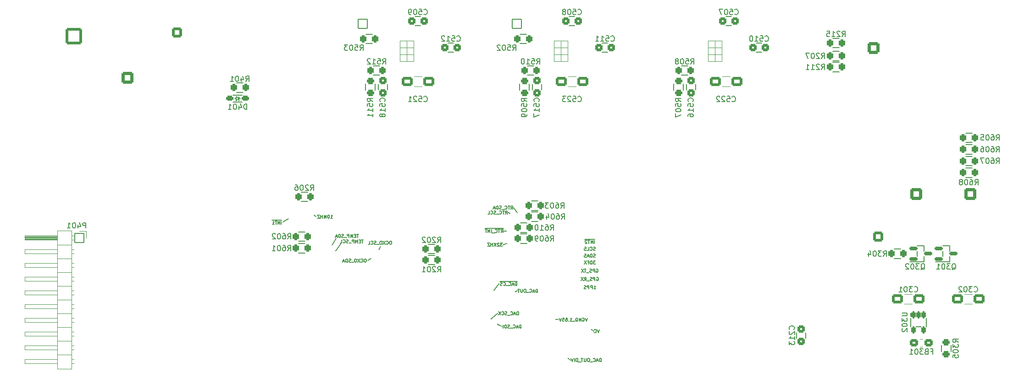
<source format=gbr>
G04 #@! TF.GenerationSoftware,KiCad,Pcbnew,8.0.6*
G04 #@! TF.CreationDate,2025-01-27T09:26:18-05:00*
G04 #@! TF.ProjectId,clock,636c6f63-6b2e-46b6-9963-61645f706362,v1.2.0*
G04 #@! TF.SameCoordinates,Original*
G04 #@! TF.FileFunction,Legend,Bot*
G04 #@! TF.FilePolarity,Positive*
%FSLAX46Y46*%
G04 Gerber Fmt 4.6, Leading zero omitted, Abs format (unit mm)*
G04 Created by KiCad (PCBNEW 8.0.6) date 2025-01-27 09:26:18*
%MOMM*%
%LPD*%
G01*
G04 APERTURE LIST*
G04 Aperture macros list*
%AMRoundRect*
0 Rectangle with rounded corners*
0 $1 Rounding radius*
0 $2 $3 $4 $5 $6 $7 $8 $9 X,Y pos of 4 corners*
0 Add a 4 corners polygon primitive as box body*
4,1,4,$2,$3,$4,$5,$6,$7,$8,$9,$2,$3,0*
0 Add four circle primitives for the rounded corners*
1,1,$1+$1,$2,$3*
1,1,$1+$1,$4,$5*
1,1,$1+$1,$6,$7*
1,1,$1+$1,$8,$9*
0 Add four rect primitives between the rounded corners*
20,1,$1+$1,$2,$3,$4,$5,0*
20,1,$1+$1,$4,$5,$6,$7,0*
20,1,$1+$1,$6,$7,$8,$9,0*
20,1,$1+$1,$8,$9,$2,$3,0*%
G04 Aperture macros list end*
%ADD10C,0.150000*%
%ADD11C,0.127000*%
%ADD12C,0.120000*%
%ADD13RoundRect,0.050800X0.850000X-0.850000X0.850000X0.850000X-0.850000X0.850000X-0.850000X-0.850000X0*%
%ADD14O,1.801600X1.801600*%
%ADD15RoundRect,0.262500X-0.804300X-0.804300X0.804300X-0.804300X0.804300X0.804300X-0.804300X0.804300X0*%
%ADD16C,2.133600*%
%ADD17C,5.181600*%
%ADD18RoundRect,0.258467X-1.292333X1.292333X-1.292333X-1.292333X1.292333X-1.292333X1.292333X1.292333X0*%
%ADD19C,3.101600*%
%ADD20C,1.351600*%
%ADD21RoundRect,0.262451X-0.808349X-0.808349X0.808349X-0.808349X0.808349X0.808349X-0.808349X0.808349X0*%
%ADD22C,2.141600*%
%ADD23C,2.301600*%
%ADD24C,3.276600*%
%ADD25RoundRect,0.264286X-0.675514X-0.675514X0.675514X-0.675514X0.675514X0.675514X-0.675514X0.675514X0*%
%ADD26C,1.879600*%
%ADD27RoundRect,0.050800X-0.650000X-0.650000X0.650000X-0.650000X0.650000X0.650000X-0.650000X0.650000X0*%
%ADD28C,0.901600*%
%ADD29C,1.301600*%
%ADD30RoundRect,0.262451X0.808349X0.808349X-0.808349X0.808349X-0.808349X-0.808349X0.808349X-0.808349X0*%
%ADD31C,1.117600*%
%ADD32C,6.101600*%
%ADD33RoundRect,0.264286X0.675514X-0.675514X0.675514X0.675514X-0.675514X0.675514X-0.675514X-0.675514X0*%
%ADD34C,2.641600*%
%ADD35RoundRect,0.265875X-0.784925X-0.584925X0.784925X-0.584925X0.784925X0.584925X-0.784925X0.584925X0*%
%ADD36RoundRect,0.265875X0.784925X0.584925X-0.784925X0.584925X-0.784925X-0.584925X0.784925X-0.584925X0*%
%ADD37RoundRect,0.050800X0.850000X0.850000X-0.850000X0.850000X-0.850000X-0.850000X0.850000X-0.850000X0*%
%ADD38RoundRect,0.175400X-0.575400X-0.175400X0.575400X-0.175400X0.575400X0.175400X-0.575400X0.175400X0*%
%ADD39RoundRect,0.270320X0.405480X-0.430480X0.405480X0.430480X-0.405480X0.430480X-0.405480X-0.430480X0*%
%ADD40RoundRect,0.270320X0.430480X0.405480X-0.430480X0.405480X-0.430480X-0.405480X0.430480X-0.405480X0*%
%ADD41RoundRect,0.270320X-0.430480X-0.405480X0.430480X-0.405480X0.430480X0.405480X-0.430480X0.405480X0*%
%ADD42RoundRect,0.275400X0.275400X0.425400X-0.275400X0.425400X-0.275400X-0.425400X0.275400X-0.425400X0*%
%ADD43RoundRect,0.275400X-0.275400X-0.425400X0.275400X-0.425400X0.275400X0.425400X-0.275400X0.425400X0*%
%ADD44RoundRect,0.275400X0.425400X-0.275400X0.425400X0.275400X-0.425400X0.275400X-0.425400X-0.275400X0*%
%ADD45RoundRect,0.269538X-0.531262X-0.431262X0.531262X-0.431262X0.531262X0.431262X-0.531262X0.431262X0*%
%ADD46RoundRect,0.232900X0.447900X0.232900X-0.447900X0.232900X-0.447900X-0.232900X0.447900X-0.232900X0*%
%ADD47RoundRect,0.200400X-0.200400X0.450400X-0.200400X-0.450400X0.200400X-0.450400X0.200400X0.450400X0*%
%ADD48RoundRect,0.275400X-0.425400X0.275400X-0.425400X-0.275400X0.425400X-0.275400X0.425400X0.275400X0*%
%ADD49C,0.990600*%
%ADD50C,1.625600*%
%ADD51C,1.371600*%
G04 APERTURE END LIST*
D10*
X251206000Y-214884000D02*
X250698000Y-216027000D01*
X249809000Y-216916000D02*
X248793000Y-217551000D01*
X238506000Y-208915000D02*
X239268000Y-209423000D01*
X290576000Y-230632000D02*
X289687000Y-229997000D01*
X282956000Y-228473000D02*
X283972000Y-228473000D01*
X275590000Y-223520000D02*
X276479000Y-223139000D01*
X273812000Y-214630000D02*
X274955000Y-214249000D01*
X274701000Y-208661000D02*
X275463000Y-209169000D01*
X275717000Y-207772000D02*
X276733000Y-209169000D01*
X286258000Y-235966000D02*
X285369000Y-235331000D01*
X273939000Y-212090000D02*
X274955000Y-212090000D01*
X234569000Y-209550000D02*
X233172000Y-210439000D01*
X272288000Y-229108000D02*
X273558000Y-229743000D01*
X271145000Y-228727000D02*
X272796000Y-227330000D01*
X243840000Y-214503000D02*
X242570000Y-216281000D01*
X271780000Y-223520000D02*
X273050000Y-221869000D01*
X242951000Y-213487000D02*
X241935000Y-215138000D01*
D11*
X291584000Y-230302967D02*
X291384000Y-230902967D01*
X291384000Y-230902967D02*
X291184000Y-230302967D01*
X290641142Y-230845824D02*
X290669714Y-230874396D01*
X290669714Y-230874396D02*
X290755428Y-230902967D01*
X290755428Y-230902967D02*
X290812571Y-230902967D01*
X290812571Y-230902967D02*
X290898285Y-230874396D01*
X290898285Y-230874396D02*
X290955428Y-230817253D01*
X290955428Y-230817253D02*
X290983999Y-230760110D01*
X290983999Y-230760110D02*
X291012571Y-230645824D01*
X291012571Y-230645824D02*
X291012571Y-230560110D01*
X291012571Y-230560110D02*
X290983999Y-230445824D01*
X290983999Y-230445824D02*
X290955428Y-230388681D01*
X290955428Y-230388681D02*
X290898285Y-230331538D01*
X290898285Y-230331538D02*
X290812571Y-230302967D01*
X290812571Y-230302967D02*
X290755428Y-230302967D01*
X290755428Y-230302967D02*
X290669714Y-230331538D01*
X290669714Y-230331538D02*
X290641142Y-230360110D01*
X277134428Y-230013967D02*
X277134428Y-229413967D01*
X277134428Y-229413967D02*
X276991571Y-229413967D01*
X276991571Y-229413967D02*
X276905857Y-229442538D01*
X276905857Y-229442538D02*
X276848714Y-229499681D01*
X276848714Y-229499681D02*
X276820143Y-229556824D01*
X276820143Y-229556824D02*
X276791571Y-229671110D01*
X276791571Y-229671110D02*
X276791571Y-229756824D01*
X276791571Y-229756824D02*
X276820143Y-229871110D01*
X276820143Y-229871110D02*
X276848714Y-229928253D01*
X276848714Y-229928253D02*
X276905857Y-229985396D01*
X276905857Y-229985396D02*
X276991571Y-230013967D01*
X276991571Y-230013967D02*
X277134428Y-230013967D01*
X276563000Y-229842538D02*
X276277286Y-229842538D01*
X276620143Y-230013967D02*
X276420143Y-229413967D01*
X276420143Y-229413967D02*
X276220143Y-230013967D01*
X275677285Y-229956824D02*
X275705857Y-229985396D01*
X275705857Y-229985396D02*
X275791571Y-230013967D01*
X275791571Y-230013967D02*
X275848714Y-230013967D01*
X275848714Y-230013967D02*
X275934428Y-229985396D01*
X275934428Y-229985396D02*
X275991571Y-229928253D01*
X275991571Y-229928253D02*
X276020142Y-229871110D01*
X276020142Y-229871110D02*
X276048714Y-229756824D01*
X276048714Y-229756824D02*
X276048714Y-229671110D01*
X276048714Y-229671110D02*
X276020142Y-229556824D01*
X276020142Y-229556824D02*
X275991571Y-229499681D01*
X275991571Y-229499681D02*
X275934428Y-229442538D01*
X275934428Y-229442538D02*
X275848714Y-229413967D01*
X275848714Y-229413967D02*
X275791571Y-229413967D01*
X275791571Y-229413967D02*
X275705857Y-229442538D01*
X275705857Y-229442538D02*
X275677285Y-229471110D01*
X275563000Y-230071110D02*
X275105857Y-230071110D01*
X274991571Y-229985396D02*
X274905857Y-230013967D01*
X274905857Y-230013967D02*
X274762999Y-230013967D01*
X274762999Y-230013967D02*
X274705857Y-229985396D01*
X274705857Y-229985396D02*
X274677285Y-229956824D01*
X274677285Y-229956824D02*
X274648714Y-229899681D01*
X274648714Y-229899681D02*
X274648714Y-229842538D01*
X274648714Y-229842538D02*
X274677285Y-229785396D01*
X274677285Y-229785396D02*
X274705857Y-229756824D01*
X274705857Y-229756824D02*
X274762999Y-229728253D01*
X274762999Y-229728253D02*
X274877285Y-229699681D01*
X274877285Y-229699681D02*
X274934428Y-229671110D01*
X274934428Y-229671110D02*
X274962999Y-229642538D01*
X274962999Y-229642538D02*
X274991571Y-229585396D01*
X274991571Y-229585396D02*
X274991571Y-229528253D01*
X274991571Y-229528253D02*
X274962999Y-229471110D01*
X274962999Y-229471110D02*
X274934428Y-229442538D01*
X274934428Y-229442538D02*
X274877285Y-229413967D01*
X274877285Y-229413967D02*
X274734428Y-229413967D01*
X274734428Y-229413967D02*
X274648714Y-229442538D01*
X274391570Y-230013967D02*
X274391570Y-229413967D01*
X274391570Y-229413967D02*
X274248713Y-229413967D01*
X274248713Y-229413967D02*
X274162999Y-229442538D01*
X274162999Y-229442538D02*
X274105856Y-229499681D01*
X274105856Y-229499681D02*
X274077285Y-229556824D01*
X274077285Y-229556824D02*
X274048713Y-229671110D01*
X274048713Y-229671110D02*
X274048713Y-229756824D01*
X274048713Y-229756824D02*
X274077285Y-229871110D01*
X274077285Y-229871110D02*
X274105856Y-229928253D01*
X274105856Y-229928253D02*
X274162999Y-229985396D01*
X274162999Y-229985396D02*
X274248713Y-230013967D01*
X274248713Y-230013967D02*
X274391570Y-230013967D01*
X273791570Y-230013967D02*
X273791570Y-229413967D01*
X276656571Y-227600967D02*
X276656571Y-227000967D01*
X276656571Y-227000967D02*
X276513714Y-227000967D01*
X276513714Y-227000967D02*
X276428000Y-227029538D01*
X276428000Y-227029538D02*
X276370857Y-227086681D01*
X276370857Y-227086681D02*
X276342286Y-227143824D01*
X276342286Y-227143824D02*
X276313714Y-227258110D01*
X276313714Y-227258110D02*
X276313714Y-227343824D01*
X276313714Y-227343824D02*
X276342286Y-227458110D01*
X276342286Y-227458110D02*
X276370857Y-227515253D01*
X276370857Y-227515253D02*
X276428000Y-227572396D01*
X276428000Y-227572396D02*
X276513714Y-227600967D01*
X276513714Y-227600967D02*
X276656571Y-227600967D01*
X276085143Y-227429538D02*
X275799429Y-227429538D01*
X276142286Y-227600967D02*
X275942286Y-227000967D01*
X275942286Y-227000967D02*
X275742286Y-227600967D01*
X275199428Y-227543824D02*
X275228000Y-227572396D01*
X275228000Y-227572396D02*
X275313714Y-227600967D01*
X275313714Y-227600967D02*
X275370857Y-227600967D01*
X275370857Y-227600967D02*
X275456571Y-227572396D01*
X275456571Y-227572396D02*
X275513714Y-227515253D01*
X275513714Y-227515253D02*
X275542285Y-227458110D01*
X275542285Y-227458110D02*
X275570857Y-227343824D01*
X275570857Y-227343824D02*
X275570857Y-227258110D01*
X275570857Y-227258110D02*
X275542285Y-227143824D01*
X275542285Y-227143824D02*
X275513714Y-227086681D01*
X275513714Y-227086681D02*
X275456571Y-227029538D01*
X275456571Y-227029538D02*
X275370857Y-227000967D01*
X275370857Y-227000967D02*
X275313714Y-227000967D01*
X275313714Y-227000967D02*
X275228000Y-227029538D01*
X275228000Y-227029538D02*
X275199428Y-227058110D01*
X275085143Y-227658110D02*
X274628000Y-227658110D01*
X274513714Y-227572396D02*
X274428000Y-227600967D01*
X274428000Y-227600967D02*
X274285142Y-227600967D01*
X274285142Y-227600967D02*
X274228000Y-227572396D01*
X274228000Y-227572396D02*
X274199428Y-227543824D01*
X274199428Y-227543824D02*
X274170857Y-227486681D01*
X274170857Y-227486681D02*
X274170857Y-227429538D01*
X274170857Y-227429538D02*
X274199428Y-227372396D01*
X274199428Y-227372396D02*
X274228000Y-227343824D01*
X274228000Y-227343824D02*
X274285142Y-227315253D01*
X274285142Y-227315253D02*
X274399428Y-227286681D01*
X274399428Y-227286681D02*
X274456571Y-227258110D01*
X274456571Y-227258110D02*
X274485142Y-227229538D01*
X274485142Y-227229538D02*
X274513714Y-227172396D01*
X274513714Y-227172396D02*
X274513714Y-227115253D01*
X274513714Y-227115253D02*
X274485142Y-227058110D01*
X274485142Y-227058110D02*
X274456571Y-227029538D01*
X274456571Y-227029538D02*
X274399428Y-227000967D01*
X274399428Y-227000967D02*
X274256571Y-227000967D01*
X274256571Y-227000967D02*
X274170857Y-227029538D01*
X273570856Y-227543824D02*
X273599428Y-227572396D01*
X273599428Y-227572396D02*
X273685142Y-227600967D01*
X273685142Y-227600967D02*
X273742285Y-227600967D01*
X273742285Y-227600967D02*
X273827999Y-227572396D01*
X273827999Y-227572396D02*
X273885142Y-227515253D01*
X273885142Y-227515253D02*
X273913713Y-227458110D01*
X273913713Y-227458110D02*
X273942285Y-227343824D01*
X273942285Y-227343824D02*
X273942285Y-227258110D01*
X273942285Y-227258110D02*
X273913713Y-227143824D01*
X273913713Y-227143824D02*
X273885142Y-227086681D01*
X273885142Y-227086681D02*
X273827999Y-227029538D01*
X273827999Y-227029538D02*
X273742285Y-227000967D01*
X273742285Y-227000967D02*
X273685142Y-227000967D01*
X273685142Y-227000967D02*
X273599428Y-227029538D01*
X273599428Y-227029538D02*
X273570856Y-227058110D01*
X273313713Y-227600967D02*
X273313713Y-227000967D01*
X272970856Y-227600967D02*
X273227999Y-227258110D01*
X272970856Y-227000967D02*
X273313713Y-227343824D01*
X276356571Y-222139967D02*
X276356571Y-221539967D01*
X276356571Y-221539967D02*
X276213714Y-221539967D01*
X276213714Y-221539967D02*
X276128000Y-221568538D01*
X276128000Y-221568538D02*
X276070857Y-221625681D01*
X276070857Y-221625681D02*
X276042286Y-221682824D01*
X276042286Y-221682824D02*
X276013714Y-221797110D01*
X276013714Y-221797110D02*
X276013714Y-221882824D01*
X276013714Y-221882824D02*
X276042286Y-221997110D01*
X276042286Y-221997110D02*
X276070857Y-222054253D01*
X276070857Y-222054253D02*
X276128000Y-222111396D01*
X276128000Y-222111396D02*
X276213714Y-222139967D01*
X276213714Y-222139967D02*
X276356571Y-222139967D01*
X275785143Y-221968538D02*
X275499429Y-221968538D01*
X275842286Y-222139967D02*
X275642286Y-221539967D01*
X275642286Y-221539967D02*
X275442286Y-222139967D01*
X274899428Y-222082824D02*
X274928000Y-222111396D01*
X274928000Y-222111396D02*
X275013714Y-222139967D01*
X275013714Y-222139967D02*
X275070857Y-222139967D01*
X275070857Y-222139967D02*
X275156571Y-222111396D01*
X275156571Y-222111396D02*
X275213714Y-222054253D01*
X275213714Y-222054253D02*
X275242285Y-221997110D01*
X275242285Y-221997110D02*
X275270857Y-221882824D01*
X275270857Y-221882824D02*
X275270857Y-221797110D01*
X275270857Y-221797110D02*
X275242285Y-221682824D01*
X275242285Y-221682824D02*
X275213714Y-221625681D01*
X275213714Y-221625681D02*
X275156571Y-221568538D01*
X275156571Y-221568538D02*
X275070857Y-221539967D01*
X275070857Y-221539967D02*
X275013714Y-221539967D01*
X275013714Y-221539967D02*
X274928000Y-221568538D01*
X274928000Y-221568538D02*
X274899428Y-221597110D01*
X274785143Y-222197110D02*
X274328000Y-222197110D01*
X273842285Y-222082824D02*
X273870857Y-222111396D01*
X273870857Y-222111396D02*
X273956571Y-222139967D01*
X273956571Y-222139967D02*
X274013714Y-222139967D01*
X274013714Y-222139967D02*
X274099428Y-222111396D01*
X274099428Y-222111396D02*
X274156571Y-222054253D01*
X274156571Y-222054253D02*
X274185142Y-221997110D01*
X274185142Y-221997110D02*
X274213714Y-221882824D01*
X274213714Y-221882824D02*
X274213714Y-221797110D01*
X274213714Y-221797110D02*
X274185142Y-221682824D01*
X274185142Y-221682824D02*
X274156571Y-221625681D01*
X274156571Y-221625681D02*
X274099428Y-221568538D01*
X274099428Y-221568538D02*
X274013714Y-221539967D01*
X274013714Y-221539967D02*
X273956571Y-221539967D01*
X273956571Y-221539967D02*
X273870857Y-221568538D01*
X273870857Y-221568538D02*
X273842285Y-221597110D01*
X273613714Y-222111396D02*
X273528000Y-222139967D01*
X273528000Y-222139967D02*
X273385142Y-222139967D01*
X273385142Y-222139967D02*
X273328000Y-222111396D01*
X273328000Y-222111396D02*
X273299428Y-222082824D01*
X273299428Y-222082824D02*
X273270857Y-222025681D01*
X273270857Y-222025681D02*
X273270857Y-221968538D01*
X273270857Y-221968538D02*
X273299428Y-221911396D01*
X273299428Y-221911396D02*
X273328000Y-221882824D01*
X273328000Y-221882824D02*
X273385142Y-221854253D01*
X273385142Y-221854253D02*
X273499428Y-221825681D01*
X273499428Y-221825681D02*
X273556571Y-221797110D01*
X273556571Y-221797110D02*
X273585142Y-221768538D01*
X273585142Y-221768538D02*
X273613714Y-221711396D01*
X273613714Y-221711396D02*
X273613714Y-221654253D01*
X273613714Y-221654253D02*
X273585142Y-221597110D01*
X273585142Y-221597110D02*
X273556571Y-221568538D01*
X273556571Y-221568538D02*
X273499428Y-221539967D01*
X273499428Y-221539967D02*
X273356571Y-221539967D01*
X273356571Y-221539967D02*
X273270857Y-221568538D01*
X276439429Y-221373396D02*
X273216571Y-221373396D01*
X290814000Y-215634396D02*
X290728286Y-215662967D01*
X290728286Y-215662967D02*
X290585428Y-215662967D01*
X290585428Y-215662967D02*
X290528286Y-215634396D01*
X290528286Y-215634396D02*
X290499714Y-215605824D01*
X290499714Y-215605824D02*
X290471143Y-215548681D01*
X290471143Y-215548681D02*
X290471143Y-215491538D01*
X290471143Y-215491538D02*
X290499714Y-215434396D01*
X290499714Y-215434396D02*
X290528286Y-215405824D01*
X290528286Y-215405824D02*
X290585428Y-215377253D01*
X290585428Y-215377253D02*
X290699714Y-215348681D01*
X290699714Y-215348681D02*
X290756857Y-215320110D01*
X290756857Y-215320110D02*
X290785428Y-215291538D01*
X290785428Y-215291538D02*
X290814000Y-215234396D01*
X290814000Y-215234396D02*
X290814000Y-215177253D01*
X290814000Y-215177253D02*
X290785428Y-215120110D01*
X290785428Y-215120110D02*
X290756857Y-215091538D01*
X290756857Y-215091538D02*
X290699714Y-215062967D01*
X290699714Y-215062967D02*
X290556857Y-215062967D01*
X290556857Y-215062967D02*
X290471143Y-215091538D01*
X289871142Y-215605824D02*
X289899714Y-215634396D01*
X289899714Y-215634396D02*
X289985428Y-215662967D01*
X289985428Y-215662967D02*
X290042571Y-215662967D01*
X290042571Y-215662967D02*
X290128285Y-215634396D01*
X290128285Y-215634396D02*
X290185428Y-215577253D01*
X290185428Y-215577253D02*
X290213999Y-215520110D01*
X290213999Y-215520110D02*
X290242571Y-215405824D01*
X290242571Y-215405824D02*
X290242571Y-215320110D01*
X290242571Y-215320110D02*
X290213999Y-215205824D01*
X290213999Y-215205824D02*
X290185428Y-215148681D01*
X290185428Y-215148681D02*
X290128285Y-215091538D01*
X290128285Y-215091538D02*
X290042571Y-215062967D01*
X290042571Y-215062967D02*
X289985428Y-215062967D01*
X289985428Y-215062967D02*
X289899714Y-215091538D01*
X289899714Y-215091538D02*
X289871142Y-215120110D01*
X289328285Y-215662967D02*
X289613999Y-215662967D01*
X289613999Y-215662967D02*
X289613999Y-215062967D01*
X288842571Y-215062967D02*
X289128285Y-215062967D01*
X289128285Y-215062967D02*
X289156857Y-215348681D01*
X289156857Y-215348681D02*
X289128285Y-215320110D01*
X289128285Y-215320110D02*
X289071143Y-215291538D01*
X289071143Y-215291538D02*
X288928285Y-215291538D01*
X288928285Y-215291538D02*
X288871143Y-215320110D01*
X288871143Y-215320110D02*
X288842571Y-215348681D01*
X288842571Y-215348681D02*
X288814000Y-215405824D01*
X288814000Y-215405824D02*
X288814000Y-215548681D01*
X288814000Y-215548681D02*
X288842571Y-215605824D01*
X288842571Y-215605824D02*
X288871143Y-215634396D01*
X288871143Y-215634396D02*
X288928285Y-215662967D01*
X288928285Y-215662967D02*
X289071143Y-215662967D01*
X289071143Y-215662967D02*
X289128285Y-215634396D01*
X289128285Y-215634396D02*
X289156857Y-215605824D01*
X290828286Y-216904396D02*
X290742572Y-216932967D01*
X290742572Y-216932967D02*
X290599714Y-216932967D01*
X290599714Y-216932967D02*
X290542572Y-216904396D01*
X290542572Y-216904396D02*
X290514000Y-216875824D01*
X290514000Y-216875824D02*
X290485429Y-216818681D01*
X290485429Y-216818681D02*
X290485429Y-216761538D01*
X290485429Y-216761538D02*
X290514000Y-216704396D01*
X290514000Y-216704396D02*
X290542572Y-216675824D01*
X290542572Y-216675824D02*
X290599714Y-216647253D01*
X290599714Y-216647253D02*
X290714000Y-216618681D01*
X290714000Y-216618681D02*
X290771143Y-216590110D01*
X290771143Y-216590110D02*
X290799714Y-216561538D01*
X290799714Y-216561538D02*
X290828286Y-216504396D01*
X290828286Y-216504396D02*
X290828286Y-216447253D01*
X290828286Y-216447253D02*
X290799714Y-216390110D01*
X290799714Y-216390110D02*
X290771143Y-216361538D01*
X290771143Y-216361538D02*
X290714000Y-216332967D01*
X290714000Y-216332967D02*
X290571143Y-216332967D01*
X290571143Y-216332967D02*
X290485429Y-216361538D01*
X290228285Y-216932967D02*
X290228285Y-216332967D01*
X290228285Y-216332967D02*
X290085428Y-216332967D01*
X290085428Y-216332967D02*
X289999714Y-216361538D01*
X289999714Y-216361538D02*
X289942571Y-216418681D01*
X289942571Y-216418681D02*
X289914000Y-216475824D01*
X289914000Y-216475824D02*
X289885428Y-216590110D01*
X289885428Y-216590110D02*
X289885428Y-216675824D01*
X289885428Y-216675824D02*
X289914000Y-216790110D01*
X289914000Y-216790110D02*
X289942571Y-216847253D01*
X289942571Y-216847253D02*
X289999714Y-216904396D01*
X289999714Y-216904396D02*
X290085428Y-216932967D01*
X290085428Y-216932967D02*
X290228285Y-216932967D01*
X289656857Y-216761538D02*
X289371143Y-216761538D01*
X289714000Y-216932967D02*
X289514000Y-216332967D01*
X289514000Y-216332967D02*
X289314000Y-216932967D01*
X288828285Y-216332967D02*
X289113999Y-216332967D01*
X289113999Y-216332967D02*
X289142571Y-216618681D01*
X289142571Y-216618681D02*
X289113999Y-216590110D01*
X289113999Y-216590110D02*
X289056857Y-216561538D01*
X289056857Y-216561538D02*
X288913999Y-216561538D01*
X288913999Y-216561538D02*
X288856857Y-216590110D01*
X288856857Y-216590110D02*
X288828285Y-216618681D01*
X288828285Y-216618681D02*
X288799714Y-216675824D01*
X288799714Y-216675824D02*
X288799714Y-216818681D01*
X288799714Y-216818681D02*
X288828285Y-216875824D01*
X288828285Y-216875824D02*
X288856857Y-216904396D01*
X288856857Y-216904396D02*
X288913999Y-216932967D01*
X288913999Y-216932967D02*
X289056857Y-216932967D01*
X289056857Y-216932967D02*
X289113999Y-216904396D01*
X289113999Y-216904396D02*
X289142571Y-216875824D01*
X290856857Y-217602967D02*
X290485429Y-217602967D01*
X290485429Y-217602967D02*
X290685429Y-217831538D01*
X290685429Y-217831538D02*
X290599714Y-217831538D01*
X290599714Y-217831538D02*
X290542572Y-217860110D01*
X290542572Y-217860110D02*
X290514000Y-217888681D01*
X290514000Y-217888681D02*
X290485429Y-217945824D01*
X290485429Y-217945824D02*
X290485429Y-218088681D01*
X290485429Y-218088681D02*
X290514000Y-218145824D01*
X290514000Y-218145824D02*
X290542572Y-218174396D01*
X290542572Y-218174396D02*
X290599714Y-218202967D01*
X290599714Y-218202967D02*
X290771143Y-218202967D01*
X290771143Y-218202967D02*
X290828286Y-218174396D01*
X290828286Y-218174396D02*
X290856857Y-218145824D01*
X290228285Y-218202967D02*
X290228285Y-217602967D01*
X290228285Y-217602967D02*
X290085428Y-217602967D01*
X290085428Y-217602967D02*
X289999714Y-217631538D01*
X289999714Y-217631538D02*
X289942571Y-217688681D01*
X289942571Y-217688681D02*
X289914000Y-217745824D01*
X289914000Y-217745824D02*
X289885428Y-217860110D01*
X289885428Y-217860110D02*
X289885428Y-217945824D01*
X289885428Y-217945824D02*
X289914000Y-218060110D01*
X289914000Y-218060110D02*
X289942571Y-218117253D01*
X289942571Y-218117253D02*
X289999714Y-218174396D01*
X289999714Y-218174396D02*
X290085428Y-218202967D01*
X290085428Y-218202967D02*
X290228285Y-218202967D01*
X289428285Y-217888681D02*
X289628285Y-217888681D01*
X289628285Y-218202967D02*
X289628285Y-217602967D01*
X289628285Y-217602967D02*
X289342571Y-217602967D01*
X289171142Y-217602967D02*
X288771142Y-218202967D01*
X288771142Y-217602967D02*
X289171142Y-218202967D01*
X290985429Y-219155538D02*
X291042572Y-219126967D01*
X291042572Y-219126967D02*
X291128286Y-219126967D01*
X291128286Y-219126967D02*
X291214000Y-219155538D01*
X291214000Y-219155538D02*
X291271143Y-219212681D01*
X291271143Y-219212681D02*
X291299714Y-219269824D01*
X291299714Y-219269824D02*
X291328286Y-219384110D01*
X291328286Y-219384110D02*
X291328286Y-219469824D01*
X291328286Y-219469824D02*
X291299714Y-219584110D01*
X291299714Y-219584110D02*
X291271143Y-219641253D01*
X291271143Y-219641253D02*
X291214000Y-219698396D01*
X291214000Y-219698396D02*
X291128286Y-219726967D01*
X291128286Y-219726967D02*
X291071143Y-219726967D01*
X291071143Y-219726967D02*
X290985429Y-219698396D01*
X290985429Y-219698396D02*
X290956857Y-219669824D01*
X290956857Y-219669824D02*
X290956857Y-219469824D01*
X290956857Y-219469824D02*
X291071143Y-219469824D01*
X290699714Y-219726967D02*
X290699714Y-219126967D01*
X290699714Y-219126967D02*
X290471143Y-219126967D01*
X290471143Y-219126967D02*
X290414000Y-219155538D01*
X290414000Y-219155538D02*
X290385429Y-219184110D01*
X290385429Y-219184110D02*
X290356857Y-219241253D01*
X290356857Y-219241253D02*
X290356857Y-219326967D01*
X290356857Y-219326967D02*
X290385429Y-219384110D01*
X290385429Y-219384110D02*
X290414000Y-219412681D01*
X290414000Y-219412681D02*
X290471143Y-219441253D01*
X290471143Y-219441253D02*
X290699714Y-219441253D01*
X290128286Y-219698396D02*
X290042572Y-219726967D01*
X290042572Y-219726967D02*
X289899714Y-219726967D01*
X289899714Y-219726967D02*
X289842572Y-219698396D01*
X289842572Y-219698396D02*
X289814000Y-219669824D01*
X289814000Y-219669824D02*
X289785429Y-219612681D01*
X289785429Y-219612681D02*
X289785429Y-219555538D01*
X289785429Y-219555538D02*
X289814000Y-219498396D01*
X289814000Y-219498396D02*
X289842572Y-219469824D01*
X289842572Y-219469824D02*
X289899714Y-219441253D01*
X289899714Y-219441253D02*
X290014000Y-219412681D01*
X290014000Y-219412681D02*
X290071143Y-219384110D01*
X290071143Y-219384110D02*
X290099714Y-219355538D01*
X290099714Y-219355538D02*
X290128286Y-219298396D01*
X290128286Y-219298396D02*
X290128286Y-219241253D01*
X290128286Y-219241253D02*
X290099714Y-219184110D01*
X290099714Y-219184110D02*
X290071143Y-219155538D01*
X290071143Y-219155538D02*
X290014000Y-219126967D01*
X290014000Y-219126967D02*
X289871143Y-219126967D01*
X289871143Y-219126967D02*
X289785429Y-219155538D01*
X289671143Y-219784110D02*
X289214000Y-219784110D01*
X289156857Y-219126967D02*
X288814000Y-219126967D01*
X288985428Y-219726967D02*
X288985428Y-219126967D01*
X288671142Y-219126967D02*
X288271142Y-219726967D01*
X288271142Y-219126967D02*
X288671142Y-219726967D01*
X291056857Y-220679538D02*
X291114000Y-220650967D01*
X291114000Y-220650967D02*
X291199714Y-220650967D01*
X291199714Y-220650967D02*
X291285428Y-220679538D01*
X291285428Y-220679538D02*
X291342571Y-220736681D01*
X291342571Y-220736681D02*
X291371142Y-220793824D01*
X291371142Y-220793824D02*
X291399714Y-220908110D01*
X291399714Y-220908110D02*
X291399714Y-220993824D01*
X291399714Y-220993824D02*
X291371142Y-221108110D01*
X291371142Y-221108110D02*
X291342571Y-221165253D01*
X291342571Y-221165253D02*
X291285428Y-221222396D01*
X291285428Y-221222396D02*
X291199714Y-221250967D01*
X291199714Y-221250967D02*
X291142571Y-221250967D01*
X291142571Y-221250967D02*
X291056857Y-221222396D01*
X291056857Y-221222396D02*
X291028285Y-221193824D01*
X291028285Y-221193824D02*
X291028285Y-220993824D01*
X291028285Y-220993824D02*
X291142571Y-220993824D01*
X290771142Y-221250967D02*
X290771142Y-220650967D01*
X290771142Y-220650967D02*
X290542571Y-220650967D01*
X290542571Y-220650967D02*
X290485428Y-220679538D01*
X290485428Y-220679538D02*
X290456857Y-220708110D01*
X290456857Y-220708110D02*
X290428285Y-220765253D01*
X290428285Y-220765253D02*
X290428285Y-220850967D01*
X290428285Y-220850967D02*
X290456857Y-220908110D01*
X290456857Y-220908110D02*
X290485428Y-220936681D01*
X290485428Y-220936681D02*
X290542571Y-220965253D01*
X290542571Y-220965253D02*
X290771142Y-220965253D01*
X290199714Y-221222396D02*
X290114000Y-221250967D01*
X290114000Y-221250967D02*
X289971142Y-221250967D01*
X289971142Y-221250967D02*
X289914000Y-221222396D01*
X289914000Y-221222396D02*
X289885428Y-221193824D01*
X289885428Y-221193824D02*
X289856857Y-221136681D01*
X289856857Y-221136681D02*
X289856857Y-221079538D01*
X289856857Y-221079538D02*
X289885428Y-221022396D01*
X289885428Y-221022396D02*
X289914000Y-220993824D01*
X289914000Y-220993824D02*
X289971142Y-220965253D01*
X289971142Y-220965253D02*
X290085428Y-220936681D01*
X290085428Y-220936681D02*
X290142571Y-220908110D01*
X290142571Y-220908110D02*
X290171142Y-220879538D01*
X290171142Y-220879538D02*
X290199714Y-220822396D01*
X290199714Y-220822396D02*
X290199714Y-220765253D01*
X290199714Y-220765253D02*
X290171142Y-220708110D01*
X290171142Y-220708110D02*
X290142571Y-220679538D01*
X290142571Y-220679538D02*
X290085428Y-220650967D01*
X290085428Y-220650967D02*
X289942571Y-220650967D01*
X289942571Y-220650967D02*
X289856857Y-220679538D01*
X289742571Y-221308110D02*
X289285428Y-221308110D01*
X288799713Y-221250967D02*
X288999713Y-220965253D01*
X289142570Y-221250967D02*
X289142570Y-220650967D01*
X289142570Y-220650967D02*
X288913999Y-220650967D01*
X288913999Y-220650967D02*
X288856856Y-220679538D01*
X288856856Y-220679538D02*
X288828285Y-220708110D01*
X288828285Y-220708110D02*
X288799713Y-220765253D01*
X288799713Y-220765253D02*
X288799713Y-220850967D01*
X288799713Y-220850967D02*
X288828285Y-220908110D01*
X288828285Y-220908110D02*
X288856856Y-220936681D01*
X288856856Y-220936681D02*
X288913999Y-220965253D01*
X288913999Y-220965253D02*
X289142570Y-220965253D01*
X288599713Y-220650967D02*
X288199713Y-221250967D01*
X288199713Y-220650967D02*
X288599713Y-221250967D01*
X290528286Y-222774967D02*
X290871143Y-222774967D01*
X290699714Y-222774967D02*
X290699714Y-222174967D01*
X290699714Y-222174967D02*
X290756857Y-222260681D01*
X290756857Y-222260681D02*
X290814000Y-222317824D01*
X290814000Y-222317824D02*
X290871143Y-222346396D01*
X290271142Y-222774967D02*
X290271142Y-222174967D01*
X290271142Y-222174967D02*
X290042571Y-222174967D01*
X290042571Y-222174967D02*
X289985428Y-222203538D01*
X289985428Y-222203538D02*
X289956857Y-222232110D01*
X289956857Y-222232110D02*
X289928285Y-222289253D01*
X289928285Y-222289253D02*
X289928285Y-222374967D01*
X289928285Y-222374967D02*
X289956857Y-222432110D01*
X289956857Y-222432110D02*
X289985428Y-222460681D01*
X289985428Y-222460681D02*
X290042571Y-222489253D01*
X290042571Y-222489253D02*
X290271142Y-222489253D01*
X289671142Y-222774967D02*
X289671142Y-222174967D01*
X289671142Y-222174967D02*
X289442571Y-222174967D01*
X289442571Y-222174967D02*
X289385428Y-222203538D01*
X289385428Y-222203538D02*
X289356857Y-222232110D01*
X289356857Y-222232110D02*
X289328285Y-222289253D01*
X289328285Y-222289253D02*
X289328285Y-222374967D01*
X289328285Y-222374967D02*
X289356857Y-222432110D01*
X289356857Y-222432110D02*
X289385428Y-222460681D01*
X289385428Y-222460681D02*
X289442571Y-222489253D01*
X289442571Y-222489253D02*
X289671142Y-222489253D01*
X289099714Y-222746396D02*
X289014000Y-222774967D01*
X289014000Y-222774967D02*
X288871142Y-222774967D01*
X288871142Y-222774967D02*
X288814000Y-222746396D01*
X288814000Y-222746396D02*
X288785428Y-222717824D01*
X288785428Y-222717824D02*
X288756857Y-222660681D01*
X288756857Y-222660681D02*
X288756857Y-222603538D01*
X288756857Y-222603538D02*
X288785428Y-222546396D01*
X288785428Y-222546396D02*
X288814000Y-222517824D01*
X288814000Y-222517824D02*
X288871142Y-222489253D01*
X288871142Y-222489253D02*
X288985428Y-222460681D01*
X288985428Y-222460681D02*
X289042571Y-222432110D01*
X289042571Y-222432110D02*
X289071142Y-222403538D01*
X289071142Y-222403538D02*
X289099714Y-222346396D01*
X289099714Y-222346396D02*
X289099714Y-222289253D01*
X289099714Y-222289253D02*
X289071142Y-222232110D01*
X289071142Y-222232110D02*
X289042571Y-222203538D01*
X289042571Y-222203538D02*
X288985428Y-222174967D01*
X288985428Y-222174967D02*
X288842571Y-222174967D01*
X288842571Y-222174967D02*
X288756857Y-222203538D01*
X253093285Y-213919967D02*
X252978999Y-213919967D01*
X252978999Y-213919967D02*
X252921856Y-213948538D01*
X252921856Y-213948538D02*
X252864713Y-214005681D01*
X252864713Y-214005681D02*
X252836142Y-214119967D01*
X252836142Y-214119967D02*
X252836142Y-214319967D01*
X252836142Y-214319967D02*
X252864713Y-214434253D01*
X252864713Y-214434253D02*
X252921856Y-214491396D01*
X252921856Y-214491396D02*
X252978999Y-214519967D01*
X252978999Y-214519967D02*
X253093285Y-214519967D01*
X253093285Y-214519967D02*
X253150428Y-214491396D01*
X253150428Y-214491396D02*
X253207570Y-214434253D01*
X253207570Y-214434253D02*
X253236142Y-214319967D01*
X253236142Y-214319967D02*
X253236142Y-214119967D01*
X253236142Y-214119967D02*
X253207570Y-214005681D01*
X253207570Y-214005681D02*
X253150428Y-213948538D01*
X253150428Y-213948538D02*
X253093285Y-213919967D01*
X252236142Y-214462824D02*
X252264714Y-214491396D01*
X252264714Y-214491396D02*
X252350428Y-214519967D01*
X252350428Y-214519967D02*
X252407571Y-214519967D01*
X252407571Y-214519967D02*
X252493285Y-214491396D01*
X252493285Y-214491396D02*
X252550428Y-214434253D01*
X252550428Y-214434253D02*
X252578999Y-214377110D01*
X252578999Y-214377110D02*
X252607571Y-214262824D01*
X252607571Y-214262824D02*
X252607571Y-214177110D01*
X252607571Y-214177110D02*
X252578999Y-214062824D01*
X252578999Y-214062824D02*
X252550428Y-214005681D01*
X252550428Y-214005681D02*
X252493285Y-213948538D01*
X252493285Y-213948538D02*
X252407571Y-213919967D01*
X252407571Y-213919967D02*
X252350428Y-213919967D01*
X252350428Y-213919967D02*
X252264714Y-213948538D01*
X252264714Y-213948538D02*
X252236142Y-213977110D01*
X252036142Y-213919967D02*
X251636142Y-214519967D01*
X251636142Y-213919967D02*
X252036142Y-214519967D01*
X251293285Y-213919967D02*
X251178999Y-213919967D01*
X251178999Y-213919967D02*
X251121856Y-213948538D01*
X251121856Y-213948538D02*
X251064713Y-214005681D01*
X251064713Y-214005681D02*
X251036142Y-214119967D01*
X251036142Y-214119967D02*
X251036142Y-214319967D01*
X251036142Y-214319967D02*
X251064713Y-214434253D01*
X251064713Y-214434253D02*
X251121856Y-214491396D01*
X251121856Y-214491396D02*
X251178999Y-214519967D01*
X251178999Y-214519967D02*
X251293285Y-214519967D01*
X251293285Y-214519967D02*
X251350428Y-214491396D01*
X251350428Y-214491396D02*
X251407570Y-214434253D01*
X251407570Y-214434253D02*
X251436142Y-214319967D01*
X251436142Y-214319967D02*
X251436142Y-214119967D01*
X251436142Y-214119967D02*
X251407570Y-214005681D01*
X251407570Y-214005681D02*
X251350428Y-213948538D01*
X251350428Y-213948538D02*
X251293285Y-213919967D01*
X250921857Y-214577110D02*
X250464714Y-214577110D01*
X250350428Y-214491396D02*
X250264714Y-214519967D01*
X250264714Y-214519967D02*
X250121856Y-214519967D01*
X250121856Y-214519967D02*
X250064714Y-214491396D01*
X250064714Y-214491396D02*
X250036142Y-214462824D01*
X250036142Y-214462824D02*
X250007571Y-214405681D01*
X250007571Y-214405681D02*
X250007571Y-214348538D01*
X250007571Y-214348538D02*
X250036142Y-214291396D01*
X250036142Y-214291396D02*
X250064714Y-214262824D01*
X250064714Y-214262824D02*
X250121856Y-214234253D01*
X250121856Y-214234253D02*
X250236142Y-214205681D01*
X250236142Y-214205681D02*
X250293285Y-214177110D01*
X250293285Y-214177110D02*
X250321856Y-214148538D01*
X250321856Y-214148538D02*
X250350428Y-214091396D01*
X250350428Y-214091396D02*
X250350428Y-214034253D01*
X250350428Y-214034253D02*
X250321856Y-213977110D01*
X250321856Y-213977110D02*
X250293285Y-213948538D01*
X250293285Y-213948538D02*
X250236142Y-213919967D01*
X250236142Y-213919967D02*
X250093285Y-213919967D01*
X250093285Y-213919967D02*
X250007571Y-213948538D01*
X249407570Y-214462824D02*
X249436142Y-214491396D01*
X249436142Y-214491396D02*
X249521856Y-214519967D01*
X249521856Y-214519967D02*
X249578999Y-214519967D01*
X249578999Y-214519967D02*
X249664713Y-214491396D01*
X249664713Y-214491396D02*
X249721856Y-214434253D01*
X249721856Y-214434253D02*
X249750427Y-214377110D01*
X249750427Y-214377110D02*
X249778999Y-214262824D01*
X249778999Y-214262824D02*
X249778999Y-214177110D01*
X249778999Y-214177110D02*
X249750427Y-214062824D01*
X249750427Y-214062824D02*
X249721856Y-214005681D01*
X249721856Y-214005681D02*
X249664713Y-213948538D01*
X249664713Y-213948538D02*
X249578999Y-213919967D01*
X249578999Y-213919967D02*
X249521856Y-213919967D01*
X249521856Y-213919967D02*
X249436142Y-213948538D01*
X249436142Y-213948538D02*
X249407570Y-213977110D01*
X248864713Y-214519967D02*
X249150427Y-214519967D01*
X249150427Y-214519967D02*
X249150427Y-213919967D01*
X248408571Y-217221967D02*
X248294285Y-217221967D01*
X248294285Y-217221967D02*
X248237142Y-217250538D01*
X248237142Y-217250538D02*
X248179999Y-217307681D01*
X248179999Y-217307681D02*
X248151428Y-217421967D01*
X248151428Y-217421967D02*
X248151428Y-217621967D01*
X248151428Y-217621967D02*
X248179999Y-217736253D01*
X248179999Y-217736253D02*
X248237142Y-217793396D01*
X248237142Y-217793396D02*
X248294285Y-217821967D01*
X248294285Y-217821967D02*
X248408571Y-217821967D01*
X248408571Y-217821967D02*
X248465714Y-217793396D01*
X248465714Y-217793396D02*
X248522856Y-217736253D01*
X248522856Y-217736253D02*
X248551428Y-217621967D01*
X248551428Y-217621967D02*
X248551428Y-217421967D01*
X248551428Y-217421967D02*
X248522856Y-217307681D01*
X248522856Y-217307681D02*
X248465714Y-217250538D01*
X248465714Y-217250538D02*
X248408571Y-217221967D01*
X247551428Y-217764824D02*
X247580000Y-217793396D01*
X247580000Y-217793396D02*
X247665714Y-217821967D01*
X247665714Y-217821967D02*
X247722857Y-217821967D01*
X247722857Y-217821967D02*
X247808571Y-217793396D01*
X247808571Y-217793396D02*
X247865714Y-217736253D01*
X247865714Y-217736253D02*
X247894285Y-217679110D01*
X247894285Y-217679110D02*
X247922857Y-217564824D01*
X247922857Y-217564824D02*
X247922857Y-217479110D01*
X247922857Y-217479110D02*
X247894285Y-217364824D01*
X247894285Y-217364824D02*
X247865714Y-217307681D01*
X247865714Y-217307681D02*
X247808571Y-217250538D01*
X247808571Y-217250538D02*
X247722857Y-217221967D01*
X247722857Y-217221967D02*
X247665714Y-217221967D01*
X247665714Y-217221967D02*
X247580000Y-217250538D01*
X247580000Y-217250538D02*
X247551428Y-217279110D01*
X247351428Y-217221967D02*
X246951428Y-217821967D01*
X246951428Y-217221967D02*
X247351428Y-217821967D01*
X246608571Y-217221967D02*
X246494285Y-217221967D01*
X246494285Y-217221967D02*
X246437142Y-217250538D01*
X246437142Y-217250538D02*
X246379999Y-217307681D01*
X246379999Y-217307681D02*
X246351428Y-217421967D01*
X246351428Y-217421967D02*
X246351428Y-217621967D01*
X246351428Y-217621967D02*
X246379999Y-217736253D01*
X246379999Y-217736253D02*
X246437142Y-217793396D01*
X246437142Y-217793396D02*
X246494285Y-217821967D01*
X246494285Y-217821967D02*
X246608571Y-217821967D01*
X246608571Y-217821967D02*
X246665714Y-217793396D01*
X246665714Y-217793396D02*
X246722856Y-217736253D01*
X246722856Y-217736253D02*
X246751428Y-217621967D01*
X246751428Y-217621967D02*
X246751428Y-217421967D01*
X246751428Y-217421967D02*
X246722856Y-217307681D01*
X246722856Y-217307681D02*
X246665714Y-217250538D01*
X246665714Y-217250538D02*
X246608571Y-217221967D01*
X246237143Y-217879110D02*
X245780000Y-217879110D01*
X245665714Y-217793396D02*
X245580000Y-217821967D01*
X245580000Y-217821967D02*
X245437142Y-217821967D01*
X245437142Y-217821967D02*
X245380000Y-217793396D01*
X245380000Y-217793396D02*
X245351428Y-217764824D01*
X245351428Y-217764824D02*
X245322857Y-217707681D01*
X245322857Y-217707681D02*
X245322857Y-217650538D01*
X245322857Y-217650538D02*
X245351428Y-217593396D01*
X245351428Y-217593396D02*
X245380000Y-217564824D01*
X245380000Y-217564824D02*
X245437142Y-217536253D01*
X245437142Y-217536253D02*
X245551428Y-217507681D01*
X245551428Y-217507681D02*
X245608571Y-217479110D01*
X245608571Y-217479110D02*
X245637142Y-217450538D01*
X245637142Y-217450538D02*
X245665714Y-217393396D01*
X245665714Y-217393396D02*
X245665714Y-217336253D01*
X245665714Y-217336253D02*
X245637142Y-217279110D01*
X245637142Y-217279110D02*
X245608571Y-217250538D01*
X245608571Y-217250538D02*
X245551428Y-217221967D01*
X245551428Y-217221967D02*
X245408571Y-217221967D01*
X245408571Y-217221967D02*
X245322857Y-217250538D01*
X245065713Y-217821967D02*
X245065713Y-217221967D01*
X245065713Y-217221967D02*
X244922856Y-217221967D01*
X244922856Y-217221967D02*
X244837142Y-217250538D01*
X244837142Y-217250538D02*
X244779999Y-217307681D01*
X244779999Y-217307681D02*
X244751428Y-217364824D01*
X244751428Y-217364824D02*
X244722856Y-217479110D01*
X244722856Y-217479110D02*
X244722856Y-217564824D01*
X244722856Y-217564824D02*
X244751428Y-217679110D01*
X244751428Y-217679110D02*
X244779999Y-217736253D01*
X244779999Y-217736253D02*
X244837142Y-217793396D01*
X244837142Y-217793396D02*
X244922856Y-217821967D01*
X244922856Y-217821967D02*
X245065713Y-217821967D01*
X244494285Y-217650538D02*
X244208571Y-217650538D01*
X244551428Y-217821967D02*
X244351428Y-217221967D01*
X244351428Y-217221967D02*
X244151428Y-217821967D01*
X241976143Y-209693967D02*
X242319000Y-209693967D01*
X242147571Y-209693967D02*
X242147571Y-209093967D01*
X242147571Y-209093967D02*
X242204714Y-209179681D01*
X242204714Y-209179681D02*
X242261857Y-209236824D01*
X242261857Y-209236824D02*
X242319000Y-209265396D01*
X241604714Y-209093967D02*
X241547571Y-209093967D01*
X241547571Y-209093967D02*
X241490428Y-209122538D01*
X241490428Y-209122538D02*
X241461857Y-209151110D01*
X241461857Y-209151110D02*
X241433285Y-209208253D01*
X241433285Y-209208253D02*
X241404714Y-209322538D01*
X241404714Y-209322538D02*
X241404714Y-209465396D01*
X241404714Y-209465396D02*
X241433285Y-209579681D01*
X241433285Y-209579681D02*
X241461857Y-209636824D01*
X241461857Y-209636824D02*
X241490428Y-209665396D01*
X241490428Y-209665396D02*
X241547571Y-209693967D01*
X241547571Y-209693967D02*
X241604714Y-209693967D01*
X241604714Y-209693967D02*
X241661857Y-209665396D01*
X241661857Y-209665396D02*
X241690428Y-209636824D01*
X241690428Y-209636824D02*
X241718999Y-209579681D01*
X241718999Y-209579681D02*
X241747571Y-209465396D01*
X241747571Y-209465396D02*
X241747571Y-209322538D01*
X241747571Y-209322538D02*
X241718999Y-209208253D01*
X241718999Y-209208253D02*
X241690428Y-209151110D01*
X241690428Y-209151110D02*
X241661857Y-209122538D01*
X241661857Y-209122538D02*
X241604714Y-209093967D01*
X241147570Y-209693967D02*
X241147570Y-209093967D01*
X241147570Y-209093967D02*
X240947570Y-209522538D01*
X240947570Y-209522538D02*
X240747570Y-209093967D01*
X240747570Y-209093967D02*
X240747570Y-209693967D01*
X240461856Y-209693967D02*
X240461856Y-209093967D01*
X240461856Y-209379681D02*
X240118999Y-209379681D01*
X240118999Y-209693967D02*
X240118999Y-209093967D01*
X239890428Y-209093967D02*
X239490428Y-209093967D01*
X239490428Y-209093967D02*
X239890428Y-209693967D01*
X239890428Y-209693967D02*
X239490428Y-209693967D01*
X247140143Y-212649967D02*
X246797286Y-212649967D01*
X246968714Y-213249967D02*
X246968714Y-212649967D01*
X246597285Y-212935681D02*
X246397285Y-212935681D01*
X246311571Y-213249967D02*
X246597285Y-213249967D01*
X246597285Y-213249967D02*
X246597285Y-212649967D01*
X246597285Y-212649967D02*
X246311571Y-212649967D01*
X246054428Y-213249967D02*
X246054428Y-212649967D01*
X246054428Y-212649967D02*
X245854428Y-213078538D01*
X245854428Y-213078538D02*
X245654428Y-212649967D01*
X245654428Y-212649967D02*
X245654428Y-213249967D01*
X245368714Y-213249967D02*
X245368714Y-212649967D01*
X245368714Y-212649967D02*
X245140143Y-212649967D01*
X245140143Y-212649967D02*
X245083000Y-212678538D01*
X245083000Y-212678538D02*
X245054429Y-212707110D01*
X245054429Y-212707110D02*
X245025857Y-212764253D01*
X245025857Y-212764253D02*
X245025857Y-212849967D01*
X245025857Y-212849967D02*
X245054429Y-212907110D01*
X245054429Y-212907110D02*
X245083000Y-212935681D01*
X245083000Y-212935681D02*
X245140143Y-212964253D01*
X245140143Y-212964253D02*
X245368714Y-212964253D01*
X244911572Y-213307110D02*
X244454429Y-213307110D01*
X244340143Y-213221396D02*
X244254429Y-213249967D01*
X244254429Y-213249967D02*
X244111571Y-213249967D01*
X244111571Y-213249967D02*
X244054429Y-213221396D01*
X244054429Y-213221396D02*
X244025857Y-213192824D01*
X244025857Y-213192824D02*
X243997286Y-213135681D01*
X243997286Y-213135681D02*
X243997286Y-213078538D01*
X243997286Y-213078538D02*
X244025857Y-213021396D01*
X244025857Y-213021396D02*
X244054429Y-212992824D01*
X244054429Y-212992824D02*
X244111571Y-212964253D01*
X244111571Y-212964253D02*
X244225857Y-212935681D01*
X244225857Y-212935681D02*
X244283000Y-212907110D01*
X244283000Y-212907110D02*
X244311571Y-212878538D01*
X244311571Y-212878538D02*
X244340143Y-212821396D01*
X244340143Y-212821396D02*
X244340143Y-212764253D01*
X244340143Y-212764253D02*
X244311571Y-212707110D01*
X244311571Y-212707110D02*
X244283000Y-212678538D01*
X244283000Y-212678538D02*
X244225857Y-212649967D01*
X244225857Y-212649967D02*
X244083000Y-212649967D01*
X244083000Y-212649967D02*
X243997286Y-212678538D01*
X243740142Y-213249967D02*
X243740142Y-212649967D01*
X243740142Y-212649967D02*
X243597285Y-212649967D01*
X243597285Y-212649967D02*
X243511571Y-212678538D01*
X243511571Y-212678538D02*
X243454428Y-212735681D01*
X243454428Y-212735681D02*
X243425857Y-212792824D01*
X243425857Y-212792824D02*
X243397285Y-212907110D01*
X243397285Y-212907110D02*
X243397285Y-212992824D01*
X243397285Y-212992824D02*
X243425857Y-213107110D01*
X243425857Y-213107110D02*
X243454428Y-213164253D01*
X243454428Y-213164253D02*
X243511571Y-213221396D01*
X243511571Y-213221396D02*
X243597285Y-213249967D01*
X243597285Y-213249967D02*
X243740142Y-213249967D01*
X243168714Y-213078538D02*
X242883000Y-213078538D01*
X243225857Y-213249967D02*
X243025857Y-212649967D01*
X243025857Y-212649967D02*
X242825857Y-213249967D01*
X248014857Y-213665967D02*
X247672000Y-213665967D01*
X247843428Y-214265967D02*
X247843428Y-213665967D01*
X247471999Y-213951681D02*
X247271999Y-213951681D01*
X247186285Y-214265967D02*
X247471999Y-214265967D01*
X247471999Y-214265967D02*
X247471999Y-213665967D01*
X247471999Y-213665967D02*
X247186285Y-213665967D01*
X246929142Y-214265967D02*
X246929142Y-213665967D01*
X246929142Y-213665967D02*
X246729142Y-214094538D01*
X246729142Y-214094538D02*
X246529142Y-213665967D01*
X246529142Y-213665967D02*
X246529142Y-214265967D01*
X246243428Y-214265967D02*
X246243428Y-213665967D01*
X246243428Y-213665967D02*
X246014857Y-213665967D01*
X246014857Y-213665967D02*
X245957714Y-213694538D01*
X245957714Y-213694538D02*
X245929143Y-213723110D01*
X245929143Y-213723110D02*
X245900571Y-213780253D01*
X245900571Y-213780253D02*
X245900571Y-213865967D01*
X245900571Y-213865967D02*
X245929143Y-213923110D01*
X245929143Y-213923110D02*
X245957714Y-213951681D01*
X245957714Y-213951681D02*
X246014857Y-213980253D01*
X246014857Y-213980253D02*
X246243428Y-213980253D01*
X245786286Y-214323110D02*
X245329143Y-214323110D01*
X245214857Y-214237396D02*
X245129143Y-214265967D01*
X245129143Y-214265967D02*
X244986285Y-214265967D01*
X244986285Y-214265967D02*
X244929143Y-214237396D01*
X244929143Y-214237396D02*
X244900571Y-214208824D01*
X244900571Y-214208824D02*
X244872000Y-214151681D01*
X244872000Y-214151681D02*
X244872000Y-214094538D01*
X244872000Y-214094538D02*
X244900571Y-214037396D01*
X244900571Y-214037396D02*
X244929143Y-214008824D01*
X244929143Y-214008824D02*
X244986285Y-213980253D01*
X244986285Y-213980253D02*
X245100571Y-213951681D01*
X245100571Y-213951681D02*
X245157714Y-213923110D01*
X245157714Y-213923110D02*
X245186285Y-213894538D01*
X245186285Y-213894538D02*
X245214857Y-213837396D01*
X245214857Y-213837396D02*
X245214857Y-213780253D01*
X245214857Y-213780253D02*
X245186285Y-213723110D01*
X245186285Y-213723110D02*
X245157714Y-213694538D01*
X245157714Y-213694538D02*
X245100571Y-213665967D01*
X245100571Y-213665967D02*
X244957714Y-213665967D01*
X244957714Y-213665967D02*
X244872000Y-213694538D01*
X244271999Y-214208824D02*
X244300571Y-214237396D01*
X244300571Y-214237396D02*
X244386285Y-214265967D01*
X244386285Y-214265967D02*
X244443428Y-214265967D01*
X244443428Y-214265967D02*
X244529142Y-214237396D01*
X244529142Y-214237396D02*
X244586285Y-214180253D01*
X244586285Y-214180253D02*
X244614856Y-214123110D01*
X244614856Y-214123110D02*
X244643428Y-214008824D01*
X244643428Y-214008824D02*
X244643428Y-213923110D01*
X244643428Y-213923110D02*
X244614856Y-213808824D01*
X244614856Y-213808824D02*
X244586285Y-213751681D01*
X244586285Y-213751681D02*
X244529142Y-213694538D01*
X244529142Y-213694538D02*
X244443428Y-213665967D01*
X244443428Y-213665967D02*
X244386285Y-213665967D01*
X244386285Y-213665967D02*
X244300571Y-213694538D01*
X244300571Y-213694538D02*
X244271999Y-213723110D01*
X243729142Y-214265967D02*
X244014856Y-214265967D01*
X244014856Y-214265967D02*
X244014856Y-213665967D01*
X289366000Y-228143967D02*
X289166000Y-228743967D01*
X289166000Y-228743967D02*
X288966000Y-228143967D01*
X288451714Y-228172538D02*
X288508857Y-228143967D01*
X288508857Y-228143967D02*
X288594571Y-228143967D01*
X288594571Y-228143967D02*
X288680285Y-228172538D01*
X288680285Y-228172538D02*
X288737428Y-228229681D01*
X288737428Y-228229681D02*
X288765999Y-228286824D01*
X288765999Y-228286824D02*
X288794571Y-228401110D01*
X288794571Y-228401110D02*
X288794571Y-228486824D01*
X288794571Y-228486824D02*
X288765999Y-228601110D01*
X288765999Y-228601110D02*
X288737428Y-228658253D01*
X288737428Y-228658253D02*
X288680285Y-228715396D01*
X288680285Y-228715396D02*
X288594571Y-228743967D01*
X288594571Y-228743967D02*
X288537428Y-228743967D01*
X288537428Y-228743967D02*
X288451714Y-228715396D01*
X288451714Y-228715396D02*
X288423142Y-228686824D01*
X288423142Y-228686824D02*
X288423142Y-228486824D01*
X288423142Y-228486824D02*
X288537428Y-228486824D01*
X288165999Y-228743967D02*
X288165999Y-228143967D01*
X288165999Y-228143967D02*
X287823142Y-228743967D01*
X287823142Y-228743967D02*
X287823142Y-228143967D01*
X287537428Y-228743967D02*
X287537428Y-228143967D01*
X287537428Y-228143967D02*
X287394571Y-228143967D01*
X287394571Y-228143967D02*
X287308857Y-228172538D01*
X287308857Y-228172538D02*
X287251714Y-228229681D01*
X287251714Y-228229681D02*
X287223143Y-228286824D01*
X287223143Y-228286824D02*
X287194571Y-228401110D01*
X287194571Y-228401110D02*
X287194571Y-228486824D01*
X287194571Y-228486824D02*
X287223143Y-228601110D01*
X287223143Y-228601110D02*
X287251714Y-228658253D01*
X287251714Y-228658253D02*
X287308857Y-228715396D01*
X287308857Y-228715396D02*
X287394571Y-228743967D01*
X287394571Y-228743967D02*
X287537428Y-228743967D01*
X287080286Y-228801110D02*
X286623143Y-228801110D01*
X286166000Y-228743967D02*
X286508857Y-228743967D01*
X286337428Y-228743967D02*
X286337428Y-228143967D01*
X286337428Y-228143967D02*
X286394571Y-228229681D01*
X286394571Y-228229681D02*
X286451714Y-228286824D01*
X286451714Y-228286824D02*
X286508857Y-228315396D01*
X285908856Y-228686824D02*
X285880285Y-228715396D01*
X285880285Y-228715396D02*
X285908856Y-228743967D01*
X285908856Y-228743967D02*
X285937428Y-228715396D01*
X285937428Y-228715396D02*
X285908856Y-228686824D01*
X285908856Y-228686824D02*
X285908856Y-228743967D01*
X285366000Y-228143967D02*
X285480285Y-228143967D01*
X285480285Y-228143967D02*
X285537428Y-228172538D01*
X285537428Y-228172538D02*
X285566000Y-228201110D01*
X285566000Y-228201110D02*
X285623142Y-228286824D01*
X285623142Y-228286824D02*
X285651714Y-228401110D01*
X285651714Y-228401110D02*
X285651714Y-228629681D01*
X285651714Y-228629681D02*
X285623142Y-228686824D01*
X285623142Y-228686824D02*
X285594571Y-228715396D01*
X285594571Y-228715396D02*
X285537428Y-228743967D01*
X285537428Y-228743967D02*
X285423142Y-228743967D01*
X285423142Y-228743967D02*
X285366000Y-228715396D01*
X285366000Y-228715396D02*
X285337428Y-228686824D01*
X285337428Y-228686824D02*
X285308857Y-228629681D01*
X285308857Y-228629681D02*
X285308857Y-228486824D01*
X285308857Y-228486824D02*
X285337428Y-228429681D01*
X285337428Y-228429681D02*
X285366000Y-228401110D01*
X285366000Y-228401110D02*
X285423142Y-228372538D01*
X285423142Y-228372538D02*
X285537428Y-228372538D01*
X285537428Y-228372538D02*
X285594571Y-228401110D01*
X285594571Y-228401110D02*
X285623142Y-228429681D01*
X285623142Y-228429681D02*
X285651714Y-228486824D01*
X284765999Y-228143967D02*
X285051713Y-228143967D01*
X285051713Y-228143967D02*
X285080285Y-228429681D01*
X285080285Y-228429681D02*
X285051713Y-228401110D01*
X285051713Y-228401110D02*
X284994571Y-228372538D01*
X284994571Y-228372538D02*
X284851713Y-228372538D01*
X284851713Y-228372538D02*
X284794571Y-228401110D01*
X284794571Y-228401110D02*
X284765999Y-228429681D01*
X284765999Y-228429681D02*
X284737428Y-228486824D01*
X284737428Y-228486824D02*
X284737428Y-228629681D01*
X284737428Y-228629681D02*
X284765999Y-228686824D01*
X284765999Y-228686824D02*
X284794571Y-228715396D01*
X284794571Y-228715396D02*
X284851713Y-228743967D01*
X284851713Y-228743967D02*
X284994571Y-228743967D01*
X284994571Y-228743967D02*
X285051713Y-228715396D01*
X285051713Y-228715396D02*
X285080285Y-228686824D01*
X284565999Y-228143967D02*
X284365999Y-228743967D01*
X284365999Y-228743967D02*
X284165999Y-228143967D01*
X280183999Y-223409967D02*
X280183999Y-222809967D01*
X280183999Y-222809967D02*
X280041142Y-222809967D01*
X280041142Y-222809967D02*
X279955428Y-222838538D01*
X279955428Y-222838538D02*
X279898285Y-222895681D01*
X279898285Y-222895681D02*
X279869714Y-222952824D01*
X279869714Y-222952824D02*
X279841142Y-223067110D01*
X279841142Y-223067110D02*
X279841142Y-223152824D01*
X279841142Y-223152824D02*
X279869714Y-223267110D01*
X279869714Y-223267110D02*
X279898285Y-223324253D01*
X279898285Y-223324253D02*
X279955428Y-223381396D01*
X279955428Y-223381396D02*
X280041142Y-223409967D01*
X280041142Y-223409967D02*
X280183999Y-223409967D01*
X279612571Y-223238538D02*
X279326857Y-223238538D01*
X279669714Y-223409967D02*
X279469714Y-222809967D01*
X279469714Y-222809967D02*
X279269714Y-223409967D01*
X278726856Y-223352824D02*
X278755428Y-223381396D01*
X278755428Y-223381396D02*
X278841142Y-223409967D01*
X278841142Y-223409967D02*
X278898285Y-223409967D01*
X278898285Y-223409967D02*
X278983999Y-223381396D01*
X278983999Y-223381396D02*
X279041142Y-223324253D01*
X279041142Y-223324253D02*
X279069713Y-223267110D01*
X279069713Y-223267110D02*
X279098285Y-223152824D01*
X279098285Y-223152824D02*
X279098285Y-223067110D01*
X279098285Y-223067110D02*
X279069713Y-222952824D01*
X279069713Y-222952824D02*
X279041142Y-222895681D01*
X279041142Y-222895681D02*
X278983999Y-222838538D01*
X278983999Y-222838538D02*
X278898285Y-222809967D01*
X278898285Y-222809967D02*
X278841142Y-222809967D01*
X278841142Y-222809967D02*
X278755428Y-222838538D01*
X278755428Y-222838538D02*
X278726856Y-222867110D01*
X278612571Y-223467110D02*
X278155428Y-223467110D01*
X277898285Y-222809967D02*
X277783999Y-222809967D01*
X277783999Y-222809967D02*
X277726856Y-222838538D01*
X277726856Y-222838538D02*
X277669713Y-222895681D01*
X277669713Y-222895681D02*
X277641142Y-223009967D01*
X277641142Y-223009967D02*
X277641142Y-223209967D01*
X277641142Y-223209967D02*
X277669713Y-223324253D01*
X277669713Y-223324253D02*
X277726856Y-223381396D01*
X277726856Y-223381396D02*
X277783999Y-223409967D01*
X277783999Y-223409967D02*
X277898285Y-223409967D01*
X277898285Y-223409967D02*
X277955428Y-223381396D01*
X277955428Y-223381396D02*
X278012570Y-223324253D01*
X278012570Y-223324253D02*
X278041142Y-223209967D01*
X278041142Y-223209967D02*
X278041142Y-223009967D01*
X278041142Y-223009967D02*
X278012570Y-222895681D01*
X278012570Y-222895681D02*
X277955428Y-222838538D01*
X277955428Y-222838538D02*
X277898285Y-222809967D01*
X277383999Y-222809967D02*
X277383999Y-223295681D01*
X277383999Y-223295681D02*
X277355428Y-223352824D01*
X277355428Y-223352824D02*
X277326857Y-223381396D01*
X277326857Y-223381396D02*
X277269714Y-223409967D01*
X277269714Y-223409967D02*
X277155428Y-223409967D01*
X277155428Y-223409967D02*
X277098285Y-223381396D01*
X277098285Y-223381396D02*
X277069714Y-223352824D01*
X277069714Y-223352824D02*
X277041142Y-223295681D01*
X277041142Y-223295681D02*
X277041142Y-222809967D01*
X276841143Y-222809967D02*
X276498286Y-222809967D01*
X276669714Y-223409967D02*
X276669714Y-222809967D01*
X273673714Y-214300967D02*
X273302286Y-214300967D01*
X273302286Y-214300967D02*
X273502286Y-214529538D01*
X273502286Y-214529538D02*
X273416571Y-214529538D01*
X273416571Y-214529538D02*
X273359429Y-214558110D01*
X273359429Y-214558110D02*
X273330857Y-214586681D01*
X273330857Y-214586681D02*
X273302286Y-214643824D01*
X273302286Y-214643824D02*
X273302286Y-214786681D01*
X273302286Y-214786681D02*
X273330857Y-214843824D01*
X273330857Y-214843824D02*
X273359429Y-214872396D01*
X273359429Y-214872396D02*
X273416571Y-214900967D01*
X273416571Y-214900967D02*
X273588000Y-214900967D01*
X273588000Y-214900967D02*
X273645143Y-214872396D01*
X273645143Y-214872396D02*
X273673714Y-214843824D01*
X273073714Y-214358110D02*
X273045142Y-214329538D01*
X273045142Y-214329538D02*
X272988000Y-214300967D01*
X272988000Y-214300967D02*
X272845142Y-214300967D01*
X272845142Y-214300967D02*
X272788000Y-214329538D01*
X272788000Y-214329538D02*
X272759428Y-214358110D01*
X272759428Y-214358110D02*
X272730857Y-214415253D01*
X272730857Y-214415253D02*
X272730857Y-214472396D01*
X272730857Y-214472396D02*
X272759428Y-214558110D01*
X272759428Y-214558110D02*
X273102285Y-214900967D01*
X273102285Y-214900967D02*
X272730857Y-214900967D01*
X272473713Y-214900967D02*
X272473713Y-214300967D01*
X272130856Y-214900967D02*
X272387999Y-214558110D01*
X272130856Y-214300967D02*
X272473713Y-214643824D01*
X271873713Y-214900967D02*
X271873713Y-214300967D01*
X271873713Y-214586681D02*
X271530856Y-214586681D01*
X271530856Y-214900967D02*
X271530856Y-214300967D01*
X271302285Y-214300967D02*
X270902285Y-214300967D01*
X270902285Y-214300967D02*
X271302285Y-214900967D01*
X271302285Y-214900967D02*
X270902285Y-214900967D01*
X274195999Y-208931967D02*
X274395999Y-208646253D01*
X274538856Y-208931967D02*
X274538856Y-208331967D01*
X274538856Y-208331967D02*
X274310285Y-208331967D01*
X274310285Y-208331967D02*
X274253142Y-208360538D01*
X274253142Y-208360538D02*
X274224571Y-208389110D01*
X274224571Y-208389110D02*
X274195999Y-208446253D01*
X274195999Y-208446253D02*
X274195999Y-208531967D01*
X274195999Y-208531967D02*
X274224571Y-208589110D01*
X274224571Y-208589110D02*
X274253142Y-208617681D01*
X274253142Y-208617681D02*
X274310285Y-208646253D01*
X274310285Y-208646253D02*
X274538856Y-208646253D01*
X274024571Y-208331967D02*
X273681714Y-208331967D01*
X273853142Y-208931967D02*
X273853142Y-208331967D01*
X273138856Y-208874824D02*
X273167428Y-208903396D01*
X273167428Y-208903396D02*
X273253142Y-208931967D01*
X273253142Y-208931967D02*
X273310285Y-208931967D01*
X273310285Y-208931967D02*
X273395999Y-208903396D01*
X273395999Y-208903396D02*
X273453142Y-208846253D01*
X273453142Y-208846253D02*
X273481713Y-208789110D01*
X273481713Y-208789110D02*
X273510285Y-208674824D01*
X273510285Y-208674824D02*
X273510285Y-208589110D01*
X273510285Y-208589110D02*
X273481713Y-208474824D01*
X273481713Y-208474824D02*
X273453142Y-208417681D01*
X273453142Y-208417681D02*
X273395999Y-208360538D01*
X273395999Y-208360538D02*
X273310285Y-208331967D01*
X273310285Y-208331967D02*
X273253142Y-208331967D01*
X273253142Y-208331967D02*
X273167428Y-208360538D01*
X273167428Y-208360538D02*
X273138856Y-208389110D01*
X273024571Y-208989110D02*
X272567428Y-208989110D01*
X272453142Y-208903396D02*
X272367428Y-208931967D01*
X272367428Y-208931967D02*
X272224570Y-208931967D01*
X272224570Y-208931967D02*
X272167428Y-208903396D01*
X272167428Y-208903396D02*
X272138856Y-208874824D01*
X272138856Y-208874824D02*
X272110285Y-208817681D01*
X272110285Y-208817681D02*
X272110285Y-208760538D01*
X272110285Y-208760538D02*
X272138856Y-208703396D01*
X272138856Y-208703396D02*
X272167428Y-208674824D01*
X272167428Y-208674824D02*
X272224570Y-208646253D01*
X272224570Y-208646253D02*
X272338856Y-208617681D01*
X272338856Y-208617681D02*
X272395999Y-208589110D01*
X272395999Y-208589110D02*
X272424570Y-208560538D01*
X272424570Y-208560538D02*
X272453142Y-208503396D01*
X272453142Y-208503396D02*
X272453142Y-208446253D01*
X272453142Y-208446253D02*
X272424570Y-208389110D01*
X272424570Y-208389110D02*
X272395999Y-208360538D01*
X272395999Y-208360538D02*
X272338856Y-208331967D01*
X272338856Y-208331967D02*
X272195999Y-208331967D01*
X272195999Y-208331967D02*
X272110285Y-208360538D01*
X271510284Y-208874824D02*
X271538856Y-208903396D01*
X271538856Y-208903396D02*
X271624570Y-208931967D01*
X271624570Y-208931967D02*
X271681713Y-208931967D01*
X271681713Y-208931967D02*
X271767427Y-208903396D01*
X271767427Y-208903396D02*
X271824570Y-208846253D01*
X271824570Y-208846253D02*
X271853141Y-208789110D01*
X271853141Y-208789110D02*
X271881713Y-208674824D01*
X271881713Y-208674824D02*
X271881713Y-208589110D01*
X271881713Y-208589110D02*
X271853141Y-208474824D01*
X271853141Y-208474824D02*
X271824570Y-208417681D01*
X271824570Y-208417681D02*
X271767427Y-208360538D01*
X271767427Y-208360538D02*
X271681713Y-208331967D01*
X271681713Y-208331967D02*
X271624570Y-208331967D01*
X271624570Y-208331967D02*
X271538856Y-208360538D01*
X271538856Y-208360538D02*
X271510284Y-208389110D01*
X270967427Y-208931967D02*
X271253141Y-208931967D01*
X271253141Y-208931967D02*
X271253141Y-208331967D01*
X275226285Y-208042967D02*
X275426285Y-207757253D01*
X275569142Y-208042967D02*
X275569142Y-207442967D01*
X275569142Y-207442967D02*
X275340571Y-207442967D01*
X275340571Y-207442967D02*
X275283428Y-207471538D01*
X275283428Y-207471538D02*
X275254857Y-207500110D01*
X275254857Y-207500110D02*
X275226285Y-207557253D01*
X275226285Y-207557253D02*
X275226285Y-207642967D01*
X275226285Y-207642967D02*
X275254857Y-207700110D01*
X275254857Y-207700110D02*
X275283428Y-207728681D01*
X275283428Y-207728681D02*
X275340571Y-207757253D01*
X275340571Y-207757253D02*
X275569142Y-207757253D01*
X275054857Y-207442967D02*
X274712000Y-207442967D01*
X274883428Y-208042967D02*
X274883428Y-207442967D01*
X274169142Y-207985824D02*
X274197714Y-208014396D01*
X274197714Y-208014396D02*
X274283428Y-208042967D01*
X274283428Y-208042967D02*
X274340571Y-208042967D01*
X274340571Y-208042967D02*
X274426285Y-208014396D01*
X274426285Y-208014396D02*
X274483428Y-207957253D01*
X274483428Y-207957253D02*
X274511999Y-207900110D01*
X274511999Y-207900110D02*
X274540571Y-207785824D01*
X274540571Y-207785824D02*
X274540571Y-207700110D01*
X274540571Y-207700110D02*
X274511999Y-207585824D01*
X274511999Y-207585824D02*
X274483428Y-207528681D01*
X274483428Y-207528681D02*
X274426285Y-207471538D01*
X274426285Y-207471538D02*
X274340571Y-207442967D01*
X274340571Y-207442967D02*
X274283428Y-207442967D01*
X274283428Y-207442967D02*
X274197714Y-207471538D01*
X274197714Y-207471538D02*
X274169142Y-207500110D01*
X274054857Y-208100110D02*
X273597714Y-208100110D01*
X273483428Y-208014396D02*
X273397714Y-208042967D01*
X273397714Y-208042967D02*
X273254856Y-208042967D01*
X273254856Y-208042967D02*
X273197714Y-208014396D01*
X273197714Y-208014396D02*
X273169142Y-207985824D01*
X273169142Y-207985824D02*
X273140571Y-207928681D01*
X273140571Y-207928681D02*
X273140571Y-207871538D01*
X273140571Y-207871538D02*
X273169142Y-207814396D01*
X273169142Y-207814396D02*
X273197714Y-207785824D01*
X273197714Y-207785824D02*
X273254856Y-207757253D01*
X273254856Y-207757253D02*
X273369142Y-207728681D01*
X273369142Y-207728681D02*
X273426285Y-207700110D01*
X273426285Y-207700110D02*
X273454856Y-207671538D01*
X273454856Y-207671538D02*
X273483428Y-207614396D01*
X273483428Y-207614396D02*
X273483428Y-207557253D01*
X273483428Y-207557253D02*
X273454856Y-207500110D01*
X273454856Y-207500110D02*
X273426285Y-207471538D01*
X273426285Y-207471538D02*
X273369142Y-207442967D01*
X273369142Y-207442967D02*
X273226285Y-207442967D01*
X273226285Y-207442967D02*
X273140571Y-207471538D01*
X272883427Y-208042967D02*
X272883427Y-207442967D01*
X272883427Y-207442967D02*
X272740570Y-207442967D01*
X272740570Y-207442967D02*
X272654856Y-207471538D01*
X272654856Y-207471538D02*
X272597713Y-207528681D01*
X272597713Y-207528681D02*
X272569142Y-207585824D01*
X272569142Y-207585824D02*
X272540570Y-207700110D01*
X272540570Y-207700110D02*
X272540570Y-207785824D01*
X272540570Y-207785824D02*
X272569142Y-207900110D01*
X272569142Y-207900110D02*
X272597713Y-207957253D01*
X272597713Y-207957253D02*
X272654856Y-208014396D01*
X272654856Y-208014396D02*
X272740570Y-208042967D01*
X272740570Y-208042967D02*
X272883427Y-208042967D01*
X272311999Y-207871538D02*
X272026285Y-207871538D01*
X272369142Y-208042967D02*
X272169142Y-207442967D01*
X272169142Y-207442967D02*
X271969142Y-208042967D01*
X291907570Y-236236967D02*
X291907570Y-235636967D01*
X291907570Y-235636967D02*
X291764713Y-235636967D01*
X291764713Y-235636967D02*
X291678999Y-235665538D01*
X291678999Y-235665538D02*
X291621856Y-235722681D01*
X291621856Y-235722681D02*
X291593285Y-235779824D01*
X291593285Y-235779824D02*
X291564713Y-235894110D01*
X291564713Y-235894110D02*
X291564713Y-235979824D01*
X291564713Y-235979824D02*
X291593285Y-236094110D01*
X291593285Y-236094110D02*
X291621856Y-236151253D01*
X291621856Y-236151253D02*
X291678999Y-236208396D01*
X291678999Y-236208396D02*
X291764713Y-236236967D01*
X291764713Y-236236967D02*
X291907570Y-236236967D01*
X291336142Y-236065538D02*
X291050428Y-236065538D01*
X291393285Y-236236967D02*
X291193285Y-235636967D01*
X291193285Y-235636967D02*
X290993285Y-236236967D01*
X290450427Y-236179824D02*
X290478999Y-236208396D01*
X290478999Y-236208396D02*
X290564713Y-236236967D01*
X290564713Y-236236967D02*
X290621856Y-236236967D01*
X290621856Y-236236967D02*
X290707570Y-236208396D01*
X290707570Y-236208396D02*
X290764713Y-236151253D01*
X290764713Y-236151253D02*
X290793284Y-236094110D01*
X290793284Y-236094110D02*
X290821856Y-235979824D01*
X290821856Y-235979824D02*
X290821856Y-235894110D01*
X290821856Y-235894110D02*
X290793284Y-235779824D01*
X290793284Y-235779824D02*
X290764713Y-235722681D01*
X290764713Y-235722681D02*
X290707570Y-235665538D01*
X290707570Y-235665538D02*
X290621856Y-235636967D01*
X290621856Y-235636967D02*
X290564713Y-235636967D01*
X290564713Y-235636967D02*
X290478999Y-235665538D01*
X290478999Y-235665538D02*
X290450427Y-235694110D01*
X290336142Y-236294110D02*
X289878999Y-236294110D01*
X289621856Y-235636967D02*
X289507570Y-235636967D01*
X289507570Y-235636967D02*
X289450427Y-235665538D01*
X289450427Y-235665538D02*
X289393284Y-235722681D01*
X289393284Y-235722681D02*
X289364713Y-235836967D01*
X289364713Y-235836967D02*
X289364713Y-236036967D01*
X289364713Y-236036967D02*
X289393284Y-236151253D01*
X289393284Y-236151253D02*
X289450427Y-236208396D01*
X289450427Y-236208396D02*
X289507570Y-236236967D01*
X289507570Y-236236967D02*
X289621856Y-236236967D01*
X289621856Y-236236967D02*
X289678999Y-236208396D01*
X289678999Y-236208396D02*
X289736141Y-236151253D01*
X289736141Y-236151253D02*
X289764713Y-236036967D01*
X289764713Y-236036967D02*
X289764713Y-235836967D01*
X289764713Y-235836967D02*
X289736141Y-235722681D01*
X289736141Y-235722681D02*
X289678999Y-235665538D01*
X289678999Y-235665538D02*
X289621856Y-235636967D01*
X289107570Y-235636967D02*
X289107570Y-236122681D01*
X289107570Y-236122681D02*
X289078999Y-236179824D01*
X289078999Y-236179824D02*
X289050428Y-236208396D01*
X289050428Y-236208396D02*
X288993285Y-236236967D01*
X288993285Y-236236967D02*
X288878999Y-236236967D01*
X288878999Y-236236967D02*
X288821856Y-236208396D01*
X288821856Y-236208396D02*
X288793285Y-236179824D01*
X288793285Y-236179824D02*
X288764713Y-236122681D01*
X288764713Y-236122681D02*
X288764713Y-235636967D01*
X288564714Y-235636967D02*
X288221857Y-235636967D01*
X288393285Y-236236967D02*
X288393285Y-235636967D01*
X288164714Y-236294110D02*
X287707571Y-236294110D01*
X287564713Y-236236967D02*
X287564713Y-235636967D01*
X287564713Y-235636967D02*
X287421856Y-235636967D01*
X287421856Y-235636967D02*
X287336142Y-235665538D01*
X287336142Y-235665538D02*
X287278999Y-235722681D01*
X287278999Y-235722681D02*
X287250428Y-235779824D01*
X287250428Y-235779824D02*
X287221856Y-235894110D01*
X287221856Y-235894110D02*
X287221856Y-235979824D01*
X287221856Y-235979824D02*
X287250428Y-236094110D01*
X287250428Y-236094110D02*
X287278999Y-236151253D01*
X287278999Y-236151253D02*
X287336142Y-236208396D01*
X287336142Y-236208396D02*
X287421856Y-236236967D01*
X287421856Y-236236967D02*
X287564713Y-236236967D01*
X286964713Y-236236967D02*
X286964713Y-235636967D01*
X286764714Y-235636967D02*
X286564714Y-236236967D01*
X286564714Y-236236967D02*
X286364714Y-235636967D01*
X273418142Y-212360967D02*
X273618142Y-212075253D01*
X273760999Y-212360967D02*
X273760999Y-211760967D01*
X273760999Y-211760967D02*
X273532428Y-211760967D01*
X273532428Y-211760967D02*
X273475285Y-211789538D01*
X273475285Y-211789538D02*
X273446714Y-211818110D01*
X273446714Y-211818110D02*
X273418142Y-211875253D01*
X273418142Y-211875253D02*
X273418142Y-211960967D01*
X273418142Y-211960967D02*
X273446714Y-212018110D01*
X273446714Y-212018110D02*
X273475285Y-212046681D01*
X273475285Y-212046681D02*
X273532428Y-212075253D01*
X273532428Y-212075253D02*
X273760999Y-212075253D01*
X273246714Y-211760967D02*
X272903857Y-211760967D01*
X273075285Y-212360967D02*
X273075285Y-211760967D01*
X272360999Y-212303824D02*
X272389571Y-212332396D01*
X272389571Y-212332396D02*
X272475285Y-212360967D01*
X272475285Y-212360967D02*
X272532428Y-212360967D01*
X272532428Y-212360967D02*
X272618142Y-212332396D01*
X272618142Y-212332396D02*
X272675285Y-212275253D01*
X272675285Y-212275253D02*
X272703856Y-212218110D01*
X272703856Y-212218110D02*
X272732428Y-212103824D01*
X272732428Y-212103824D02*
X272732428Y-212018110D01*
X272732428Y-212018110D02*
X272703856Y-211903824D01*
X272703856Y-211903824D02*
X272675285Y-211846681D01*
X272675285Y-211846681D02*
X272618142Y-211789538D01*
X272618142Y-211789538D02*
X272532428Y-211760967D01*
X272532428Y-211760967D02*
X272475285Y-211760967D01*
X272475285Y-211760967D02*
X272389571Y-211789538D01*
X272389571Y-211789538D02*
X272360999Y-211818110D01*
X272246714Y-212418110D02*
X271789571Y-212418110D01*
X271646713Y-212360967D02*
X271646713Y-211760967D01*
X271360999Y-212360967D02*
X271360999Y-211760967D01*
X271360999Y-211760967D02*
X271018142Y-212360967D01*
X271018142Y-212360967D02*
X271018142Y-211760967D01*
X270818143Y-211760967D02*
X270475286Y-211760967D01*
X270646714Y-212360967D02*
X270646714Y-211760967D01*
X273843857Y-211594396D02*
X270478143Y-211594396D01*
X290642570Y-214392967D02*
X290642570Y-213792967D01*
X290356856Y-214392967D02*
X290356856Y-213792967D01*
X290356856Y-213792967D02*
X290013999Y-214392967D01*
X290013999Y-214392967D02*
X290013999Y-213792967D01*
X289814000Y-213792967D02*
X289471143Y-213792967D01*
X289642571Y-214392967D02*
X289642571Y-213792967D01*
X289299714Y-213850110D02*
X289271142Y-213821538D01*
X289271142Y-213821538D02*
X289214000Y-213792967D01*
X289214000Y-213792967D02*
X289071142Y-213792967D01*
X289071142Y-213792967D02*
X289014000Y-213821538D01*
X289014000Y-213821538D02*
X288985428Y-213850110D01*
X288985428Y-213850110D02*
X288956857Y-213907253D01*
X288956857Y-213907253D02*
X288956857Y-213964396D01*
X288956857Y-213964396D02*
X288985428Y-214050110D01*
X288985428Y-214050110D02*
X289328285Y-214392967D01*
X289328285Y-214392967D02*
X288956857Y-214392967D01*
X290725428Y-213626396D02*
X288902571Y-213626396D01*
X232857570Y-210836967D02*
X232857570Y-210236967D01*
X232571856Y-210836967D02*
X232571856Y-210236967D01*
X232571856Y-210236967D02*
X232228999Y-210836967D01*
X232228999Y-210836967D02*
X232228999Y-210236967D01*
X232029000Y-210236967D02*
X231686143Y-210236967D01*
X231857571Y-210836967D02*
X231857571Y-210236967D01*
X231171857Y-210836967D02*
X231514714Y-210836967D01*
X231343285Y-210836967D02*
X231343285Y-210236967D01*
X231343285Y-210236967D02*
X231400428Y-210322681D01*
X231400428Y-210322681D02*
X231457571Y-210379824D01*
X231457571Y-210379824D02*
X231514714Y-210408396D01*
X232940428Y-210070396D02*
X231117571Y-210070396D01*
D10*
X349734047Y-223244580D02*
X349781666Y-223292200D01*
X349781666Y-223292200D02*
X349924523Y-223339819D01*
X349924523Y-223339819D02*
X350019761Y-223339819D01*
X350019761Y-223339819D02*
X350162618Y-223292200D01*
X350162618Y-223292200D02*
X350257856Y-223196961D01*
X350257856Y-223196961D02*
X350305475Y-223101723D01*
X350305475Y-223101723D02*
X350353094Y-222911247D01*
X350353094Y-222911247D02*
X350353094Y-222768390D01*
X350353094Y-222768390D02*
X350305475Y-222577914D01*
X350305475Y-222577914D02*
X350257856Y-222482676D01*
X350257856Y-222482676D02*
X350162618Y-222387438D01*
X350162618Y-222387438D02*
X350019761Y-222339819D01*
X350019761Y-222339819D02*
X349924523Y-222339819D01*
X349924523Y-222339819D02*
X349781666Y-222387438D01*
X349781666Y-222387438D02*
X349734047Y-222435057D01*
X349400713Y-222339819D02*
X348781666Y-222339819D01*
X348781666Y-222339819D02*
X349114999Y-222720771D01*
X349114999Y-222720771D02*
X348972142Y-222720771D01*
X348972142Y-222720771D02*
X348876904Y-222768390D01*
X348876904Y-222768390D02*
X348829285Y-222816009D01*
X348829285Y-222816009D02*
X348781666Y-222911247D01*
X348781666Y-222911247D02*
X348781666Y-223149342D01*
X348781666Y-223149342D02*
X348829285Y-223244580D01*
X348829285Y-223244580D02*
X348876904Y-223292200D01*
X348876904Y-223292200D02*
X348972142Y-223339819D01*
X348972142Y-223339819D02*
X349257856Y-223339819D01*
X349257856Y-223339819D02*
X349353094Y-223292200D01*
X349353094Y-223292200D02*
X349400713Y-223244580D01*
X348162618Y-222339819D02*
X348067380Y-222339819D01*
X348067380Y-222339819D02*
X347972142Y-222387438D01*
X347972142Y-222387438D02*
X347924523Y-222435057D01*
X347924523Y-222435057D02*
X347876904Y-222530295D01*
X347876904Y-222530295D02*
X347829285Y-222720771D01*
X347829285Y-222720771D02*
X347829285Y-222958866D01*
X347829285Y-222958866D02*
X347876904Y-223149342D01*
X347876904Y-223149342D02*
X347924523Y-223244580D01*
X347924523Y-223244580D02*
X347972142Y-223292200D01*
X347972142Y-223292200D02*
X348067380Y-223339819D01*
X348067380Y-223339819D02*
X348162618Y-223339819D01*
X348162618Y-223339819D02*
X348257856Y-223292200D01*
X348257856Y-223292200D02*
X348305475Y-223244580D01*
X348305475Y-223244580D02*
X348353094Y-223149342D01*
X348353094Y-223149342D02*
X348400713Y-222958866D01*
X348400713Y-222958866D02*
X348400713Y-222720771D01*
X348400713Y-222720771D02*
X348353094Y-222530295D01*
X348353094Y-222530295D02*
X348305475Y-222435057D01*
X348305475Y-222435057D02*
X348257856Y-222387438D01*
X348257856Y-222387438D02*
X348162618Y-222339819D01*
X346876904Y-223339819D02*
X347448332Y-223339819D01*
X347162618Y-223339819D02*
X347162618Y-222339819D01*
X347162618Y-222339819D02*
X347257856Y-222482676D01*
X347257856Y-222482676D02*
X347353094Y-222577914D01*
X347353094Y-222577914D02*
X347448332Y-222625533D01*
X360783047Y-223244580D02*
X360830666Y-223292200D01*
X360830666Y-223292200D02*
X360973523Y-223339819D01*
X360973523Y-223339819D02*
X361068761Y-223339819D01*
X361068761Y-223339819D02*
X361211618Y-223292200D01*
X361211618Y-223292200D02*
X361306856Y-223196961D01*
X361306856Y-223196961D02*
X361354475Y-223101723D01*
X361354475Y-223101723D02*
X361402094Y-222911247D01*
X361402094Y-222911247D02*
X361402094Y-222768390D01*
X361402094Y-222768390D02*
X361354475Y-222577914D01*
X361354475Y-222577914D02*
X361306856Y-222482676D01*
X361306856Y-222482676D02*
X361211618Y-222387438D01*
X361211618Y-222387438D02*
X361068761Y-222339819D01*
X361068761Y-222339819D02*
X360973523Y-222339819D01*
X360973523Y-222339819D02*
X360830666Y-222387438D01*
X360830666Y-222387438D02*
X360783047Y-222435057D01*
X360449713Y-222339819D02*
X359830666Y-222339819D01*
X359830666Y-222339819D02*
X360163999Y-222720771D01*
X360163999Y-222720771D02*
X360021142Y-222720771D01*
X360021142Y-222720771D02*
X359925904Y-222768390D01*
X359925904Y-222768390D02*
X359878285Y-222816009D01*
X359878285Y-222816009D02*
X359830666Y-222911247D01*
X359830666Y-222911247D02*
X359830666Y-223149342D01*
X359830666Y-223149342D02*
X359878285Y-223244580D01*
X359878285Y-223244580D02*
X359925904Y-223292200D01*
X359925904Y-223292200D02*
X360021142Y-223339819D01*
X360021142Y-223339819D02*
X360306856Y-223339819D01*
X360306856Y-223339819D02*
X360402094Y-223292200D01*
X360402094Y-223292200D02*
X360449713Y-223244580D01*
X359211618Y-222339819D02*
X359116380Y-222339819D01*
X359116380Y-222339819D02*
X359021142Y-222387438D01*
X359021142Y-222387438D02*
X358973523Y-222435057D01*
X358973523Y-222435057D02*
X358925904Y-222530295D01*
X358925904Y-222530295D02*
X358878285Y-222720771D01*
X358878285Y-222720771D02*
X358878285Y-222958866D01*
X358878285Y-222958866D02*
X358925904Y-223149342D01*
X358925904Y-223149342D02*
X358973523Y-223244580D01*
X358973523Y-223244580D02*
X359021142Y-223292200D01*
X359021142Y-223292200D02*
X359116380Y-223339819D01*
X359116380Y-223339819D02*
X359211618Y-223339819D01*
X359211618Y-223339819D02*
X359306856Y-223292200D01*
X359306856Y-223292200D02*
X359354475Y-223244580D01*
X359354475Y-223244580D02*
X359402094Y-223149342D01*
X359402094Y-223149342D02*
X359449713Y-222958866D01*
X359449713Y-222958866D02*
X359449713Y-222720771D01*
X359449713Y-222720771D02*
X359402094Y-222530295D01*
X359402094Y-222530295D02*
X359354475Y-222435057D01*
X359354475Y-222435057D02*
X359306856Y-222387438D01*
X359306856Y-222387438D02*
X359211618Y-222339819D01*
X358497332Y-222435057D02*
X358449713Y-222387438D01*
X358449713Y-222387438D02*
X358354475Y-222339819D01*
X358354475Y-222339819D02*
X358116380Y-222339819D01*
X358116380Y-222339819D02*
X358021142Y-222387438D01*
X358021142Y-222387438D02*
X357973523Y-222435057D01*
X357973523Y-222435057D02*
X357925904Y-222530295D01*
X357925904Y-222530295D02*
X357925904Y-222625533D01*
X357925904Y-222625533D02*
X357973523Y-222768390D01*
X357973523Y-222768390D02*
X358544951Y-223339819D01*
X358544951Y-223339819D02*
X357925904Y-223339819D01*
X259183047Y-188065580D02*
X259230666Y-188113200D01*
X259230666Y-188113200D02*
X259373523Y-188160819D01*
X259373523Y-188160819D02*
X259468761Y-188160819D01*
X259468761Y-188160819D02*
X259611618Y-188113200D01*
X259611618Y-188113200D02*
X259706856Y-188017961D01*
X259706856Y-188017961D02*
X259754475Y-187922723D01*
X259754475Y-187922723D02*
X259802094Y-187732247D01*
X259802094Y-187732247D02*
X259802094Y-187589390D01*
X259802094Y-187589390D02*
X259754475Y-187398914D01*
X259754475Y-187398914D02*
X259706856Y-187303676D01*
X259706856Y-187303676D02*
X259611618Y-187208438D01*
X259611618Y-187208438D02*
X259468761Y-187160819D01*
X259468761Y-187160819D02*
X259373523Y-187160819D01*
X259373523Y-187160819D02*
X259230666Y-187208438D01*
X259230666Y-187208438D02*
X259183047Y-187256057D01*
X258278285Y-187160819D02*
X258754475Y-187160819D01*
X258754475Y-187160819D02*
X258802094Y-187637009D01*
X258802094Y-187637009D02*
X258754475Y-187589390D01*
X258754475Y-187589390D02*
X258659237Y-187541771D01*
X258659237Y-187541771D02*
X258421142Y-187541771D01*
X258421142Y-187541771D02*
X258325904Y-187589390D01*
X258325904Y-187589390D02*
X258278285Y-187637009D01*
X258278285Y-187637009D02*
X258230666Y-187732247D01*
X258230666Y-187732247D02*
X258230666Y-187970342D01*
X258230666Y-187970342D02*
X258278285Y-188065580D01*
X258278285Y-188065580D02*
X258325904Y-188113200D01*
X258325904Y-188113200D02*
X258421142Y-188160819D01*
X258421142Y-188160819D02*
X258659237Y-188160819D01*
X258659237Y-188160819D02*
X258754475Y-188113200D01*
X258754475Y-188113200D02*
X258802094Y-188065580D01*
X257849713Y-187256057D02*
X257802094Y-187208438D01*
X257802094Y-187208438D02*
X257706856Y-187160819D01*
X257706856Y-187160819D02*
X257468761Y-187160819D01*
X257468761Y-187160819D02*
X257373523Y-187208438D01*
X257373523Y-187208438D02*
X257325904Y-187256057D01*
X257325904Y-187256057D02*
X257278285Y-187351295D01*
X257278285Y-187351295D02*
X257278285Y-187446533D01*
X257278285Y-187446533D02*
X257325904Y-187589390D01*
X257325904Y-187589390D02*
X257897332Y-188160819D01*
X257897332Y-188160819D02*
X257278285Y-188160819D01*
X256325904Y-188160819D02*
X256897332Y-188160819D01*
X256611618Y-188160819D02*
X256611618Y-187160819D01*
X256611618Y-187160819D02*
X256706856Y-187303676D01*
X256706856Y-187303676D02*
X256802094Y-187398914D01*
X256802094Y-187398914D02*
X256897332Y-187446533D01*
X316079047Y-188065580D02*
X316126666Y-188113200D01*
X316126666Y-188113200D02*
X316269523Y-188160819D01*
X316269523Y-188160819D02*
X316364761Y-188160819D01*
X316364761Y-188160819D02*
X316507618Y-188113200D01*
X316507618Y-188113200D02*
X316602856Y-188017961D01*
X316602856Y-188017961D02*
X316650475Y-187922723D01*
X316650475Y-187922723D02*
X316698094Y-187732247D01*
X316698094Y-187732247D02*
X316698094Y-187589390D01*
X316698094Y-187589390D02*
X316650475Y-187398914D01*
X316650475Y-187398914D02*
X316602856Y-187303676D01*
X316602856Y-187303676D02*
X316507618Y-187208438D01*
X316507618Y-187208438D02*
X316364761Y-187160819D01*
X316364761Y-187160819D02*
X316269523Y-187160819D01*
X316269523Y-187160819D02*
X316126666Y-187208438D01*
X316126666Y-187208438D02*
X316079047Y-187256057D01*
X315174285Y-187160819D02*
X315650475Y-187160819D01*
X315650475Y-187160819D02*
X315698094Y-187637009D01*
X315698094Y-187637009D02*
X315650475Y-187589390D01*
X315650475Y-187589390D02*
X315555237Y-187541771D01*
X315555237Y-187541771D02*
X315317142Y-187541771D01*
X315317142Y-187541771D02*
X315221904Y-187589390D01*
X315221904Y-187589390D02*
X315174285Y-187637009D01*
X315174285Y-187637009D02*
X315126666Y-187732247D01*
X315126666Y-187732247D02*
X315126666Y-187970342D01*
X315126666Y-187970342D02*
X315174285Y-188065580D01*
X315174285Y-188065580D02*
X315221904Y-188113200D01*
X315221904Y-188113200D02*
X315317142Y-188160819D01*
X315317142Y-188160819D02*
X315555237Y-188160819D01*
X315555237Y-188160819D02*
X315650475Y-188113200D01*
X315650475Y-188113200D02*
X315698094Y-188065580D01*
X314745713Y-187256057D02*
X314698094Y-187208438D01*
X314698094Y-187208438D02*
X314602856Y-187160819D01*
X314602856Y-187160819D02*
X314364761Y-187160819D01*
X314364761Y-187160819D02*
X314269523Y-187208438D01*
X314269523Y-187208438D02*
X314221904Y-187256057D01*
X314221904Y-187256057D02*
X314174285Y-187351295D01*
X314174285Y-187351295D02*
X314174285Y-187446533D01*
X314174285Y-187446533D02*
X314221904Y-187589390D01*
X314221904Y-187589390D02*
X314793332Y-188160819D01*
X314793332Y-188160819D02*
X314174285Y-188160819D01*
X313793332Y-187256057D02*
X313745713Y-187208438D01*
X313745713Y-187208438D02*
X313650475Y-187160819D01*
X313650475Y-187160819D02*
X313412380Y-187160819D01*
X313412380Y-187160819D02*
X313317142Y-187208438D01*
X313317142Y-187208438D02*
X313269523Y-187256057D01*
X313269523Y-187256057D02*
X313221904Y-187351295D01*
X313221904Y-187351295D02*
X313221904Y-187446533D01*
X313221904Y-187446533D02*
X313269523Y-187589390D01*
X313269523Y-187589390D02*
X313840951Y-188160819D01*
X313840951Y-188160819D02*
X313221904Y-188160819D01*
X287631047Y-188065580D02*
X287678666Y-188113200D01*
X287678666Y-188113200D02*
X287821523Y-188160819D01*
X287821523Y-188160819D02*
X287916761Y-188160819D01*
X287916761Y-188160819D02*
X288059618Y-188113200D01*
X288059618Y-188113200D02*
X288154856Y-188017961D01*
X288154856Y-188017961D02*
X288202475Y-187922723D01*
X288202475Y-187922723D02*
X288250094Y-187732247D01*
X288250094Y-187732247D02*
X288250094Y-187589390D01*
X288250094Y-187589390D02*
X288202475Y-187398914D01*
X288202475Y-187398914D02*
X288154856Y-187303676D01*
X288154856Y-187303676D02*
X288059618Y-187208438D01*
X288059618Y-187208438D02*
X287916761Y-187160819D01*
X287916761Y-187160819D02*
X287821523Y-187160819D01*
X287821523Y-187160819D02*
X287678666Y-187208438D01*
X287678666Y-187208438D02*
X287631047Y-187256057D01*
X286726285Y-187160819D02*
X287202475Y-187160819D01*
X287202475Y-187160819D02*
X287250094Y-187637009D01*
X287250094Y-187637009D02*
X287202475Y-187589390D01*
X287202475Y-187589390D02*
X287107237Y-187541771D01*
X287107237Y-187541771D02*
X286869142Y-187541771D01*
X286869142Y-187541771D02*
X286773904Y-187589390D01*
X286773904Y-187589390D02*
X286726285Y-187637009D01*
X286726285Y-187637009D02*
X286678666Y-187732247D01*
X286678666Y-187732247D02*
X286678666Y-187970342D01*
X286678666Y-187970342D02*
X286726285Y-188065580D01*
X286726285Y-188065580D02*
X286773904Y-188113200D01*
X286773904Y-188113200D02*
X286869142Y-188160819D01*
X286869142Y-188160819D02*
X287107237Y-188160819D01*
X287107237Y-188160819D02*
X287202475Y-188113200D01*
X287202475Y-188113200D02*
X287250094Y-188065580D01*
X286297713Y-187256057D02*
X286250094Y-187208438D01*
X286250094Y-187208438D02*
X286154856Y-187160819D01*
X286154856Y-187160819D02*
X285916761Y-187160819D01*
X285916761Y-187160819D02*
X285821523Y-187208438D01*
X285821523Y-187208438D02*
X285773904Y-187256057D01*
X285773904Y-187256057D02*
X285726285Y-187351295D01*
X285726285Y-187351295D02*
X285726285Y-187446533D01*
X285726285Y-187446533D02*
X285773904Y-187589390D01*
X285773904Y-187589390D02*
X286345332Y-188160819D01*
X286345332Y-188160819D02*
X285726285Y-188160819D01*
X285392951Y-187160819D02*
X284773904Y-187160819D01*
X284773904Y-187160819D02*
X285107237Y-187541771D01*
X285107237Y-187541771D02*
X284964380Y-187541771D01*
X284964380Y-187541771D02*
X284869142Y-187589390D01*
X284869142Y-187589390D02*
X284821523Y-187637009D01*
X284821523Y-187637009D02*
X284773904Y-187732247D01*
X284773904Y-187732247D02*
X284773904Y-187970342D01*
X284773904Y-187970342D02*
X284821523Y-188065580D01*
X284821523Y-188065580D02*
X284869142Y-188113200D01*
X284869142Y-188113200D02*
X284964380Y-188160819D01*
X284964380Y-188160819D02*
X285250094Y-188160819D01*
X285250094Y-188160819D02*
X285345332Y-188113200D01*
X285345332Y-188113200D02*
X285392951Y-188065580D01*
X196762475Y-211544819D02*
X196762475Y-210544819D01*
X196762475Y-210544819D02*
X196381523Y-210544819D01*
X196381523Y-210544819D02*
X196286285Y-210592438D01*
X196286285Y-210592438D02*
X196238666Y-210640057D01*
X196238666Y-210640057D02*
X196191047Y-210735295D01*
X196191047Y-210735295D02*
X196191047Y-210878152D01*
X196191047Y-210878152D02*
X196238666Y-210973390D01*
X196238666Y-210973390D02*
X196286285Y-211021009D01*
X196286285Y-211021009D02*
X196381523Y-211068628D01*
X196381523Y-211068628D02*
X196762475Y-211068628D01*
X195333904Y-210878152D02*
X195333904Y-211544819D01*
X195571999Y-210497200D02*
X195810094Y-211211485D01*
X195810094Y-211211485D02*
X195191047Y-211211485D01*
X194619618Y-210544819D02*
X194524380Y-210544819D01*
X194524380Y-210544819D02*
X194429142Y-210592438D01*
X194429142Y-210592438D02*
X194381523Y-210640057D01*
X194381523Y-210640057D02*
X194333904Y-210735295D01*
X194333904Y-210735295D02*
X194286285Y-210925771D01*
X194286285Y-210925771D02*
X194286285Y-211163866D01*
X194286285Y-211163866D02*
X194333904Y-211354342D01*
X194333904Y-211354342D02*
X194381523Y-211449580D01*
X194381523Y-211449580D02*
X194429142Y-211497200D01*
X194429142Y-211497200D02*
X194524380Y-211544819D01*
X194524380Y-211544819D02*
X194619618Y-211544819D01*
X194619618Y-211544819D02*
X194714856Y-211497200D01*
X194714856Y-211497200D02*
X194762475Y-211449580D01*
X194762475Y-211449580D02*
X194810094Y-211354342D01*
X194810094Y-211354342D02*
X194857713Y-211163866D01*
X194857713Y-211163866D02*
X194857713Y-210925771D01*
X194857713Y-210925771D02*
X194810094Y-210735295D01*
X194810094Y-210735295D02*
X194762475Y-210640057D01*
X194762475Y-210640057D02*
X194714856Y-210592438D01*
X194714856Y-210592438D02*
X194619618Y-210544819D01*
X193333904Y-211544819D02*
X193905332Y-211544819D01*
X193619618Y-211544819D02*
X193619618Y-210544819D01*
X193619618Y-210544819D02*
X193714856Y-210687676D01*
X193714856Y-210687676D02*
X193810094Y-210782914D01*
X193810094Y-210782914D02*
X193905332Y-210830533D01*
X356647619Y-219244057D02*
X356742857Y-219196438D01*
X356742857Y-219196438D02*
X356838095Y-219101200D01*
X356838095Y-219101200D02*
X356980952Y-218958342D01*
X356980952Y-218958342D02*
X357076190Y-218910723D01*
X357076190Y-218910723D02*
X357171428Y-218910723D01*
X357123809Y-219148819D02*
X357219047Y-219101200D01*
X357219047Y-219101200D02*
X357314285Y-219005961D01*
X357314285Y-219005961D02*
X357361904Y-218815485D01*
X357361904Y-218815485D02*
X357361904Y-218482152D01*
X357361904Y-218482152D02*
X357314285Y-218291676D01*
X357314285Y-218291676D02*
X357219047Y-218196438D01*
X357219047Y-218196438D02*
X357123809Y-218148819D01*
X357123809Y-218148819D02*
X356933333Y-218148819D01*
X356933333Y-218148819D02*
X356838095Y-218196438D01*
X356838095Y-218196438D02*
X356742857Y-218291676D01*
X356742857Y-218291676D02*
X356695238Y-218482152D01*
X356695238Y-218482152D02*
X356695238Y-218815485D01*
X356695238Y-218815485D02*
X356742857Y-219005961D01*
X356742857Y-219005961D02*
X356838095Y-219101200D01*
X356838095Y-219101200D02*
X356933333Y-219148819D01*
X356933333Y-219148819D02*
X357123809Y-219148819D01*
X356361904Y-218148819D02*
X355742857Y-218148819D01*
X355742857Y-218148819D02*
X356076190Y-218529771D01*
X356076190Y-218529771D02*
X355933333Y-218529771D01*
X355933333Y-218529771D02*
X355838095Y-218577390D01*
X355838095Y-218577390D02*
X355790476Y-218625009D01*
X355790476Y-218625009D02*
X355742857Y-218720247D01*
X355742857Y-218720247D02*
X355742857Y-218958342D01*
X355742857Y-218958342D02*
X355790476Y-219053580D01*
X355790476Y-219053580D02*
X355838095Y-219101200D01*
X355838095Y-219101200D02*
X355933333Y-219148819D01*
X355933333Y-219148819D02*
X356219047Y-219148819D01*
X356219047Y-219148819D02*
X356314285Y-219101200D01*
X356314285Y-219101200D02*
X356361904Y-219053580D01*
X355123809Y-218148819D02*
X355028571Y-218148819D01*
X355028571Y-218148819D02*
X354933333Y-218196438D01*
X354933333Y-218196438D02*
X354885714Y-218244057D01*
X354885714Y-218244057D02*
X354838095Y-218339295D01*
X354838095Y-218339295D02*
X354790476Y-218529771D01*
X354790476Y-218529771D02*
X354790476Y-218767866D01*
X354790476Y-218767866D02*
X354838095Y-218958342D01*
X354838095Y-218958342D02*
X354885714Y-219053580D01*
X354885714Y-219053580D02*
X354933333Y-219101200D01*
X354933333Y-219101200D02*
X355028571Y-219148819D01*
X355028571Y-219148819D02*
X355123809Y-219148819D01*
X355123809Y-219148819D02*
X355219047Y-219101200D01*
X355219047Y-219101200D02*
X355266666Y-219053580D01*
X355266666Y-219053580D02*
X355314285Y-218958342D01*
X355314285Y-218958342D02*
X355361904Y-218767866D01*
X355361904Y-218767866D02*
X355361904Y-218529771D01*
X355361904Y-218529771D02*
X355314285Y-218339295D01*
X355314285Y-218339295D02*
X355266666Y-218244057D01*
X355266666Y-218244057D02*
X355219047Y-218196438D01*
X355219047Y-218196438D02*
X355123809Y-218148819D01*
X353838095Y-219148819D02*
X354409523Y-219148819D01*
X354123809Y-219148819D02*
X354123809Y-218148819D01*
X354123809Y-218148819D02*
X354219047Y-218291676D01*
X354219047Y-218291676D02*
X354314285Y-218386914D01*
X354314285Y-218386914D02*
X354409523Y-218434533D01*
X350932619Y-219244057D02*
X351027857Y-219196438D01*
X351027857Y-219196438D02*
X351123095Y-219101200D01*
X351123095Y-219101200D02*
X351265952Y-218958342D01*
X351265952Y-218958342D02*
X351361190Y-218910723D01*
X351361190Y-218910723D02*
X351456428Y-218910723D01*
X351408809Y-219148819D02*
X351504047Y-219101200D01*
X351504047Y-219101200D02*
X351599285Y-219005961D01*
X351599285Y-219005961D02*
X351646904Y-218815485D01*
X351646904Y-218815485D02*
X351646904Y-218482152D01*
X351646904Y-218482152D02*
X351599285Y-218291676D01*
X351599285Y-218291676D02*
X351504047Y-218196438D01*
X351504047Y-218196438D02*
X351408809Y-218148819D01*
X351408809Y-218148819D02*
X351218333Y-218148819D01*
X351218333Y-218148819D02*
X351123095Y-218196438D01*
X351123095Y-218196438D02*
X351027857Y-218291676D01*
X351027857Y-218291676D02*
X350980238Y-218482152D01*
X350980238Y-218482152D02*
X350980238Y-218815485D01*
X350980238Y-218815485D02*
X351027857Y-219005961D01*
X351027857Y-219005961D02*
X351123095Y-219101200D01*
X351123095Y-219101200D02*
X351218333Y-219148819D01*
X351218333Y-219148819D02*
X351408809Y-219148819D01*
X350646904Y-218148819D02*
X350027857Y-218148819D01*
X350027857Y-218148819D02*
X350361190Y-218529771D01*
X350361190Y-218529771D02*
X350218333Y-218529771D01*
X350218333Y-218529771D02*
X350123095Y-218577390D01*
X350123095Y-218577390D02*
X350075476Y-218625009D01*
X350075476Y-218625009D02*
X350027857Y-218720247D01*
X350027857Y-218720247D02*
X350027857Y-218958342D01*
X350027857Y-218958342D02*
X350075476Y-219053580D01*
X350075476Y-219053580D02*
X350123095Y-219101200D01*
X350123095Y-219101200D02*
X350218333Y-219148819D01*
X350218333Y-219148819D02*
X350504047Y-219148819D01*
X350504047Y-219148819D02*
X350599285Y-219101200D01*
X350599285Y-219101200D02*
X350646904Y-219053580D01*
X349408809Y-218148819D02*
X349313571Y-218148819D01*
X349313571Y-218148819D02*
X349218333Y-218196438D01*
X349218333Y-218196438D02*
X349170714Y-218244057D01*
X349170714Y-218244057D02*
X349123095Y-218339295D01*
X349123095Y-218339295D02*
X349075476Y-218529771D01*
X349075476Y-218529771D02*
X349075476Y-218767866D01*
X349075476Y-218767866D02*
X349123095Y-218958342D01*
X349123095Y-218958342D02*
X349170714Y-219053580D01*
X349170714Y-219053580D02*
X349218333Y-219101200D01*
X349218333Y-219101200D02*
X349313571Y-219148819D01*
X349313571Y-219148819D02*
X349408809Y-219148819D01*
X349408809Y-219148819D02*
X349504047Y-219101200D01*
X349504047Y-219101200D02*
X349551666Y-219053580D01*
X349551666Y-219053580D02*
X349599285Y-218958342D01*
X349599285Y-218958342D02*
X349646904Y-218767866D01*
X349646904Y-218767866D02*
X349646904Y-218529771D01*
X349646904Y-218529771D02*
X349599285Y-218339295D01*
X349599285Y-218339295D02*
X349551666Y-218244057D01*
X349551666Y-218244057D02*
X349504047Y-218196438D01*
X349504047Y-218196438D02*
X349408809Y-218148819D01*
X348694523Y-218244057D02*
X348646904Y-218196438D01*
X348646904Y-218196438D02*
X348551666Y-218148819D01*
X348551666Y-218148819D02*
X348313571Y-218148819D01*
X348313571Y-218148819D02*
X348218333Y-218196438D01*
X348218333Y-218196438D02*
X348170714Y-218244057D01*
X348170714Y-218244057D02*
X348123095Y-218339295D01*
X348123095Y-218339295D02*
X348123095Y-218434533D01*
X348123095Y-218434533D02*
X348170714Y-218577390D01*
X348170714Y-218577390D02*
X348742142Y-219148819D01*
X348742142Y-219148819D02*
X348123095Y-219148819D01*
X327511580Y-230274952D02*
X327559200Y-230227333D01*
X327559200Y-230227333D02*
X327606819Y-230084476D01*
X327606819Y-230084476D02*
X327606819Y-229989238D01*
X327606819Y-229989238D02*
X327559200Y-229846381D01*
X327559200Y-229846381D02*
X327463961Y-229751143D01*
X327463961Y-229751143D02*
X327368723Y-229703524D01*
X327368723Y-229703524D02*
X327178247Y-229655905D01*
X327178247Y-229655905D02*
X327035390Y-229655905D01*
X327035390Y-229655905D02*
X326844914Y-229703524D01*
X326844914Y-229703524D02*
X326749676Y-229751143D01*
X326749676Y-229751143D02*
X326654438Y-229846381D01*
X326654438Y-229846381D02*
X326606819Y-229989238D01*
X326606819Y-229989238D02*
X326606819Y-230084476D01*
X326606819Y-230084476D02*
X326654438Y-230227333D01*
X326654438Y-230227333D02*
X326702057Y-230274952D01*
X326702057Y-230655905D02*
X326654438Y-230703524D01*
X326654438Y-230703524D02*
X326606819Y-230798762D01*
X326606819Y-230798762D02*
X326606819Y-231036857D01*
X326606819Y-231036857D02*
X326654438Y-231132095D01*
X326654438Y-231132095D02*
X326702057Y-231179714D01*
X326702057Y-231179714D02*
X326797295Y-231227333D01*
X326797295Y-231227333D02*
X326892533Y-231227333D01*
X326892533Y-231227333D02*
X327035390Y-231179714D01*
X327035390Y-231179714D02*
X327606819Y-230608286D01*
X327606819Y-230608286D02*
X327606819Y-231227333D01*
X327606819Y-232179714D02*
X327606819Y-231608286D01*
X327606819Y-231894000D02*
X326606819Y-231894000D01*
X326606819Y-231894000D02*
X326749676Y-231798762D01*
X326749676Y-231798762D02*
X326844914Y-231703524D01*
X326844914Y-231703524D02*
X326892533Y-231608286D01*
X326606819Y-232513048D02*
X326606819Y-233132095D01*
X326606819Y-233132095D02*
X326987771Y-232798762D01*
X326987771Y-232798762D02*
X326987771Y-232941619D01*
X326987771Y-232941619D02*
X327035390Y-233036857D01*
X327035390Y-233036857D02*
X327083009Y-233084476D01*
X327083009Y-233084476D02*
X327178247Y-233132095D01*
X327178247Y-233132095D02*
X327416342Y-233132095D01*
X327416342Y-233132095D02*
X327511580Y-233084476D01*
X327511580Y-233084476D02*
X327559200Y-233036857D01*
X327559200Y-233036857D02*
X327606819Y-232941619D01*
X327606819Y-232941619D02*
X327606819Y-232655905D01*
X327606819Y-232655905D02*
X327559200Y-232560667D01*
X327559200Y-232560667D02*
X327511580Y-232513048D01*
X316587047Y-171936580D02*
X316634666Y-171984200D01*
X316634666Y-171984200D02*
X316777523Y-172031819D01*
X316777523Y-172031819D02*
X316872761Y-172031819D01*
X316872761Y-172031819D02*
X317015618Y-171984200D01*
X317015618Y-171984200D02*
X317110856Y-171888961D01*
X317110856Y-171888961D02*
X317158475Y-171793723D01*
X317158475Y-171793723D02*
X317206094Y-171603247D01*
X317206094Y-171603247D02*
X317206094Y-171460390D01*
X317206094Y-171460390D02*
X317158475Y-171269914D01*
X317158475Y-171269914D02*
X317110856Y-171174676D01*
X317110856Y-171174676D02*
X317015618Y-171079438D01*
X317015618Y-171079438D02*
X316872761Y-171031819D01*
X316872761Y-171031819D02*
X316777523Y-171031819D01*
X316777523Y-171031819D02*
X316634666Y-171079438D01*
X316634666Y-171079438D02*
X316587047Y-171127057D01*
X315682285Y-171031819D02*
X316158475Y-171031819D01*
X316158475Y-171031819D02*
X316206094Y-171508009D01*
X316206094Y-171508009D02*
X316158475Y-171460390D01*
X316158475Y-171460390D02*
X316063237Y-171412771D01*
X316063237Y-171412771D02*
X315825142Y-171412771D01*
X315825142Y-171412771D02*
X315729904Y-171460390D01*
X315729904Y-171460390D02*
X315682285Y-171508009D01*
X315682285Y-171508009D02*
X315634666Y-171603247D01*
X315634666Y-171603247D02*
X315634666Y-171841342D01*
X315634666Y-171841342D02*
X315682285Y-171936580D01*
X315682285Y-171936580D02*
X315729904Y-171984200D01*
X315729904Y-171984200D02*
X315825142Y-172031819D01*
X315825142Y-172031819D02*
X316063237Y-172031819D01*
X316063237Y-172031819D02*
X316158475Y-171984200D01*
X316158475Y-171984200D02*
X316206094Y-171936580D01*
X315015618Y-171031819D02*
X314920380Y-171031819D01*
X314920380Y-171031819D02*
X314825142Y-171079438D01*
X314825142Y-171079438D02*
X314777523Y-171127057D01*
X314777523Y-171127057D02*
X314729904Y-171222295D01*
X314729904Y-171222295D02*
X314682285Y-171412771D01*
X314682285Y-171412771D02*
X314682285Y-171650866D01*
X314682285Y-171650866D02*
X314729904Y-171841342D01*
X314729904Y-171841342D02*
X314777523Y-171936580D01*
X314777523Y-171936580D02*
X314825142Y-171984200D01*
X314825142Y-171984200D02*
X314920380Y-172031819D01*
X314920380Y-172031819D02*
X315015618Y-172031819D01*
X315015618Y-172031819D02*
X315110856Y-171984200D01*
X315110856Y-171984200D02*
X315158475Y-171936580D01*
X315158475Y-171936580D02*
X315206094Y-171841342D01*
X315206094Y-171841342D02*
X315253713Y-171650866D01*
X315253713Y-171650866D02*
X315253713Y-171412771D01*
X315253713Y-171412771D02*
X315206094Y-171222295D01*
X315206094Y-171222295D02*
X315158475Y-171127057D01*
X315158475Y-171127057D02*
X315110856Y-171079438D01*
X315110856Y-171079438D02*
X315015618Y-171031819D01*
X314348951Y-171031819D02*
X313682285Y-171031819D01*
X313682285Y-171031819D02*
X314110856Y-172031819D01*
X287631047Y-171936580D02*
X287678666Y-171984200D01*
X287678666Y-171984200D02*
X287821523Y-172031819D01*
X287821523Y-172031819D02*
X287916761Y-172031819D01*
X287916761Y-172031819D02*
X288059618Y-171984200D01*
X288059618Y-171984200D02*
X288154856Y-171888961D01*
X288154856Y-171888961D02*
X288202475Y-171793723D01*
X288202475Y-171793723D02*
X288250094Y-171603247D01*
X288250094Y-171603247D02*
X288250094Y-171460390D01*
X288250094Y-171460390D02*
X288202475Y-171269914D01*
X288202475Y-171269914D02*
X288154856Y-171174676D01*
X288154856Y-171174676D02*
X288059618Y-171079438D01*
X288059618Y-171079438D02*
X287916761Y-171031819D01*
X287916761Y-171031819D02*
X287821523Y-171031819D01*
X287821523Y-171031819D02*
X287678666Y-171079438D01*
X287678666Y-171079438D02*
X287631047Y-171127057D01*
X286726285Y-171031819D02*
X287202475Y-171031819D01*
X287202475Y-171031819D02*
X287250094Y-171508009D01*
X287250094Y-171508009D02*
X287202475Y-171460390D01*
X287202475Y-171460390D02*
X287107237Y-171412771D01*
X287107237Y-171412771D02*
X286869142Y-171412771D01*
X286869142Y-171412771D02*
X286773904Y-171460390D01*
X286773904Y-171460390D02*
X286726285Y-171508009D01*
X286726285Y-171508009D02*
X286678666Y-171603247D01*
X286678666Y-171603247D02*
X286678666Y-171841342D01*
X286678666Y-171841342D02*
X286726285Y-171936580D01*
X286726285Y-171936580D02*
X286773904Y-171984200D01*
X286773904Y-171984200D02*
X286869142Y-172031819D01*
X286869142Y-172031819D02*
X287107237Y-172031819D01*
X287107237Y-172031819D02*
X287202475Y-171984200D01*
X287202475Y-171984200D02*
X287250094Y-171936580D01*
X286059618Y-171031819D02*
X285964380Y-171031819D01*
X285964380Y-171031819D02*
X285869142Y-171079438D01*
X285869142Y-171079438D02*
X285821523Y-171127057D01*
X285821523Y-171127057D02*
X285773904Y-171222295D01*
X285773904Y-171222295D02*
X285726285Y-171412771D01*
X285726285Y-171412771D02*
X285726285Y-171650866D01*
X285726285Y-171650866D02*
X285773904Y-171841342D01*
X285773904Y-171841342D02*
X285821523Y-171936580D01*
X285821523Y-171936580D02*
X285869142Y-171984200D01*
X285869142Y-171984200D02*
X285964380Y-172031819D01*
X285964380Y-172031819D02*
X286059618Y-172031819D01*
X286059618Y-172031819D02*
X286154856Y-171984200D01*
X286154856Y-171984200D02*
X286202475Y-171936580D01*
X286202475Y-171936580D02*
X286250094Y-171841342D01*
X286250094Y-171841342D02*
X286297713Y-171650866D01*
X286297713Y-171650866D02*
X286297713Y-171412771D01*
X286297713Y-171412771D02*
X286250094Y-171222295D01*
X286250094Y-171222295D02*
X286202475Y-171127057D01*
X286202475Y-171127057D02*
X286154856Y-171079438D01*
X286154856Y-171079438D02*
X286059618Y-171031819D01*
X285154856Y-171460390D02*
X285250094Y-171412771D01*
X285250094Y-171412771D02*
X285297713Y-171365152D01*
X285297713Y-171365152D02*
X285345332Y-171269914D01*
X285345332Y-171269914D02*
X285345332Y-171222295D01*
X285345332Y-171222295D02*
X285297713Y-171127057D01*
X285297713Y-171127057D02*
X285250094Y-171079438D01*
X285250094Y-171079438D02*
X285154856Y-171031819D01*
X285154856Y-171031819D02*
X284964380Y-171031819D01*
X284964380Y-171031819D02*
X284869142Y-171079438D01*
X284869142Y-171079438D02*
X284821523Y-171127057D01*
X284821523Y-171127057D02*
X284773904Y-171222295D01*
X284773904Y-171222295D02*
X284773904Y-171269914D01*
X284773904Y-171269914D02*
X284821523Y-171365152D01*
X284821523Y-171365152D02*
X284869142Y-171412771D01*
X284869142Y-171412771D02*
X284964380Y-171460390D01*
X284964380Y-171460390D02*
X285154856Y-171460390D01*
X285154856Y-171460390D02*
X285250094Y-171508009D01*
X285250094Y-171508009D02*
X285297713Y-171555628D01*
X285297713Y-171555628D02*
X285345332Y-171650866D01*
X285345332Y-171650866D02*
X285345332Y-171841342D01*
X285345332Y-171841342D02*
X285297713Y-171936580D01*
X285297713Y-171936580D02*
X285250094Y-171984200D01*
X285250094Y-171984200D02*
X285154856Y-172031819D01*
X285154856Y-172031819D02*
X284964380Y-172031819D01*
X284964380Y-172031819D02*
X284869142Y-171984200D01*
X284869142Y-171984200D02*
X284821523Y-171936580D01*
X284821523Y-171936580D02*
X284773904Y-171841342D01*
X284773904Y-171841342D02*
X284773904Y-171650866D01*
X284773904Y-171650866D02*
X284821523Y-171555628D01*
X284821523Y-171555628D02*
X284869142Y-171508009D01*
X284869142Y-171508009D02*
X284964380Y-171460390D01*
X259183047Y-171936580D02*
X259230666Y-171984200D01*
X259230666Y-171984200D02*
X259373523Y-172031819D01*
X259373523Y-172031819D02*
X259468761Y-172031819D01*
X259468761Y-172031819D02*
X259611618Y-171984200D01*
X259611618Y-171984200D02*
X259706856Y-171888961D01*
X259706856Y-171888961D02*
X259754475Y-171793723D01*
X259754475Y-171793723D02*
X259802094Y-171603247D01*
X259802094Y-171603247D02*
X259802094Y-171460390D01*
X259802094Y-171460390D02*
X259754475Y-171269914D01*
X259754475Y-171269914D02*
X259706856Y-171174676D01*
X259706856Y-171174676D02*
X259611618Y-171079438D01*
X259611618Y-171079438D02*
X259468761Y-171031819D01*
X259468761Y-171031819D02*
X259373523Y-171031819D01*
X259373523Y-171031819D02*
X259230666Y-171079438D01*
X259230666Y-171079438D02*
X259183047Y-171127057D01*
X258278285Y-171031819D02*
X258754475Y-171031819D01*
X258754475Y-171031819D02*
X258802094Y-171508009D01*
X258802094Y-171508009D02*
X258754475Y-171460390D01*
X258754475Y-171460390D02*
X258659237Y-171412771D01*
X258659237Y-171412771D02*
X258421142Y-171412771D01*
X258421142Y-171412771D02*
X258325904Y-171460390D01*
X258325904Y-171460390D02*
X258278285Y-171508009D01*
X258278285Y-171508009D02*
X258230666Y-171603247D01*
X258230666Y-171603247D02*
X258230666Y-171841342D01*
X258230666Y-171841342D02*
X258278285Y-171936580D01*
X258278285Y-171936580D02*
X258325904Y-171984200D01*
X258325904Y-171984200D02*
X258421142Y-172031819D01*
X258421142Y-172031819D02*
X258659237Y-172031819D01*
X258659237Y-172031819D02*
X258754475Y-171984200D01*
X258754475Y-171984200D02*
X258802094Y-171936580D01*
X257611618Y-171031819D02*
X257516380Y-171031819D01*
X257516380Y-171031819D02*
X257421142Y-171079438D01*
X257421142Y-171079438D02*
X257373523Y-171127057D01*
X257373523Y-171127057D02*
X257325904Y-171222295D01*
X257325904Y-171222295D02*
X257278285Y-171412771D01*
X257278285Y-171412771D02*
X257278285Y-171650866D01*
X257278285Y-171650866D02*
X257325904Y-171841342D01*
X257325904Y-171841342D02*
X257373523Y-171936580D01*
X257373523Y-171936580D02*
X257421142Y-171984200D01*
X257421142Y-171984200D02*
X257516380Y-172031819D01*
X257516380Y-172031819D02*
X257611618Y-172031819D01*
X257611618Y-172031819D02*
X257706856Y-171984200D01*
X257706856Y-171984200D02*
X257754475Y-171936580D01*
X257754475Y-171936580D02*
X257802094Y-171841342D01*
X257802094Y-171841342D02*
X257849713Y-171650866D01*
X257849713Y-171650866D02*
X257849713Y-171412771D01*
X257849713Y-171412771D02*
X257802094Y-171222295D01*
X257802094Y-171222295D02*
X257754475Y-171127057D01*
X257754475Y-171127057D02*
X257706856Y-171079438D01*
X257706856Y-171079438D02*
X257611618Y-171031819D01*
X256802094Y-172031819D02*
X256611618Y-172031819D01*
X256611618Y-172031819D02*
X256516380Y-171984200D01*
X256516380Y-171984200D02*
X256468761Y-171936580D01*
X256468761Y-171936580D02*
X256373523Y-171793723D01*
X256373523Y-171793723D02*
X256325904Y-171603247D01*
X256325904Y-171603247D02*
X256325904Y-171222295D01*
X256325904Y-171222295D02*
X256373523Y-171127057D01*
X256373523Y-171127057D02*
X256421142Y-171079438D01*
X256421142Y-171079438D02*
X256516380Y-171031819D01*
X256516380Y-171031819D02*
X256706856Y-171031819D01*
X256706856Y-171031819D02*
X256802094Y-171079438D01*
X256802094Y-171079438D02*
X256849713Y-171127057D01*
X256849713Y-171127057D02*
X256897332Y-171222295D01*
X256897332Y-171222295D02*
X256897332Y-171460390D01*
X256897332Y-171460390D02*
X256849713Y-171555628D01*
X256849713Y-171555628D02*
X256802094Y-171603247D01*
X256802094Y-171603247D02*
X256706856Y-171650866D01*
X256706856Y-171650866D02*
X256516380Y-171650866D01*
X256516380Y-171650866D02*
X256421142Y-171603247D01*
X256421142Y-171603247D02*
X256373523Y-171555628D01*
X256373523Y-171555628D02*
X256325904Y-171460390D01*
X322175047Y-176889580D02*
X322222666Y-176937200D01*
X322222666Y-176937200D02*
X322365523Y-176984819D01*
X322365523Y-176984819D02*
X322460761Y-176984819D01*
X322460761Y-176984819D02*
X322603618Y-176937200D01*
X322603618Y-176937200D02*
X322698856Y-176841961D01*
X322698856Y-176841961D02*
X322746475Y-176746723D01*
X322746475Y-176746723D02*
X322794094Y-176556247D01*
X322794094Y-176556247D02*
X322794094Y-176413390D01*
X322794094Y-176413390D02*
X322746475Y-176222914D01*
X322746475Y-176222914D02*
X322698856Y-176127676D01*
X322698856Y-176127676D02*
X322603618Y-176032438D01*
X322603618Y-176032438D02*
X322460761Y-175984819D01*
X322460761Y-175984819D02*
X322365523Y-175984819D01*
X322365523Y-175984819D02*
X322222666Y-176032438D01*
X322222666Y-176032438D02*
X322175047Y-176080057D01*
X321270285Y-175984819D02*
X321746475Y-175984819D01*
X321746475Y-175984819D02*
X321794094Y-176461009D01*
X321794094Y-176461009D02*
X321746475Y-176413390D01*
X321746475Y-176413390D02*
X321651237Y-176365771D01*
X321651237Y-176365771D02*
X321413142Y-176365771D01*
X321413142Y-176365771D02*
X321317904Y-176413390D01*
X321317904Y-176413390D02*
X321270285Y-176461009D01*
X321270285Y-176461009D02*
X321222666Y-176556247D01*
X321222666Y-176556247D02*
X321222666Y-176794342D01*
X321222666Y-176794342D02*
X321270285Y-176889580D01*
X321270285Y-176889580D02*
X321317904Y-176937200D01*
X321317904Y-176937200D02*
X321413142Y-176984819D01*
X321413142Y-176984819D02*
X321651237Y-176984819D01*
X321651237Y-176984819D02*
X321746475Y-176937200D01*
X321746475Y-176937200D02*
X321794094Y-176889580D01*
X320270285Y-176984819D02*
X320841713Y-176984819D01*
X320555999Y-176984819D02*
X320555999Y-175984819D01*
X320555999Y-175984819D02*
X320651237Y-176127676D01*
X320651237Y-176127676D02*
X320746475Y-176222914D01*
X320746475Y-176222914D02*
X320841713Y-176270533D01*
X319651237Y-175984819D02*
X319555999Y-175984819D01*
X319555999Y-175984819D02*
X319460761Y-176032438D01*
X319460761Y-176032438D02*
X319413142Y-176080057D01*
X319413142Y-176080057D02*
X319365523Y-176175295D01*
X319365523Y-176175295D02*
X319317904Y-176365771D01*
X319317904Y-176365771D02*
X319317904Y-176603866D01*
X319317904Y-176603866D02*
X319365523Y-176794342D01*
X319365523Y-176794342D02*
X319413142Y-176889580D01*
X319413142Y-176889580D02*
X319460761Y-176937200D01*
X319460761Y-176937200D02*
X319555999Y-176984819D01*
X319555999Y-176984819D02*
X319651237Y-176984819D01*
X319651237Y-176984819D02*
X319746475Y-176937200D01*
X319746475Y-176937200D02*
X319794094Y-176889580D01*
X319794094Y-176889580D02*
X319841713Y-176794342D01*
X319841713Y-176794342D02*
X319889332Y-176603866D01*
X319889332Y-176603866D02*
X319889332Y-176365771D01*
X319889332Y-176365771D02*
X319841713Y-176175295D01*
X319841713Y-176175295D02*
X319794094Y-176080057D01*
X319794094Y-176080057D02*
X319746475Y-176032438D01*
X319746475Y-176032438D02*
X319651237Y-175984819D01*
X293727047Y-176889580D02*
X293774666Y-176937200D01*
X293774666Y-176937200D02*
X293917523Y-176984819D01*
X293917523Y-176984819D02*
X294012761Y-176984819D01*
X294012761Y-176984819D02*
X294155618Y-176937200D01*
X294155618Y-176937200D02*
X294250856Y-176841961D01*
X294250856Y-176841961D02*
X294298475Y-176746723D01*
X294298475Y-176746723D02*
X294346094Y-176556247D01*
X294346094Y-176556247D02*
X294346094Y-176413390D01*
X294346094Y-176413390D02*
X294298475Y-176222914D01*
X294298475Y-176222914D02*
X294250856Y-176127676D01*
X294250856Y-176127676D02*
X294155618Y-176032438D01*
X294155618Y-176032438D02*
X294012761Y-175984819D01*
X294012761Y-175984819D02*
X293917523Y-175984819D01*
X293917523Y-175984819D02*
X293774666Y-176032438D01*
X293774666Y-176032438D02*
X293727047Y-176080057D01*
X292822285Y-175984819D02*
X293298475Y-175984819D01*
X293298475Y-175984819D02*
X293346094Y-176461009D01*
X293346094Y-176461009D02*
X293298475Y-176413390D01*
X293298475Y-176413390D02*
X293203237Y-176365771D01*
X293203237Y-176365771D02*
X292965142Y-176365771D01*
X292965142Y-176365771D02*
X292869904Y-176413390D01*
X292869904Y-176413390D02*
X292822285Y-176461009D01*
X292822285Y-176461009D02*
X292774666Y-176556247D01*
X292774666Y-176556247D02*
X292774666Y-176794342D01*
X292774666Y-176794342D02*
X292822285Y-176889580D01*
X292822285Y-176889580D02*
X292869904Y-176937200D01*
X292869904Y-176937200D02*
X292965142Y-176984819D01*
X292965142Y-176984819D02*
X293203237Y-176984819D01*
X293203237Y-176984819D02*
X293298475Y-176937200D01*
X293298475Y-176937200D02*
X293346094Y-176889580D01*
X291822285Y-176984819D02*
X292393713Y-176984819D01*
X292107999Y-176984819D02*
X292107999Y-175984819D01*
X292107999Y-175984819D02*
X292203237Y-176127676D01*
X292203237Y-176127676D02*
X292298475Y-176222914D01*
X292298475Y-176222914D02*
X292393713Y-176270533D01*
X290869904Y-176984819D02*
X291441332Y-176984819D01*
X291155618Y-176984819D02*
X291155618Y-175984819D01*
X291155618Y-175984819D02*
X291250856Y-176127676D01*
X291250856Y-176127676D02*
X291346094Y-176222914D01*
X291346094Y-176222914D02*
X291441332Y-176270533D01*
X265279047Y-176889580D02*
X265326666Y-176937200D01*
X265326666Y-176937200D02*
X265469523Y-176984819D01*
X265469523Y-176984819D02*
X265564761Y-176984819D01*
X265564761Y-176984819D02*
X265707618Y-176937200D01*
X265707618Y-176937200D02*
X265802856Y-176841961D01*
X265802856Y-176841961D02*
X265850475Y-176746723D01*
X265850475Y-176746723D02*
X265898094Y-176556247D01*
X265898094Y-176556247D02*
X265898094Y-176413390D01*
X265898094Y-176413390D02*
X265850475Y-176222914D01*
X265850475Y-176222914D02*
X265802856Y-176127676D01*
X265802856Y-176127676D02*
X265707618Y-176032438D01*
X265707618Y-176032438D02*
X265564761Y-175984819D01*
X265564761Y-175984819D02*
X265469523Y-175984819D01*
X265469523Y-175984819D02*
X265326666Y-176032438D01*
X265326666Y-176032438D02*
X265279047Y-176080057D01*
X264374285Y-175984819D02*
X264850475Y-175984819D01*
X264850475Y-175984819D02*
X264898094Y-176461009D01*
X264898094Y-176461009D02*
X264850475Y-176413390D01*
X264850475Y-176413390D02*
X264755237Y-176365771D01*
X264755237Y-176365771D02*
X264517142Y-176365771D01*
X264517142Y-176365771D02*
X264421904Y-176413390D01*
X264421904Y-176413390D02*
X264374285Y-176461009D01*
X264374285Y-176461009D02*
X264326666Y-176556247D01*
X264326666Y-176556247D02*
X264326666Y-176794342D01*
X264326666Y-176794342D02*
X264374285Y-176889580D01*
X264374285Y-176889580D02*
X264421904Y-176937200D01*
X264421904Y-176937200D02*
X264517142Y-176984819D01*
X264517142Y-176984819D02*
X264755237Y-176984819D01*
X264755237Y-176984819D02*
X264850475Y-176937200D01*
X264850475Y-176937200D02*
X264898094Y-176889580D01*
X263374285Y-176984819D02*
X263945713Y-176984819D01*
X263659999Y-176984819D02*
X263659999Y-175984819D01*
X263659999Y-175984819D02*
X263755237Y-176127676D01*
X263755237Y-176127676D02*
X263850475Y-176222914D01*
X263850475Y-176222914D02*
X263945713Y-176270533D01*
X262993332Y-176080057D02*
X262945713Y-176032438D01*
X262945713Y-176032438D02*
X262850475Y-175984819D01*
X262850475Y-175984819D02*
X262612380Y-175984819D01*
X262612380Y-175984819D02*
X262517142Y-176032438D01*
X262517142Y-176032438D02*
X262469523Y-176080057D01*
X262469523Y-176080057D02*
X262421904Y-176175295D01*
X262421904Y-176175295D02*
X262421904Y-176270533D01*
X262421904Y-176270533D02*
X262469523Y-176413390D01*
X262469523Y-176413390D02*
X263040951Y-176984819D01*
X263040951Y-176984819D02*
X262421904Y-176984819D01*
X308842580Y-188110952D02*
X308890200Y-188063333D01*
X308890200Y-188063333D02*
X308937819Y-187920476D01*
X308937819Y-187920476D02*
X308937819Y-187825238D01*
X308937819Y-187825238D02*
X308890200Y-187682381D01*
X308890200Y-187682381D02*
X308794961Y-187587143D01*
X308794961Y-187587143D02*
X308699723Y-187539524D01*
X308699723Y-187539524D02*
X308509247Y-187491905D01*
X308509247Y-187491905D02*
X308366390Y-187491905D01*
X308366390Y-187491905D02*
X308175914Y-187539524D01*
X308175914Y-187539524D02*
X308080676Y-187587143D01*
X308080676Y-187587143D02*
X307985438Y-187682381D01*
X307985438Y-187682381D02*
X307937819Y-187825238D01*
X307937819Y-187825238D02*
X307937819Y-187920476D01*
X307937819Y-187920476D02*
X307985438Y-188063333D01*
X307985438Y-188063333D02*
X308033057Y-188110952D01*
X307937819Y-189015714D02*
X307937819Y-188539524D01*
X307937819Y-188539524D02*
X308414009Y-188491905D01*
X308414009Y-188491905D02*
X308366390Y-188539524D01*
X308366390Y-188539524D02*
X308318771Y-188634762D01*
X308318771Y-188634762D02*
X308318771Y-188872857D01*
X308318771Y-188872857D02*
X308366390Y-188968095D01*
X308366390Y-188968095D02*
X308414009Y-189015714D01*
X308414009Y-189015714D02*
X308509247Y-189063333D01*
X308509247Y-189063333D02*
X308747342Y-189063333D01*
X308747342Y-189063333D02*
X308842580Y-189015714D01*
X308842580Y-189015714D02*
X308890200Y-188968095D01*
X308890200Y-188968095D02*
X308937819Y-188872857D01*
X308937819Y-188872857D02*
X308937819Y-188634762D01*
X308937819Y-188634762D02*
X308890200Y-188539524D01*
X308890200Y-188539524D02*
X308842580Y-188491905D01*
X308937819Y-190015714D02*
X308937819Y-189444286D01*
X308937819Y-189730000D02*
X307937819Y-189730000D01*
X307937819Y-189730000D02*
X308080676Y-189634762D01*
X308080676Y-189634762D02*
X308175914Y-189539524D01*
X308175914Y-189539524D02*
X308223533Y-189444286D01*
X307937819Y-190872857D02*
X307937819Y-190682381D01*
X307937819Y-190682381D02*
X307985438Y-190587143D01*
X307985438Y-190587143D02*
X308033057Y-190539524D01*
X308033057Y-190539524D02*
X308175914Y-190444286D01*
X308175914Y-190444286D02*
X308366390Y-190396667D01*
X308366390Y-190396667D02*
X308747342Y-190396667D01*
X308747342Y-190396667D02*
X308842580Y-190444286D01*
X308842580Y-190444286D02*
X308890200Y-190491905D01*
X308890200Y-190491905D02*
X308937819Y-190587143D01*
X308937819Y-190587143D02*
X308937819Y-190777619D01*
X308937819Y-190777619D02*
X308890200Y-190872857D01*
X308890200Y-190872857D02*
X308842580Y-190920476D01*
X308842580Y-190920476D02*
X308747342Y-190968095D01*
X308747342Y-190968095D02*
X308509247Y-190968095D01*
X308509247Y-190968095D02*
X308414009Y-190920476D01*
X308414009Y-190920476D02*
X308366390Y-190872857D01*
X308366390Y-190872857D02*
X308318771Y-190777619D01*
X308318771Y-190777619D02*
X308318771Y-190587143D01*
X308318771Y-190587143D02*
X308366390Y-190491905D01*
X308366390Y-190491905D02*
X308414009Y-190444286D01*
X308414009Y-190444286D02*
X308509247Y-190396667D01*
X280394580Y-188110952D02*
X280442200Y-188063333D01*
X280442200Y-188063333D02*
X280489819Y-187920476D01*
X280489819Y-187920476D02*
X280489819Y-187825238D01*
X280489819Y-187825238D02*
X280442200Y-187682381D01*
X280442200Y-187682381D02*
X280346961Y-187587143D01*
X280346961Y-187587143D02*
X280251723Y-187539524D01*
X280251723Y-187539524D02*
X280061247Y-187491905D01*
X280061247Y-187491905D02*
X279918390Y-187491905D01*
X279918390Y-187491905D02*
X279727914Y-187539524D01*
X279727914Y-187539524D02*
X279632676Y-187587143D01*
X279632676Y-187587143D02*
X279537438Y-187682381D01*
X279537438Y-187682381D02*
X279489819Y-187825238D01*
X279489819Y-187825238D02*
X279489819Y-187920476D01*
X279489819Y-187920476D02*
X279537438Y-188063333D01*
X279537438Y-188063333D02*
X279585057Y-188110952D01*
X279489819Y-189015714D02*
X279489819Y-188539524D01*
X279489819Y-188539524D02*
X279966009Y-188491905D01*
X279966009Y-188491905D02*
X279918390Y-188539524D01*
X279918390Y-188539524D02*
X279870771Y-188634762D01*
X279870771Y-188634762D02*
X279870771Y-188872857D01*
X279870771Y-188872857D02*
X279918390Y-188968095D01*
X279918390Y-188968095D02*
X279966009Y-189015714D01*
X279966009Y-189015714D02*
X280061247Y-189063333D01*
X280061247Y-189063333D02*
X280299342Y-189063333D01*
X280299342Y-189063333D02*
X280394580Y-189015714D01*
X280394580Y-189015714D02*
X280442200Y-188968095D01*
X280442200Y-188968095D02*
X280489819Y-188872857D01*
X280489819Y-188872857D02*
X280489819Y-188634762D01*
X280489819Y-188634762D02*
X280442200Y-188539524D01*
X280442200Y-188539524D02*
X280394580Y-188491905D01*
X280489819Y-190015714D02*
X280489819Y-189444286D01*
X280489819Y-189730000D02*
X279489819Y-189730000D01*
X279489819Y-189730000D02*
X279632676Y-189634762D01*
X279632676Y-189634762D02*
X279727914Y-189539524D01*
X279727914Y-189539524D02*
X279775533Y-189444286D01*
X279489819Y-190349048D02*
X279489819Y-191015714D01*
X279489819Y-191015714D02*
X280489819Y-190587143D01*
X251946580Y-188110952D02*
X251994200Y-188063333D01*
X251994200Y-188063333D02*
X252041819Y-187920476D01*
X252041819Y-187920476D02*
X252041819Y-187825238D01*
X252041819Y-187825238D02*
X251994200Y-187682381D01*
X251994200Y-187682381D02*
X251898961Y-187587143D01*
X251898961Y-187587143D02*
X251803723Y-187539524D01*
X251803723Y-187539524D02*
X251613247Y-187491905D01*
X251613247Y-187491905D02*
X251470390Y-187491905D01*
X251470390Y-187491905D02*
X251279914Y-187539524D01*
X251279914Y-187539524D02*
X251184676Y-187587143D01*
X251184676Y-187587143D02*
X251089438Y-187682381D01*
X251089438Y-187682381D02*
X251041819Y-187825238D01*
X251041819Y-187825238D02*
X251041819Y-187920476D01*
X251041819Y-187920476D02*
X251089438Y-188063333D01*
X251089438Y-188063333D02*
X251137057Y-188110952D01*
X251041819Y-189015714D02*
X251041819Y-188539524D01*
X251041819Y-188539524D02*
X251518009Y-188491905D01*
X251518009Y-188491905D02*
X251470390Y-188539524D01*
X251470390Y-188539524D02*
X251422771Y-188634762D01*
X251422771Y-188634762D02*
X251422771Y-188872857D01*
X251422771Y-188872857D02*
X251470390Y-188968095D01*
X251470390Y-188968095D02*
X251518009Y-189015714D01*
X251518009Y-189015714D02*
X251613247Y-189063333D01*
X251613247Y-189063333D02*
X251851342Y-189063333D01*
X251851342Y-189063333D02*
X251946580Y-189015714D01*
X251946580Y-189015714D02*
X251994200Y-188968095D01*
X251994200Y-188968095D02*
X252041819Y-188872857D01*
X252041819Y-188872857D02*
X252041819Y-188634762D01*
X252041819Y-188634762D02*
X251994200Y-188539524D01*
X251994200Y-188539524D02*
X251946580Y-188491905D01*
X252041819Y-190015714D02*
X252041819Y-189444286D01*
X252041819Y-189730000D02*
X251041819Y-189730000D01*
X251041819Y-189730000D02*
X251184676Y-189634762D01*
X251184676Y-189634762D02*
X251279914Y-189539524D01*
X251279914Y-189539524D02*
X251327533Y-189444286D01*
X251470390Y-190587143D02*
X251422771Y-190491905D01*
X251422771Y-190491905D02*
X251375152Y-190444286D01*
X251375152Y-190444286D02*
X251279914Y-190396667D01*
X251279914Y-190396667D02*
X251232295Y-190396667D01*
X251232295Y-190396667D02*
X251137057Y-190444286D01*
X251137057Y-190444286D02*
X251089438Y-190491905D01*
X251089438Y-190491905D02*
X251041819Y-190587143D01*
X251041819Y-190587143D02*
X251041819Y-190777619D01*
X251041819Y-190777619D02*
X251089438Y-190872857D01*
X251089438Y-190872857D02*
X251137057Y-190920476D01*
X251137057Y-190920476D02*
X251232295Y-190968095D01*
X251232295Y-190968095D02*
X251279914Y-190968095D01*
X251279914Y-190968095D02*
X251375152Y-190920476D01*
X251375152Y-190920476D02*
X251422771Y-190872857D01*
X251422771Y-190872857D02*
X251470390Y-190777619D01*
X251470390Y-190777619D02*
X251470390Y-190587143D01*
X251470390Y-190587143D02*
X251518009Y-190491905D01*
X251518009Y-190491905D02*
X251565628Y-190444286D01*
X251565628Y-190444286D02*
X251660866Y-190396667D01*
X251660866Y-190396667D02*
X251851342Y-190396667D01*
X251851342Y-190396667D02*
X251946580Y-190444286D01*
X251946580Y-190444286D02*
X251994200Y-190491905D01*
X251994200Y-190491905D02*
X252041819Y-190587143D01*
X252041819Y-190587143D02*
X252041819Y-190777619D01*
X252041819Y-190777619D02*
X251994200Y-190872857D01*
X251994200Y-190872857D02*
X251946580Y-190920476D01*
X251946580Y-190920476D02*
X251851342Y-190968095D01*
X251851342Y-190968095D02*
X251660866Y-190968095D01*
X251660866Y-190968095D02*
X251565628Y-190920476D01*
X251565628Y-190920476D02*
X251518009Y-190872857D01*
X251518009Y-190872857D02*
X251470390Y-190777619D01*
X261723047Y-219656819D02*
X262056380Y-219180628D01*
X262294475Y-219656819D02*
X262294475Y-218656819D01*
X262294475Y-218656819D02*
X261913523Y-218656819D01*
X261913523Y-218656819D02*
X261818285Y-218704438D01*
X261818285Y-218704438D02*
X261770666Y-218752057D01*
X261770666Y-218752057D02*
X261723047Y-218847295D01*
X261723047Y-218847295D02*
X261723047Y-218990152D01*
X261723047Y-218990152D02*
X261770666Y-219085390D01*
X261770666Y-219085390D02*
X261818285Y-219133009D01*
X261818285Y-219133009D02*
X261913523Y-219180628D01*
X261913523Y-219180628D02*
X262294475Y-219180628D01*
X261342094Y-218752057D02*
X261294475Y-218704438D01*
X261294475Y-218704438D02*
X261199237Y-218656819D01*
X261199237Y-218656819D02*
X260961142Y-218656819D01*
X260961142Y-218656819D02*
X260865904Y-218704438D01*
X260865904Y-218704438D02*
X260818285Y-218752057D01*
X260818285Y-218752057D02*
X260770666Y-218847295D01*
X260770666Y-218847295D02*
X260770666Y-218942533D01*
X260770666Y-218942533D02*
X260818285Y-219085390D01*
X260818285Y-219085390D02*
X261389713Y-219656819D01*
X261389713Y-219656819D02*
X260770666Y-219656819D01*
X260151618Y-218656819D02*
X260056380Y-218656819D01*
X260056380Y-218656819D02*
X259961142Y-218704438D01*
X259961142Y-218704438D02*
X259913523Y-218752057D01*
X259913523Y-218752057D02*
X259865904Y-218847295D01*
X259865904Y-218847295D02*
X259818285Y-219037771D01*
X259818285Y-219037771D02*
X259818285Y-219275866D01*
X259818285Y-219275866D02*
X259865904Y-219466342D01*
X259865904Y-219466342D02*
X259913523Y-219561580D01*
X259913523Y-219561580D02*
X259961142Y-219609200D01*
X259961142Y-219609200D02*
X260056380Y-219656819D01*
X260056380Y-219656819D02*
X260151618Y-219656819D01*
X260151618Y-219656819D02*
X260246856Y-219609200D01*
X260246856Y-219609200D02*
X260294475Y-219561580D01*
X260294475Y-219561580D02*
X260342094Y-219466342D01*
X260342094Y-219466342D02*
X260389713Y-219275866D01*
X260389713Y-219275866D02*
X260389713Y-219037771D01*
X260389713Y-219037771D02*
X260342094Y-218847295D01*
X260342094Y-218847295D02*
X260294475Y-218752057D01*
X260294475Y-218752057D02*
X260246856Y-218704438D01*
X260246856Y-218704438D02*
X260151618Y-218656819D01*
X258865904Y-219656819D02*
X259437332Y-219656819D01*
X259151618Y-219656819D02*
X259151618Y-218656819D01*
X259151618Y-218656819D02*
X259246856Y-218799676D01*
X259246856Y-218799676D02*
X259342094Y-218894914D01*
X259342094Y-218894914D02*
X259437332Y-218942533D01*
X261723047Y-214195819D02*
X262056380Y-213719628D01*
X262294475Y-214195819D02*
X262294475Y-213195819D01*
X262294475Y-213195819D02*
X261913523Y-213195819D01*
X261913523Y-213195819D02*
X261818285Y-213243438D01*
X261818285Y-213243438D02*
X261770666Y-213291057D01*
X261770666Y-213291057D02*
X261723047Y-213386295D01*
X261723047Y-213386295D02*
X261723047Y-213529152D01*
X261723047Y-213529152D02*
X261770666Y-213624390D01*
X261770666Y-213624390D02*
X261818285Y-213672009D01*
X261818285Y-213672009D02*
X261913523Y-213719628D01*
X261913523Y-213719628D02*
X262294475Y-213719628D01*
X261342094Y-213291057D02*
X261294475Y-213243438D01*
X261294475Y-213243438D02*
X261199237Y-213195819D01*
X261199237Y-213195819D02*
X260961142Y-213195819D01*
X260961142Y-213195819D02*
X260865904Y-213243438D01*
X260865904Y-213243438D02*
X260818285Y-213291057D01*
X260818285Y-213291057D02*
X260770666Y-213386295D01*
X260770666Y-213386295D02*
X260770666Y-213481533D01*
X260770666Y-213481533D02*
X260818285Y-213624390D01*
X260818285Y-213624390D02*
X261389713Y-214195819D01*
X261389713Y-214195819D02*
X260770666Y-214195819D01*
X260151618Y-213195819D02*
X260056380Y-213195819D01*
X260056380Y-213195819D02*
X259961142Y-213243438D01*
X259961142Y-213243438D02*
X259913523Y-213291057D01*
X259913523Y-213291057D02*
X259865904Y-213386295D01*
X259865904Y-213386295D02*
X259818285Y-213576771D01*
X259818285Y-213576771D02*
X259818285Y-213814866D01*
X259818285Y-213814866D02*
X259865904Y-214005342D01*
X259865904Y-214005342D02*
X259913523Y-214100580D01*
X259913523Y-214100580D02*
X259961142Y-214148200D01*
X259961142Y-214148200D02*
X260056380Y-214195819D01*
X260056380Y-214195819D02*
X260151618Y-214195819D01*
X260151618Y-214195819D02*
X260246856Y-214148200D01*
X260246856Y-214148200D02*
X260294475Y-214100580D01*
X260294475Y-214100580D02*
X260342094Y-214005342D01*
X260342094Y-214005342D02*
X260389713Y-213814866D01*
X260389713Y-213814866D02*
X260389713Y-213576771D01*
X260389713Y-213576771D02*
X260342094Y-213386295D01*
X260342094Y-213386295D02*
X260294475Y-213291057D01*
X260294475Y-213291057D02*
X260246856Y-213243438D01*
X260246856Y-213243438D02*
X260151618Y-213195819D01*
X259437332Y-213291057D02*
X259389713Y-213243438D01*
X259389713Y-213243438D02*
X259294475Y-213195819D01*
X259294475Y-213195819D02*
X259056380Y-213195819D01*
X259056380Y-213195819D02*
X258961142Y-213243438D01*
X258961142Y-213243438D02*
X258913523Y-213291057D01*
X258913523Y-213291057D02*
X258865904Y-213386295D01*
X258865904Y-213386295D02*
X258865904Y-213481533D01*
X258865904Y-213481533D02*
X258913523Y-213624390D01*
X258913523Y-213624390D02*
X259484951Y-214195819D01*
X259484951Y-214195819D02*
X258865904Y-214195819D01*
X238228047Y-204543819D02*
X238561380Y-204067628D01*
X238799475Y-204543819D02*
X238799475Y-203543819D01*
X238799475Y-203543819D02*
X238418523Y-203543819D01*
X238418523Y-203543819D02*
X238323285Y-203591438D01*
X238323285Y-203591438D02*
X238275666Y-203639057D01*
X238275666Y-203639057D02*
X238228047Y-203734295D01*
X238228047Y-203734295D02*
X238228047Y-203877152D01*
X238228047Y-203877152D02*
X238275666Y-203972390D01*
X238275666Y-203972390D02*
X238323285Y-204020009D01*
X238323285Y-204020009D02*
X238418523Y-204067628D01*
X238418523Y-204067628D02*
X238799475Y-204067628D01*
X237847094Y-203639057D02*
X237799475Y-203591438D01*
X237799475Y-203591438D02*
X237704237Y-203543819D01*
X237704237Y-203543819D02*
X237466142Y-203543819D01*
X237466142Y-203543819D02*
X237370904Y-203591438D01*
X237370904Y-203591438D02*
X237323285Y-203639057D01*
X237323285Y-203639057D02*
X237275666Y-203734295D01*
X237275666Y-203734295D02*
X237275666Y-203829533D01*
X237275666Y-203829533D02*
X237323285Y-203972390D01*
X237323285Y-203972390D02*
X237894713Y-204543819D01*
X237894713Y-204543819D02*
X237275666Y-204543819D01*
X236656618Y-203543819D02*
X236561380Y-203543819D01*
X236561380Y-203543819D02*
X236466142Y-203591438D01*
X236466142Y-203591438D02*
X236418523Y-203639057D01*
X236418523Y-203639057D02*
X236370904Y-203734295D01*
X236370904Y-203734295D02*
X236323285Y-203924771D01*
X236323285Y-203924771D02*
X236323285Y-204162866D01*
X236323285Y-204162866D02*
X236370904Y-204353342D01*
X236370904Y-204353342D02*
X236418523Y-204448580D01*
X236418523Y-204448580D02*
X236466142Y-204496200D01*
X236466142Y-204496200D02*
X236561380Y-204543819D01*
X236561380Y-204543819D02*
X236656618Y-204543819D01*
X236656618Y-204543819D02*
X236751856Y-204496200D01*
X236751856Y-204496200D02*
X236799475Y-204448580D01*
X236799475Y-204448580D02*
X236847094Y-204353342D01*
X236847094Y-204353342D02*
X236894713Y-204162866D01*
X236894713Y-204162866D02*
X236894713Y-203924771D01*
X236894713Y-203924771D02*
X236847094Y-203734295D01*
X236847094Y-203734295D02*
X236799475Y-203639057D01*
X236799475Y-203639057D02*
X236751856Y-203591438D01*
X236751856Y-203591438D02*
X236656618Y-203543819D01*
X235466142Y-203543819D02*
X235656618Y-203543819D01*
X235656618Y-203543819D02*
X235751856Y-203591438D01*
X235751856Y-203591438D02*
X235799475Y-203639057D01*
X235799475Y-203639057D02*
X235894713Y-203781914D01*
X235894713Y-203781914D02*
X235942332Y-203972390D01*
X235942332Y-203972390D02*
X235942332Y-204353342D01*
X235942332Y-204353342D02*
X235894713Y-204448580D01*
X235894713Y-204448580D02*
X235847094Y-204496200D01*
X235847094Y-204496200D02*
X235751856Y-204543819D01*
X235751856Y-204543819D02*
X235561380Y-204543819D01*
X235561380Y-204543819D02*
X235466142Y-204496200D01*
X235466142Y-204496200D02*
X235418523Y-204448580D01*
X235418523Y-204448580D02*
X235370904Y-204353342D01*
X235370904Y-204353342D02*
X235370904Y-204115247D01*
X235370904Y-204115247D02*
X235418523Y-204020009D01*
X235418523Y-204020009D02*
X235466142Y-203972390D01*
X235466142Y-203972390D02*
X235561380Y-203924771D01*
X235561380Y-203924771D02*
X235751856Y-203924771D01*
X235751856Y-203924771D02*
X235847094Y-203972390D01*
X235847094Y-203972390D02*
X235894713Y-204020009D01*
X235894713Y-204020009D02*
X235942332Y-204115247D01*
X332589047Y-180159819D02*
X332922380Y-179683628D01*
X333160475Y-180159819D02*
X333160475Y-179159819D01*
X333160475Y-179159819D02*
X332779523Y-179159819D01*
X332779523Y-179159819D02*
X332684285Y-179207438D01*
X332684285Y-179207438D02*
X332636666Y-179255057D01*
X332636666Y-179255057D02*
X332589047Y-179350295D01*
X332589047Y-179350295D02*
X332589047Y-179493152D01*
X332589047Y-179493152D02*
X332636666Y-179588390D01*
X332636666Y-179588390D02*
X332684285Y-179636009D01*
X332684285Y-179636009D02*
X332779523Y-179683628D01*
X332779523Y-179683628D02*
X333160475Y-179683628D01*
X332208094Y-179255057D02*
X332160475Y-179207438D01*
X332160475Y-179207438D02*
X332065237Y-179159819D01*
X332065237Y-179159819D02*
X331827142Y-179159819D01*
X331827142Y-179159819D02*
X331731904Y-179207438D01*
X331731904Y-179207438D02*
X331684285Y-179255057D01*
X331684285Y-179255057D02*
X331636666Y-179350295D01*
X331636666Y-179350295D02*
X331636666Y-179445533D01*
X331636666Y-179445533D02*
X331684285Y-179588390D01*
X331684285Y-179588390D02*
X332255713Y-180159819D01*
X332255713Y-180159819D02*
X331636666Y-180159819D01*
X331017618Y-179159819D02*
X330922380Y-179159819D01*
X330922380Y-179159819D02*
X330827142Y-179207438D01*
X330827142Y-179207438D02*
X330779523Y-179255057D01*
X330779523Y-179255057D02*
X330731904Y-179350295D01*
X330731904Y-179350295D02*
X330684285Y-179540771D01*
X330684285Y-179540771D02*
X330684285Y-179778866D01*
X330684285Y-179778866D02*
X330731904Y-179969342D01*
X330731904Y-179969342D02*
X330779523Y-180064580D01*
X330779523Y-180064580D02*
X330827142Y-180112200D01*
X330827142Y-180112200D02*
X330922380Y-180159819D01*
X330922380Y-180159819D02*
X331017618Y-180159819D01*
X331017618Y-180159819D02*
X331112856Y-180112200D01*
X331112856Y-180112200D02*
X331160475Y-180064580D01*
X331160475Y-180064580D02*
X331208094Y-179969342D01*
X331208094Y-179969342D02*
X331255713Y-179778866D01*
X331255713Y-179778866D02*
X331255713Y-179540771D01*
X331255713Y-179540771D02*
X331208094Y-179350295D01*
X331208094Y-179350295D02*
X331160475Y-179255057D01*
X331160475Y-179255057D02*
X331112856Y-179207438D01*
X331112856Y-179207438D02*
X331017618Y-179159819D01*
X330350951Y-179159819D02*
X329684285Y-179159819D01*
X329684285Y-179159819D02*
X330112856Y-180159819D01*
X332589047Y-182191819D02*
X332922380Y-181715628D01*
X333160475Y-182191819D02*
X333160475Y-181191819D01*
X333160475Y-181191819D02*
X332779523Y-181191819D01*
X332779523Y-181191819D02*
X332684285Y-181239438D01*
X332684285Y-181239438D02*
X332636666Y-181287057D01*
X332636666Y-181287057D02*
X332589047Y-181382295D01*
X332589047Y-181382295D02*
X332589047Y-181525152D01*
X332589047Y-181525152D02*
X332636666Y-181620390D01*
X332636666Y-181620390D02*
X332684285Y-181668009D01*
X332684285Y-181668009D02*
X332779523Y-181715628D01*
X332779523Y-181715628D02*
X333160475Y-181715628D01*
X332208094Y-181287057D02*
X332160475Y-181239438D01*
X332160475Y-181239438D02*
X332065237Y-181191819D01*
X332065237Y-181191819D02*
X331827142Y-181191819D01*
X331827142Y-181191819D02*
X331731904Y-181239438D01*
X331731904Y-181239438D02*
X331684285Y-181287057D01*
X331684285Y-181287057D02*
X331636666Y-181382295D01*
X331636666Y-181382295D02*
X331636666Y-181477533D01*
X331636666Y-181477533D02*
X331684285Y-181620390D01*
X331684285Y-181620390D02*
X332255713Y-182191819D01*
X332255713Y-182191819D02*
X331636666Y-182191819D01*
X330684285Y-182191819D02*
X331255713Y-182191819D01*
X330969999Y-182191819D02*
X330969999Y-181191819D01*
X330969999Y-181191819D02*
X331065237Y-181334676D01*
X331065237Y-181334676D02*
X331160475Y-181429914D01*
X331160475Y-181429914D02*
X331255713Y-181477533D01*
X329731904Y-182191819D02*
X330303332Y-182191819D01*
X330017618Y-182191819D02*
X330017618Y-181191819D01*
X330017618Y-181191819D02*
X330112856Y-181334676D01*
X330112856Y-181334676D02*
X330208094Y-181429914D01*
X330208094Y-181429914D02*
X330303332Y-181477533D01*
X336399047Y-176095819D02*
X336732380Y-175619628D01*
X336970475Y-176095819D02*
X336970475Y-175095819D01*
X336970475Y-175095819D02*
X336589523Y-175095819D01*
X336589523Y-175095819D02*
X336494285Y-175143438D01*
X336494285Y-175143438D02*
X336446666Y-175191057D01*
X336446666Y-175191057D02*
X336399047Y-175286295D01*
X336399047Y-175286295D02*
X336399047Y-175429152D01*
X336399047Y-175429152D02*
X336446666Y-175524390D01*
X336446666Y-175524390D02*
X336494285Y-175572009D01*
X336494285Y-175572009D02*
X336589523Y-175619628D01*
X336589523Y-175619628D02*
X336970475Y-175619628D01*
X336018094Y-175191057D02*
X335970475Y-175143438D01*
X335970475Y-175143438D02*
X335875237Y-175095819D01*
X335875237Y-175095819D02*
X335637142Y-175095819D01*
X335637142Y-175095819D02*
X335541904Y-175143438D01*
X335541904Y-175143438D02*
X335494285Y-175191057D01*
X335494285Y-175191057D02*
X335446666Y-175286295D01*
X335446666Y-175286295D02*
X335446666Y-175381533D01*
X335446666Y-175381533D02*
X335494285Y-175524390D01*
X335494285Y-175524390D02*
X336065713Y-176095819D01*
X336065713Y-176095819D02*
X335446666Y-176095819D01*
X334494285Y-176095819D02*
X335065713Y-176095819D01*
X334779999Y-176095819D02*
X334779999Y-175095819D01*
X334779999Y-175095819D02*
X334875237Y-175238676D01*
X334875237Y-175238676D02*
X334970475Y-175333914D01*
X334970475Y-175333914D02*
X335065713Y-175381533D01*
X333589523Y-175095819D02*
X334065713Y-175095819D01*
X334065713Y-175095819D02*
X334113332Y-175572009D01*
X334113332Y-175572009D02*
X334065713Y-175524390D01*
X334065713Y-175524390D02*
X333970475Y-175476771D01*
X333970475Y-175476771D02*
X333732380Y-175476771D01*
X333732380Y-175476771D02*
X333637142Y-175524390D01*
X333637142Y-175524390D02*
X333589523Y-175572009D01*
X333589523Y-175572009D02*
X333541904Y-175667247D01*
X333541904Y-175667247D02*
X333541904Y-175905342D01*
X333541904Y-175905342D02*
X333589523Y-176000580D01*
X333589523Y-176000580D02*
X333637142Y-176048200D01*
X333637142Y-176048200D02*
X333732380Y-176095819D01*
X333732380Y-176095819D02*
X333970475Y-176095819D01*
X333970475Y-176095819D02*
X334065713Y-176048200D01*
X334065713Y-176048200D02*
X334113332Y-176000580D01*
X344019047Y-216735819D02*
X344352380Y-216259628D01*
X344590475Y-216735819D02*
X344590475Y-215735819D01*
X344590475Y-215735819D02*
X344209523Y-215735819D01*
X344209523Y-215735819D02*
X344114285Y-215783438D01*
X344114285Y-215783438D02*
X344066666Y-215831057D01*
X344066666Y-215831057D02*
X344019047Y-215926295D01*
X344019047Y-215926295D02*
X344019047Y-216069152D01*
X344019047Y-216069152D02*
X344066666Y-216164390D01*
X344066666Y-216164390D02*
X344114285Y-216212009D01*
X344114285Y-216212009D02*
X344209523Y-216259628D01*
X344209523Y-216259628D02*
X344590475Y-216259628D01*
X343685713Y-215735819D02*
X343066666Y-215735819D01*
X343066666Y-215735819D02*
X343399999Y-216116771D01*
X343399999Y-216116771D02*
X343257142Y-216116771D01*
X343257142Y-216116771D02*
X343161904Y-216164390D01*
X343161904Y-216164390D02*
X343114285Y-216212009D01*
X343114285Y-216212009D02*
X343066666Y-216307247D01*
X343066666Y-216307247D02*
X343066666Y-216545342D01*
X343066666Y-216545342D02*
X343114285Y-216640580D01*
X343114285Y-216640580D02*
X343161904Y-216688200D01*
X343161904Y-216688200D02*
X343257142Y-216735819D01*
X343257142Y-216735819D02*
X343542856Y-216735819D01*
X343542856Y-216735819D02*
X343638094Y-216688200D01*
X343638094Y-216688200D02*
X343685713Y-216640580D01*
X342447618Y-215735819D02*
X342352380Y-215735819D01*
X342352380Y-215735819D02*
X342257142Y-215783438D01*
X342257142Y-215783438D02*
X342209523Y-215831057D01*
X342209523Y-215831057D02*
X342161904Y-215926295D01*
X342161904Y-215926295D02*
X342114285Y-216116771D01*
X342114285Y-216116771D02*
X342114285Y-216354866D01*
X342114285Y-216354866D02*
X342161904Y-216545342D01*
X342161904Y-216545342D02*
X342209523Y-216640580D01*
X342209523Y-216640580D02*
X342257142Y-216688200D01*
X342257142Y-216688200D02*
X342352380Y-216735819D01*
X342352380Y-216735819D02*
X342447618Y-216735819D01*
X342447618Y-216735819D02*
X342542856Y-216688200D01*
X342542856Y-216688200D02*
X342590475Y-216640580D01*
X342590475Y-216640580D02*
X342638094Y-216545342D01*
X342638094Y-216545342D02*
X342685713Y-216354866D01*
X342685713Y-216354866D02*
X342685713Y-216116771D01*
X342685713Y-216116771D02*
X342638094Y-215926295D01*
X342638094Y-215926295D02*
X342590475Y-215831057D01*
X342590475Y-215831057D02*
X342542856Y-215783438D01*
X342542856Y-215783438D02*
X342447618Y-215735819D01*
X341257142Y-216069152D02*
X341257142Y-216735819D01*
X341495237Y-215688200D02*
X341733332Y-216402485D01*
X341733332Y-216402485D02*
X341114285Y-216402485D01*
X226290047Y-184414319D02*
X226623380Y-183938128D01*
X226861475Y-184414319D02*
X226861475Y-183414319D01*
X226861475Y-183414319D02*
X226480523Y-183414319D01*
X226480523Y-183414319D02*
X226385285Y-183461938D01*
X226385285Y-183461938D02*
X226337666Y-183509557D01*
X226337666Y-183509557D02*
X226290047Y-183604795D01*
X226290047Y-183604795D02*
X226290047Y-183747652D01*
X226290047Y-183747652D02*
X226337666Y-183842890D01*
X226337666Y-183842890D02*
X226385285Y-183890509D01*
X226385285Y-183890509D02*
X226480523Y-183938128D01*
X226480523Y-183938128D02*
X226861475Y-183938128D01*
X225432904Y-183747652D02*
X225432904Y-184414319D01*
X225670999Y-183366700D02*
X225909094Y-184080985D01*
X225909094Y-184080985D02*
X225290047Y-184080985D01*
X224718618Y-183414319D02*
X224623380Y-183414319D01*
X224623380Y-183414319D02*
X224528142Y-183461938D01*
X224528142Y-183461938D02*
X224480523Y-183509557D01*
X224480523Y-183509557D02*
X224432904Y-183604795D01*
X224432904Y-183604795D02*
X224385285Y-183795271D01*
X224385285Y-183795271D02*
X224385285Y-184033366D01*
X224385285Y-184033366D02*
X224432904Y-184223842D01*
X224432904Y-184223842D02*
X224480523Y-184319080D01*
X224480523Y-184319080D02*
X224528142Y-184366700D01*
X224528142Y-184366700D02*
X224623380Y-184414319D01*
X224623380Y-184414319D02*
X224718618Y-184414319D01*
X224718618Y-184414319D02*
X224813856Y-184366700D01*
X224813856Y-184366700D02*
X224861475Y-184319080D01*
X224861475Y-184319080D02*
X224909094Y-184223842D01*
X224909094Y-184223842D02*
X224956713Y-184033366D01*
X224956713Y-184033366D02*
X224956713Y-183795271D01*
X224956713Y-183795271D02*
X224909094Y-183604795D01*
X224909094Y-183604795D02*
X224861475Y-183509557D01*
X224861475Y-183509557D02*
X224813856Y-183461938D01*
X224813856Y-183461938D02*
X224718618Y-183414319D01*
X223432904Y-184414319D02*
X224004332Y-184414319D01*
X223718618Y-184414319D02*
X223718618Y-183414319D01*
X223718618Y-183414319D02*
X223813856Y-183557176D01*
X223813856Y-183557176D02*
X223909094Y-183652414D01*
X223909094Y-183652414D02*
X224004332Y-183700033D01*
X275566047Y-178635819D02*
X275899380Y-178159628D01*
X276137475Y-178635819D02*
X276137475Y-177635819D01*
X276137475Y-177635819D02*
X275756523Y-177635819D01*
X275756523Y-177635819D02*
X275661285Y-177683438D01*
X275661285Y-177683438D02*
X275613666Y-177731057D01*
X275613666Y-177731057D02*
X275566047Y-177826295D01*
X275566047Y-177826295D02*
X275566047Y-177969152D01*
X275566047Y-177969152D02*
X275613666Y-178064390D01*
X275613666Y-178064390D02*
X275661285Y-178112009D01*
X275661285Y-178112009D02*
X275756523Y-178159628D01*
X275756523Y-178159628D02*
X276137475Y-178159628D01*
X274661285Y-177635819D02*
X275137475Y-177635819D01*
X275137475Y-177635819D02*
X275185094Y-178112009D01*
X275185094Y-178112009D02*
X275137475Y-178064390D01*
X275137475Y-178064390D02*
X275042237Y-178016771D01*
X275042237Y-178016771D02*
X274804142Y-178016771D01*
X274804142Y-178016771D02*
X274708904Y-178064390D01*
X274708904Y-178064390D02*
X274661285Y-178112009D01*
X274661285Y-178112009D02*
X274613666Y-178207247D01*
X274613666Y-178207247D02*
X274613666Y-178445342D01*
X274613666Y-178445342D02*
X274661285Y-178540580D01*
X274661285Y-178540580D02*
X274708904Y-178588200D01*
X274708904Y-178588200D02*
X274804142Y-178635819D01*
X274804142Y-178635819D02*
X275042237Y-178635819D01*
X275042237Y-178635819D02*
X275137475Y-178588200D01*
X275137475Y-178588200D02*
X275185094Y-178540580D01*
X273994618Y-177635819D02*
X273899380Y-177635819D01*
X273899380Y-177635819D02*
X273804142Y-177683438D01*
X273804142Y-177683438D02*
X273756523Y-177731057D01*
X273756523Y-177731057D02*
X273708904Y-177826295D01*
X273708904Y-177826295D02*
X273661285Y-178016771D01*
X273661285Y-178016771D02*
X273661285Y-178254866D01*
X273661285Y-178254866D02*
X273708904Y-178445342D01*
X273708904Y-178445342D02*
X273756523Y-178540580D01*
X273756523Y-178540580D02*
X273804142Y-178588200D01*
X273804142Y-178588200D02*
X273899380Y-178635819D01*
X273899380Y-178635819D02*
X273994618Y-178635819D01*
X273994618Y-178635819D02*
X274089856Y-178588200D01*
X274089856Y-178588200D02*
X274137475Y-178540580D01*
X274137475Y-178540580D02*
X274185094Y-178445342D01*
X274185094Y-178445342D02*
X274232713Y-178254866D01*
X274232713Y-178254866D02*
X274232713Y-178016771D01*
X274232713Y-178016771D02*
X274185094Y-177826295D01*
X274185094Y-177826295D02*
X274137475Y-177731057D01*
X274137475Y-177731057D02*
X274089856Y-177683438D01*
X274089856Y-177683438D02*
X273994618Y-177635819D01*
X273280332Y-177731057D02*
X273232713Y-177683438D01*
X273232713Y-177683438D02*
X273137475Y-177635819D01*
X273137475Y-177635819D02*
X272899380Y-177635819D01*
X272899380Y-177635819D02*
X272804142Y-177683438D01*
X272804142Y-177683438D02*
X272756523Y-177731057D01*
X272756523Y-177731057D02*
X272708904Y-177826295D01*
X272708904Y-177826295D02*
X272708904Y-177921533D01*
X272708904Y-177921533D02*
X272756523Y-178064390D01*
X272756523Y-178064390D02*
X273327951Y-178635819D01*
X273327951Y-178635819D02*
X272708904Y-178635819D01*
X247372047Y-178635819D02*
X247705380Y-178159628D01*
X247943475Y-178635819D02*
X247943475Y-177635819D01*
X247943475Y-177635819D02*
X247562523Y-177635819D01*
X247562523Y-177635819D02*
X247467285Y-177683438D01*
X247467285Y-177683438D02*
X247419666Y-177731057D01*
X247419666Y-177731057D02*
X247372047Y-177826295D01*
X247372047Y-177826295D02*
X247372047Y-177969152D01*
X247372047Y-177969152D02*
X247419666Y-178064390D01*
X247419666Y-178064390D02*
X247467285Y-178112009D01*
X247467285Y-178112009D02*
X247562523Y-178159628D01*
X247562523Y-178159628D02*
X247943475Y-178159628D01*
X246467285Y-177635819D02*
X246943475Y-177635819D01*
X246943475Y-177635819D02*
X246991094Y-178112009D01*
X246991094Y-178112009D02*
X246943475Y-178064390D01*
X246943475Y-178064390D02*
X246848237Y-178016771D01*
X246848237Y-178016771D02*
X246610142Y-178016771D01*
X246610142Y-178016771D02*
X246514904Y-178064390D01*
X246514904Y-178064390D02*
X246467285Y-178112009D01*
X246467285Y-178112009D02*
X246419666Y-178207247D01*
X246419666Y-178207247D02*
X246419666Y-178445342D01*
X246419666Y-178445342D02*
X246467285Y-178540580D01*
X246467285Y-178540580D02*
X246514904Y-178588200D01*
X246514904Y-178588200D02*
X246610142Y-178635819D01*
X246610142Y-178635819D02*
X246848237Y-178635819D01*
X246848237Y-178635819D02*
X246943475Y-178588200D01*
X246943475Y-178588200D02*
X246991094Y-178540580D01*
X245800618Y-177635819D02*
X245705380Y-177635819D01*
X245705380Y-177635819D02*
X245610142Y-177683438D01*
X245610142Y-177683438D02*
X245562523Y-177731057D01*
X245562523Y-177731057D02*
X245514904Y-177826295D01*
X245514904Y-177826295D02*
X245467285Y-178016771D01*
X245467285Y-178016771D02*
X245467285Y-178254866D01*
X245467285Y-178254866D02*
X245514904Y-178445342D01*
X245514904Y-178445342D02*
X245562523Y-178540580D01*
X245562523Y-178540580D02*
X245610142Y-178588200D01*
X245610142Y-178588200D02*
X245705380Y-178635819D01*
X245705380Y-178635819D02*
X245800618Y-178635819D01*
X245800618Y-178635819D02*
X245895856Y-178588200D01*
X245895856Y-178588200D02*
X245943475Y-178540580D01*
X245943475Y-178540580D02*
X245991094Y-178445342D01*
X245991094Y-178445342D02*
X246038713Y-178254866D01*
X246038713Y-178254866D02*
X246038713Y-178016771D01*
X246038713Y-178016771D02*
X245991094Y-177826295D01*
X245991094Y-177826295D02*
X245943475Y-177731057D01*
X245943475Y-177731057D02*
X245895856Y-177683438D01*
X245895856Y-177683438D02*
X245800618Y-177635819D01*
X245133951Y-177635819D02*
X244514904Y-177635819D01*
X244514904Y-177635819D02*
X244848237Y-178016771D01*
X244848237Y-178016771D02*
X244705380Y-178016771D01*
X244705380Y-178016771D02*
X244610142Y-178064390D01*
X244610142Y-178064390D02*
X244562523Y-178112009D01*
X244562523Y-178112009D02*
X244514904Y-178207247D01*
X244514904Y-178207247D02*
X244514904Y-178445342D01*
X244514904Y-178445342D02*
X244562523Y-178540580D01*
X244562523Y-178540580D02*
X244610142Y-178588200D01*
X244610142Y-178588200D02*
X244705380Y-178635819D01*
X244705380Y-178635819D02*
X244991094Y-178635819D01*
X244991094Y-178635819D02*
X245086332Y-178588200D01*
X245086332Y-178588200D02*
X245133951Y-178540580D01*
X306651819Y-188110952D02*
X306175628Y-187777619D01*
X306651819Y-187539524D02*
X305651819Y-187539524D01*
X305651819Y-187539524D02*
X305651819Y-187920476D01*
X305651819Y-187920476D02*
X305699438Y-188015714D01*
X305699438Y-188015714D02*
X305747057Y-188063333D01*
X305747057Y-188063333D02*
X305842295Y-188110952D01*
X305842295Y-188110952D02*
X305985152Y-188110952D01*
X305985152Y-188110952D02*
X306080390Y-188063333D01*
X306080390Y-188063333D02*
X306128009Y-188015714D01*
X306128009Y-188015714D02*
X306175628Y-187920476D01*
X306175628Y-187920476D02*
X306175628Y-187539524D01*
X305651819Y-189015714D02*
X305651819Y-188539524D01*
X305651819Y-188539524D02*
X306128009Y-188491905D01*
X306128009Y-188491905D02*
X306080390Y-188539524D01*
X306080390Y-188539524D02*
X306032771Y-188634762D01*
X306032771Y-188634762D02*
X306032771Y-188872857D01*
X306032771Y-188872857D02*
X306080390Y-188968095D01*
X306080390Y-188968095D02*
X306128009Y-189015714D01*
X306128009Y-189015714D02*
X306223247Y-189063333D01*
X306223247Y-189063333D02*
X306461342Y-189063333D01*
X306461342Y-189063333D02*
X306556580Y-189015714D01*
X306556580Y-189015714D02*
X306604200Y-188968095D01*
X306604200Y-188968095D02*
X306651819Y-188872857D01*
X306651819Y-188872857D02*
X306651819Y-188634762D01*
X306651819Y-188634762D02*
X306604200Y-188539524D01*
X306604200Y-188539524D02*
X306556580Y-188491905D01*
X305651819Y-189682381D02*
X305651819Y-189777619D01*
X305651819Y-189777619D02*
X305699438Y-189872857D01*
X305699438Y-189872857D02*
X305747057Y-189920476D01*
X305747057Y-189920476D02*
X305842295Y-189968095D01*
X305842295Y-189968095D02*
X306032771Y-190015714D01*
X306032771Y-190015714D02*
X306270866Y-190015714D01*
X306270866Y-190015714D02*
X306461342Y-189968095D01*
X306461342Y-189968095D02*
X306556580Y-189920476D01*
X306556580Y-189920476D02*
X306604200Y-189872857D01*
X306604200Y-189872857D02*
X306651819Y-189777619D01*
X306651819Y-189777619D02*
X306651819Y-189682381D01*
X306651819Y-189682381D02*
X306604200Y-189587143D01*
X306604200Y-189587143D02*
X306556580Y-189539524D01*
X306556580Y-189539524D02*
X306461342Y-189491905D01*
X306461342Y-189491905D02*
X306270866Y-189444286D01*
X306270866Y-189444286D02*
X306032771Y-189444286D01*
X306032771Y-189444286D02*
X305842295Y-189491905D01*
X305842295Y-189491905D02*
X305747057Y-189539524D01*
X305747057Y-189539524D02*
X305699438Y-189587143D01*
X305699438Y-189587143D02*
X305651819Y-189682381D01*
X305651819Y-190349048D02*
X305651819Y-191015714D01*
X305651819Y-191015714D02*
X306651819Y-190587143D01*
X308459047Y-181175819D02*
X308792380Y-180699628D01*
X309030475Y-181175819D02*
X309030475Y-180175819D01*
X309030475Y-180175819D02*
X308649523Y-180175819D01*
X308649523Y-180175819D02*
X308554285Y-180223438D01*
X308554285Y-180223438D02*
X308506666Y-180271057D01*
X308506666Y-180271057D02*
X308459047Y-180366295D01*
X308459047Y-180366295D02*
X308459047Y-180509152D01*
X308459047Y-180509152D02*
X308506666Y-180604390D01*
X308506666Y-180604390D02*
X308554285Y-180652009D01*
X308554285Y-180652009D02*
X308649523Y-180699628D01*
X308649523Y-180699628D02*
X309030475Y-180699628D01*
X307554285Y-180175819D02*
X308030475Y-180175819D01*
X308030475Y-180175819D02*
X308078094Y-180652009D01*
X308078094Y-180652009D02*
X308030475Y-180604390D01*
X308030475Y-180604390D02*
X307935237Y-180556771D01*
X307935237Y-180556771D02*
X307697142Y-180556771D01*
X307697142Y-180556771D02*
X307601904Y-180604390D01*
X307601904Y-180604390D02*
X307554285Y-180652009D01*
X307554285Y-180652009D02*
X307506666Y-180747247D01*
X307506666Y-180747247D02*
X307506666Y-180985342D01*
X307506666Y-180985342D02*
X307554285Y-181080580D01*
X307554285Y-181080580D02*
X307601904Y-181128200D01*
X307601904Y-181128200D02*
X307697142Y-181175819D01*
X307697142Y-181175819D02*
X307935237Y-181175819D01*
X307935237Y-181175819D02*
X308030475Y-181128200D01*
X308030475Y-181128200D02*
X308078094Y-181080580D01*
X306887618Y-180175819D02*
X306792380Y-180175819D01*
X306792380Y-180175819D02*
X306697142Y-180223438D01*
X306697142Y-180223438D02*
X306649523Y-180271057D01*
X306649523Y-180271057D02*
X306601904Y-180366295D01*
X306601904Y-180366295D02*
X306554285Y-180556771D01*
X306554285Y-180556771D02*
X306554285Y-180794866D01*
X306554285Y-180794866D02*
X306601904Y-180985342D01*
X306601904Y-180985342D02*
X306649523Y-181080580D01*
X306649523Y-181080580D02*
X306697142Y-181128200D01*
X306697142Y-181128200D02*
X306792380Y-181175819D01*
X306792380Y-181175819D02*
X306887618Y-181175819D01*
X306887618Y-181175819D02*
X306982856Y-181128200D01*
X306982856Y-181128200D02*
X307030475Y-181080580D01*
X307030475Y-181080580D02*
X307078094Y-180985342D01*
X307078094Y-180985342D02*
X307125713Y-180794866D01*
X307125713Y-180794866D02*
X307125713Y-180556771D01*
X307125713Y-180556771D02*
X307078094Y-180366295D01*
X307078094Y-180366295D02*
X307030475Y-180271057D01*
X307030475Y-180271057D02*
X306982856Y-180223438D01*
X306982856Y-180223438D02*
X306887618Y-180175819D01*
X305982856Y-180604390D02*
X306078094Y-180556771D01*
X306078094Y-180556771D02*
X306125713Y-180509152D01*
X306125713Y-180509152D02*
X306173332Y-180413914D01*
X306173332Y-180413914D02*
X306173332Y-180366295D01*
X306173332Y-180366295D02*
X306125713Y-180271057D01*
X306125713Y-180271057D02*
X306078094Y-180223438D01*
X306078094Y-180223438D02*
X305982856Y-180175819D01*
X305982856Y-180175819D02*
X305792380Y-180175819D01*
X305792380Y-180175819D02*
X305697142Y-180223438D01*
X305697142Y-180223438D02*
X305649523Y-180271057D01*
X305649523Y-180271057D02*
X305601904Y-180366295D01*
X305601904Y-180366295D02*
X305601904Y-180413914D01*
X305601904Y-180413914D02*
X305649523Y-180509152D01*
X305649523Y-180509152D02*
X305697142Y-180556771D01*
X305697142Y-180556771D02*
X305792380Y-180604390D01*
X305792380Y-180604390D02*
X305982856Y-180604390D01*
X305982856Y-180604390D02*
X306078094Y-180652009D01*
X306078094Y-180652009D02*
X306125713Y-180699628D01*
X306125713Y-180699628D02*
X306173332Y-180794866D01*
X306173332Y-180794866D02*
X306173332Y-180985342D01*
X306173332Y-180985342D02*
X306125713Y-181080580D01*
X306125713Y-181080580D02*
X306078094Y-181128200D01*
X306078094Y-181128200D02*
X305982856Y-181175819D01*
X305982856Y-181175819D02*
X305792380Y-181175819D01*
X305792380Y-181175819D02*
X305697142Y-181128200D01*
X305697142Y-181128200D02*
X305649523Y-181080580D01*
X305649523Y-181080580D02*
X305601904Y-180985342D01*
X305601904Y-180985342D02*
X305601904Y-180794866D01*
X305601904Y-180794866D02*
X305649523Y-180699628D01*
X305649523Y-180699628D02*
X305697142Y-180652009D01*
X305697142Y-180652009D02*
X305792380Y-180604390D01*
X278203819Y-188110952D02*
X277727628Y-187777619D01*
X278203819Y-187539524D02*
X277203819Y-187539524D01*
X277203819Y-187539524D02*
X277203819Y-187920476D01*
X277203819Y-187920476D02*
X277251438Y-188015714D01*
X277251438Y-188015714D02*
X277299057Y-188063333D01*
X277299057Y-188063333D02*
X277394295Y-188110952D01*
X277394295Y-188110952D02*
X277537152Y-188110952D01*
X277537152Y-188110952D02*
X277632390Y-188063333D01*
X277632390Y-188063333D02*
X277680009Y-188015714D01*
X277680009Y-188015714D02*
X277727628Y-187920476D01*
X277727628Y-187920476D02*
X277727628Y-187539524D01*
X277203819Y-189015714D02*
X277203819Y-188539524D01*
X277203819Y-188539524D02*
X277680009Y-188491905D01*
X277680009Y-188491905D02*
X277632390Y-188539524D01*
X277632390Y-188539524D02*
X277584771Y-188634762D01*
X277584771Y-188634762D02*
X277584771Y-188872857D01*
X277584771Y-188872857D02*
X277632390Y-188968095D01*
X277632390Y-188968095D02*
X277680009Y-189015714D01*
X277680009Y-189015714D02*
X277775247Y-189063333D01*
X277775247Y-189063333D02*
X278013342Y-189063333D01*
X278013342Y-189063333D02*
X278108580Y-189015714D01*
X278108580Y-189015714D02*
X278156200Y-188968095D01*
X278156200Y-188968095D02*
X278203819Y-188872857D01*
X278203819Y-188872857D02*
X278203819Y-188634762D01*
X278203819Y-188634762D02*
X278156200Y-188539524D01*
X278156200Y-188539524D02*
X278108580Y-188491905D01*
X277203819Y-189682381D02*
X277203819Y-189777619D01*
X277203819Y-189777619D02*
X277251438Y-189872857D01*
X277251438Y-189872857D02*
X277299057Y-189920476D01*
X277299057Y-189920476D02*
X277394295Y-189968095D01*
X277394295Y-189968095D02*
X277584771Y-190015714D01*
X277584771Y-190015714D02*
X277822866Y-190015714D01*
X277822866Y-190015714D02*
X278013342Y-189968095D01*
X278013342Y-189968095D02*
X278108580Y-189920476D01*
X278108580Y-189920476D02*
X278156200Y-189872857D01*
X278156200Y-189872857D02*
X278203819Y-189777619D01*
X278203819Y-189777619D02*
X278203819Y-189682381D01*
X278203819Y-189682381D02*
X278156200Y-189587143D01*
X278156200Y-189587143D02*
X278108580Y-189539524D01*
X278108580Y-189539524D02*
X278013342Y-189491905D01*
X278013342Y-189491905D02*
X277822866Y-189444286D01*
X277822866Y-189444286D02*
X277584771Y-189444286D01*
X277584771Y-189444286D02*
X277394295Y-189491905D01*
X277394295Y-189491905D02*
X277299057Y-189539524D01*
X277299057Y-189539524D02*
X277251438Y-189587143D01*
X277251438Y-189587143D02*
X277203819Y-189682381D01*
X278203819Y-190491905D02*
X278203819Y-190682381D01*
X278203819Y-190682381D02*
X278156200Y-190777619D01*
X278156200Y-190777619D02*
X278108580Y-190825238D01*
X278108580Y-190825238D02*
X277965723Y-190920476D01*
X277965723Y-190920476D02*
X277775247Y-190968095D01*
X277775247Y-190968095D02*
X277394295Y-190968095D01*
X277394295Y-190968095D02*
X277299057Y-190920476D01*
X277299057Y-190920476D02*
X277251438Y-190872857D01*
X277251438Y-190872857D02*
X277203819Y-190777619D01*
X277203819Y-190777619D02*
X277203819Y-190587143D01*
X277203819Y-190587143D02*
X277251438Y-190491905D01*
X277251438Y-190491905D02*
X277299057Y-190444286D01*
X277299057Y-190444286D02*
X277394295Y-190396667D01*
X277394295Y-190396667D02*
X277632390Y-190396667D01*
X277632390Y-190396667D02*
X277727628Y-190444286D01*
X277727628Y-190444286D02*
X277775247Y-190491905D01*
X277775247Y-190491905D02*
X277822866Y-190587143D01*
X277822866Y-190587143D02*
X277822866Y-190777619D01*
X277822866Y-190777619D02*
X277775247Y-190872857D01*
X277775247Y-190872857D02*
X277727628Y-190920476D01*
X277727628Y-190920476D02*
X277632390Y-190968095D01*
X280011047Y-181175819D02*
X280344380Y-180699628D01*
X280582475Y-181175819D02*
X280582475Y-180175819D01*
X280582475Y-180175819D02*
X280201523Y-180175819D01*
X280201523Y-180175819D02*
X280106285Y-180223438D01*
X280106285Y-180223438D02*
X280058666Y-180271057D01*
X280058666Y-180271057D02*
X280011047Y-180366295D01*
X280011047Y-180366295D02*
X280011047Y-180509152D01*
X280011047Y-180509152D02*
X280058666Y-180604390D01*
X280058666Y-180604390D02*
X280106285Y-180652009D01*
X280106285Y-180652009D02*
X280201523Y-180699628D01*
X280201523Y-180699628D02*
X280582475Y-180699628D01*
X279106285Y-180175819D02*
X279582475Y-180175819D01*
X279582475Y-180175819D02*
X279630094Y-180652009D01*
X279630094Y-180652009D02*
X279582475Y-180604390D01*
X279582475Y-180604390D02*
X279487237Y-180556771D01*
X279487237Y-180556771D02*
X279249142Y-180556771D01*
X279249142Y-180556771D02*
X279153904Y-180604390D01*
X279153904Y-180604390D02*
X279106285Y-180652009D01*
X279106285Y-180652009D02*
X279058666Y-180747247D01*
X279058666Y-180747247D02*
X279058666Y-180985342D01*
X279058666Y-180985342D02*
X279106285Y-181080580D01*
X279106285Y-181080580D02*
X279153904Y-181128200D01*
X279153904Y-181128200D02*
X279249142Y-181175819D01*
X279249142Y-181175819D02*
X279487237Y-181175819D01*
X279487237Y-181175819D02*
X279582475Y-181128200D01*
X279582475Y-181128200D02*
X279630094Y-181080580D01*
X278106285Y-181175819D02*
X278677713Y-181175819D01*
X278391999Y-181175819D02*
X278391999Y-180175819D01*
X278391999Y-180175819D02*
X278487237Y-180318676D01*
X278487237Y-180318676D02*
X278582475Y-180413914D01*
X278582475Y-180413914D02*
X278677713Y-180461533D01*
X277487237Y-180175819D02*
X277391999Y-180175819D01*
X277391999Y-180175819D02*
X277296761Y-180223438D01*
X277296761Y-180223438D02*
X277249142Y-180271057D01*
X277249142Y-180271057D02*
X277201523Y-180366295D01*
X277201523Y-180366295D02*
X277153904Y-180556771D01*
X277153904Y-180556771D02*
X277153904Y-180794866D01*
X277153904Y-180794866D02*
X277201523Y-180985342D01*
X277201523Y-180985342D02*
X277249142Y-181080580D01*
X277249142Y-181080580D02*
X277296761Y-181128200D01*
X277296761Y-181128200D02*
X277391999Y-181175819D01*
X277391999Y-181175819D02*
X277487237Y-181175819D01*
X277487237Y-181175819D02*
X277582475Y-181128200D01*
X277582475Y-181128200D02*
X277630094Y-181080580D01*
X277630094Y-181080580D02*
X277677713Y-180985342D01*
X277677713Y-180985342D02*
X277725332Y-180794866D01*
X277725332Y-180794866D02*
X277725332Y-180556771D01*
X277725332Y-180556771D02*
X277677713Y-180366295D01*
X277677713Y-180366295D02*
X277630094Y-180271057D01*
X277630094Y-180271057D02*
X277582475Y-180223438D01*
X277582475Y-180223438D02*
X277487237Y-180175819D01*
X249755819Y-188110952D02*
X249279628Y-187777619D01*
X249755819Y-187539524D02*
X248755819Y-187539524D01*
X248755819Y-187539524D02*
X248755819Y-187920476D01*
X248755819Y-187920476D02*
X248803438Y-188015714D01*
X248803438Y-188015714D02*
X248851057Y-188063333D01*
X248851057Y-188063333D02*
X248946295Y-188110952D01*
X248946295Y-188110952D02*
X249089152Y-188110952D01*
X249089152Y-188110952D02*
X249184390Y-188063333D01*
X249184390Y-188063333D02*
X249232009Y-188015714D01*
X249232009Y-188015714D02*
X249279628Y-187920476D01*
X249279628Y-187920476D02*
X249279628Y-187539524D01*
X248755819Y-189015714D02*
X248755819Y-188539524D01*
X248755819Y-188539524D02*
X249232009Y-188491905D01*
X249232009Y-188491905D02*
X249184390Y-188539524D01*
X249184390Y-188539524D02*
X249136771Y-188634762D01*
X249136771Y-188634762D02*
X249136771Y-188872857D01*
X249136771Y-188872857D02*
X249184390Y-188968095D01*
X249184390Y-188968095D02*
X249232009Y-189015714D01*
X249232009Y-189015714D02*
X249327247Y-189063333D01*
X249327247Y-189063333D02*
X249565342Y-189063333D01*
X249565342Y-189063333D02*
X249660580Y-189015714D01*
X249660580Y-189015714D02*
X249708200Y-188968095D01*
X249708200Y-188968095D02*
X249755819Y-188872857D01*
X249755819Y-188872857D02*
X249755819Y-188634762D01*
X249755819Y-188634762D02*
X249708200Y-188539524D01*
X249708200Y-188539524D02*
X249660580Y-188491905D01*
X249755819Y-190015714D02*
X249755819Y-189444286D01*
X249755819Y-189730000D02*
X248755819Y-189730000D01*
X248755819Y-189730000D02*
X248898676Y-189634762D01*
X248898676Y-189634762D02*
X248993914Y-189539524D01*
X248993914Y-189539524D02*
X249041533Y-189444286D01*
X249755819Y-190968095D02*
X249755819Y-190396667D01*
X249755819Y-190682381D02*
X248755819Y-190682381D01*
X248755819Y-190682381D02*
X248898676Y-190587143D01*
X248898676Y-190587143D02*
X248993914Y-190491905D01*
X248993914Y-190491905D02*
X249041533Y-190396667D01*
X251563047Y-181175819D02*
X251896380Y-180699628D01*
X252134475Y-181175819D02*
X252134475Y-180175819D01*
X252134475Y-180175819D02*
X251753523Y-180175819D01*
X251753523Y-180175819D02*
X251658285Y-180223438D01*
X251658285Y-180223438D02*
X251610666Y-180271057D01*
X251610666Y-180271057D02*
X251563047Y-180366295D01*
X251563047Y-180366295D02*
X251563047Y-180509152D01*
X251563047Y-180509152D02*
X251610666Y-180604390D01*
X251610666Y-180604390D02*
X251658285Y-180652009D01*
X251658285Y-180652009D02*
X251753523Y-180699628D01*
X251753523Y-180699628D02*
X252134475Y-180699628D01*
X250658285Y-180175819D02*
X251134475Y-180175819D01*
X251134475Y-180175819D02*
X251182094Y-180652009D01*
X251182094Y-180652009D02*
X251134475Y-180604390D01*
X251134475Y-180604390D02*
X251039237Y-180556771D01*
X251039237Y-180556771D02*
X250801142Y-180556771D01*
X250801142Y-180556771D02*
X250705904Y-180604390D01*
X250705904Y-180604390D02*
X250658285Y-180652009D01*
X250658285Y-180652009D02*
X250610666Y-180747247D01*
X250610666Y-180747247D02*
X250610666Y-180985342D01*
X250610666Y-180985342D02*
X250658285Y-181080580D01*
X250658285Y-181080580D02*
X250705904Y-181128200D01*
X250705904Y-181128200D02*
X250801142Y-181175819D01*
X250801142Y-181175819D02*
X251039237Y-181175819D01*
X251039237Y-181175819D02*
X251134475Y-181128200D01*
X251134475Y-181128200D02*
X251182094Y-181080580D01*
X249658285Y-181175819D02*
X250229713Y-181175819D01*
X249943999Y-181175819D02*
X249943999Y-180175819D01*
X249943999Y-180175819D02*
X250039237Y-180318676D01*
X250039237Y-180318676D02*
X250134475Y-180413914D01*
X250134475Y-180413914D02*
X250229713Y-180461533D01*
X249277332Y-180271057D02*
X249229713Y-180223438D01*
X249229713Y-180223438D02*
X249134475Y-180175819D01*
X249134475Y-180175819D02*
X248896380Y-180175819D01*
X248896380Y-180175819D02*
X248801142Y-180223438D01*
X248801142Y-180223438D02*
X248753523Y-180271057D01*
X248753523Y-180271057D02*
X248705904Y-180366295D01*
X248705904Y-180366295D02*
X248705904Y-180461533D01*
X248705904Y-180461533D02*
X248753523Y-180604390D01*
X248753523Y-180604390D02*
X249324951Y-181175819D01*
X249324951Y-181175819D02*
X248705904Y-181175819D01*
X234037047Y-215719819D02*
X234370380Y-215243628D01*
X234608475Y-215719819D02*
X234608475Y-214719819D01*
X234608475Y-214719819D02*
X234227523Y-214719819D01*
X234227523Y-214719819D02*
X234132285Y-214767438D01*
X234132285Y-214767438D02*
X234084666Y-214815057D01*
X234084666Y-214815057D02*
X234037047Y-214910295D01*
X234037047Y-214910295D02*
X234037047Y-215053152D01*
X234037047Y-215053152D02*
X234084666Y-215148390D01*
X234084666Y-215148390D02*
X234132285Y-215196009D01*
X234132285Y-215196009D02*
X234227523Y-215243628D01*
X234227523Y-215243628D02*
X234608475Y-215243628D01*
X233179904Y-214719819D02*
X233370380Y-214719819D01*
X233370380Y-214719819D02*
X233465618Y-214767438D01*
X233465618Y-214767438D02*
X233513237Y-214815057D01*
X233513237Y-214815057D02*
X233608475Y-214957914D01*
X233608475Y-214957914D02*
X233656094Y-215148390D01*
X233656094Y-215148390D02*
X233656094Y-215529342D01*
X233656094Y-215529342D02*
X233608475Y-215624580D01*
X233608475Y-215624580D02*
X233560856Y-215672200D01*
X233560856Y-215672200D02*
X233465618Y-215719819D01*
X233465618Y-215719819D02*
X233275142Y-215719819D01*
X233275142Y-215719819D02*
X233179904Y-215672200D01*
X233179904Y-215672200D02*
X233132285Y-215624580D01*
X233132285Y-215624580D02*
X233084666Y-215529342D01*
X233084666Y-215529342D02*
X233084666Y-215291247D01*
X233084666Y-215291247D02*
X233132285Y-215196009D01*
X233132285Y-215196009D02*
X233179904Y-215148390D01*
X233179904Y-215148390D02*
X233275142Y-215100771D01*
X233275142Y-215100771D02*
X233465618Y-215100771D01*
X233465618Y-215100771D02*
X233560856Y-215148390D01*
X233560856Y-215148390D02*
X233608475Y-215196009D01*
X233608475Y-215196009D02*
X233656094Y-215291247D01*
X232465618Y-214719819D02*
X232370380Y-214719819D01*
X232370380Y-214719819D02*
X232275142Y-214767438D01*
X232275142Y-214767438D02*
X232227523Y-214815057D01*
X232227523Y-214815057D02*
X232179904Y-214910295D01*
X232179904Y-214910295D02*
X232132285Y-215100771D01*
X232132285Y-215100771D02*
X232132285Y-215338866D01*
X232132285Y-215338866D02*
X232179904Y-215529342D01*
X232179904Y-215529342D02*
X232227523Y-215624580D01*
X232227523Y-215624580D02*
X232275142Y-215672200D01*
X232275142Y-215672200D02*
X232370380Y-215719819D01*
X232370380Y-215719819D02*
X232465618Y-215719819D01*
X232465618Y-215719819D02*
X232560856Y-215672200D01*
X232560856Y-215672200D02*
X232608475Y-215624580D01*
X232608475Y-215624580D02*
X232656094Y-215529342D01*
X232656094Y-215529342D02*
X232703713Y-215338866D01*
X232703713Y-215338866D02*
X232703713Y-215100771D01*
X232703713Y-215100771D02*
X232656094Y-214910295D01*
X232656094Y-214910295D02*
X232608475Y-214815057D01*
X232608475Y-214815057D02*
X232560856Y-214767438D01*
X232560856Y-214767438D02*
X232465618Y-214719819D01*
X231179904Y-215719819D02*
X231751332Y-215719819D01*
X231465618Y-215719819D02*
X231465618Y-214719819D01*
X231465618Y-214719819D02*
X231560856Y-214862676D01*
X231560856Y-214862676D02*
X231656094Y-214957914D01*
X231656094Y-214957914D02*
X231751332Y-215005533D01*
X234037047Y-213560819D02*
X234370380Y-213084628D01*
X234608475Y-213560819D02*
X234608475Y-212560819D01*
X234608475Y-212560819D02*
X234227523Y-212560819D01*
X234227523Y-212560819D02*
X234132285Y-212608438D01*
X234132285Y-212608438D02*
X234084666Y-212656057D01*
X234084666Y-212656057D02*
X234037047Y-212751295D01*
X234037047Y-212751295D02*
X234037047Y-212894152D01*
X234037047Y-212894152D02*
X234084666Y-212989390D01*
X234084666Y-212989390D02*
X234132285Y-213037009D01*
X234132285Y-213037009D02*
X234227523Y-213084628D01*
X234227523Y-213084628D02*
X234608475Y-213084628D01*
X233179904Y-212560819D02*
X233370380Y-212560819D01*
X233370380Y-212560819D02*
X233465618Y-212608438D01*
X233465618Y-212608438D02*
X233513237Y-212656057D01*
X233513237Y-212656057D02*
X233608475Y-212798914D01*
X233608475Y-212798914D02*
X233656094Y-212989390D01*
X233656094Y-212989390D02*
X233656094Y-213370342D01*
X233656094Y-213370342D02*
X233608475Y-213465580D01*
X233608475Y-213465580D02*
X233560856Y-213513200D01*
X233560856Y-213513200D02*
X233465618Y-213560819D01*
X233465618Y-213560819D02*
X233275142Y-213560819D01*
X233275142Y-213560819D02*
X233179904Y-213513200D01*
X233179904Y-213513200D02*
X233132285Y-213465580D01*
X233132285Y-213465580D02*
X233084666Y-213370342D01*
X233084666Y-213370342D02*
X233084666Y-213132247D01*
X233084666Y-213132247D02*
X233132285Y-213037009D01*
X233132285Y-213037009D02*
X233179904Y-212989390D01*
X233179904Y-212989390D02*
X233275142Y-212941771D01*
X233275142Y-212941771D02*
X233465618Y-212941771D01*
X233465618Y-212941771D02*
X233560856Y-212989390D01*
X233560856Y-212989390D02*
X233608475Y-213037009D01*
X233608475Y-213037009D02*
X233656094Y-213132247D01*
X232465618Y-212560819D02*
X232370380Y-212560819D01*
X232370380Y-212560819D02*
X232275142Y-212608438D01*
X232275142Y-212608438D02*
X232227523Y-212656057D01*
X232227523Y-212656057D02*
X232179904Y-212751295D01*
X232179904Y-212751295D02*
X232132285Y-212941771D01*
X232132285Y-212941771D02*
X232132285Y-213179866D01*
X232132285Y-213179866D02*
X232179904Y-213370342D01*
X232179904Y-213370342D02*
X232227523Y-213465580D01*
X232227523Y-213465580D02*
X232275142Y-213513200D01*
X232275142Y-213513200D02*
X232370380Y-213560819D01*
X232370380Y-213560819D02*
X232465618Y-213560819D01*
X232465618Y-213560819D02*
X232560856Y-213513200D01*
X232560856Y-213513200D02*
X232608475Y-213465580D01*
X232608475Y-213465580D02*
X232656094Y-213370342D01*
X232656094Y-213370342D02*
X232703713Y-213179866D01*
X232703713Y-213179866D02*
X232703713Y-212941771D01*
X232703713Y-212941771D02*
X232656094Y-212751295D01*
X232656094Y-212751295D02*
X232608475Y-212656057D01*
X232608475Y-212656057D02*
X232560856Y-212608438D01*
X232560856Y-212608438D02*
X232465618Y-212560819D01*
X231751332Y-212656057D02*
X231703713Y-212608438D01*
X231703713Y-212608438D02*
X231608475Y-212560819D01*
X231608475Y-212560819D02*
X231370380Y-212560819D01*
X231370380Y-212560819D02*
X231275142Y-212608438D01*
X231275142Y-212608438D02*
X231227523Y-212656057D01*
X231227523Y-212656057D02*
X231179904Y-212751295D01*
X231179904Y-212751295D02*
X231179904Y-212846533D01*
X231179904Y-212846533D02*
X231227523Y-212989390D01*
X231227523Y-212989390D02*
X231798951Y-213560819D01*
X231798951Y-213560819D02*
X231179904Y-213560819D01*
X284456047Y-207845819D02*
X284789380Y-207369628D01*
X285027475Y-207845819D02*
X285027475Y-206845819D01*
X285027475Y-206845819D02*
X284646523Y-206845819D01*
X284646523Y-206845819D02*
X284551285Y-206893438D01*
X284551285Y-206893438D02*
X284503666Y-206941057D01*
X284503666Y-206941057D02*
X284456047Y-207036295D01*
X284456047Y-207036295D02*
X284456047Y-207179152D01*
X284456047Y-207179152D02*
X284503666Y-207274390D01*
X284503666Y-207274390D02*
X284551285Y-207322009D01*
X284551285Y-207322009D02*
X284646523Y-207369628D01*
X284646523Y-207369628D02*
X285027475Y-207369628D01*
X283598904Y-206845819D02*
X283789380Y-206845819D01*
X283789380Y-206845819D02*
X283884618Y-206893438D01*
X283884618Y-206893438D02*
X283932237Y-206941057D01*
X283932237Y-206941057D02*
X284027475Y-207083914D01*
X284027475Y-207083914D02*
X284075094Y-207274390D01*
X284075094Y-207274390D02*
X284075094Y-207655342D01*
X284075094Y-207655342D02*
X284027475Y-207750580D01*
X284027475Y-207750580D02*
X283979856Y-207798200D01*
X283979856Y-207798200D02*
X283884618Y-207845819D01*
X283884618Y-207845819D02*
X283694142Y-207845819D01*
X283694142Y-207845819D02*
X283598904Y-207798200D01*
X283598904Y-207798200D02*
X283551285Y-207750580D01*
X283551285Y-207750580D02*
X283503666Y-207655342D01*
X283503666Y-207655342D02*
X283503666Y-207417247D01*
X283503666Y-207417247D02*
X283551285Y-207322009D01*
X283551285Y-207322009D02*
X283598904Y-207274390D01*
X283598904Y-207274390D02*
X283694142Y-207226771D01*
X283694142Y-207226771D02*
X283884618Y-207226771D01*
X283884618Y-207226771D02*
X283979856Y-207274390D01*
X283979856Y-207274390D02*
X284027475Y-207322009D01*
X284027475Y-207322009D02*
X284075094Y-207417247D01*
X282884618Y-206845819D02*
X282789380Y-206845819D01*
X282789380Y-206845819D02*
X282694142Y-206893438D01*
X282694142Y-206893438D02*
X282646523Y-206941057D01*
X282646523Y-206941057D02*
X282598904Y-207036295D01*
X282598904Y-207036295D02*
X282551285Y-207226771D01*
X282551285Y-207226771D02*
X282551285Y-207464866D01*
X282551285Y-207464866D02*
X282598904Y-207655342D01*
X282598904Y-207655342D02*
X282646523Y-207750580D01*
X282646523Y-207750580D02*
X282694142Y-207798200D01*
X282694142Y-207798200D02*
X282789380Y-207845819D01*
X282789380Y-207845819D02*
X282884618Y-207845819D01*
X282884618Y-207845819D02*
X282979856Y-207798200D01*
X282979856Y-207798200D02*
X283027475Y-207750580D01*
X283027475Y-207750580D02*
X283075094Y-207655342D01*
X283075094Y-207655342D02*
X283122713Y-207464866D01*
X283122713Y-207464866D02*
X283122713Y-207226771D01*
X283122713Y-207226771D02*
X283075094Y-207036295D01*
X283075094Y-207036295D02*
X283027475Y-206941057D01*
X283027475Y-206941057D02*
X282979856Y-206893438D01*
X282979856Y-206893438D02*
X282884618Y-206845819D01*
X282217951Y-206845819D02*
X281598904Y-206845819D01*
X281598904Y-206845819D02*
X281932237Y-207226771D01*
X281932237Y-207226771D02*
X281789380Y-207226771D01*
X281789380Y-207226771D02*
X281694142Y-207274390D01*
X281694142Y-207274390D02*
X281646523Y-207322009D01*
X281646523Y-207322009D02*
X281598904Y-207417247D01*
X281598904Y-207417247D02*
X281598904Y-207655342D01*
X281598904Y-207655342D02*
X281646523Y-207750580D01*
X281646523Y-207750580D02*
X281694142Y-207798200D01*
X281694142Y-207798200D02*
X281789380Y-207845819D01*
X281789380Y-207845819D02*
X282075094Y-207845819D01*
X282075094Y-207845819D02*
X282170332Y-207798200D01*
X282170332Y-207798200D02*
X282217951Y-207750580D01*
X284583047Y-209877819D02*
X284916380Y-209401628D01*
X285154475Y-209877819D02*
X285154475Y-208877819D01*
X285154475Y-208877819D02*
X284773523Y-208877819D01*
X284773523Y-208877819D02*
X284678285Y-208925438D01*
X284678285Y-208925438D02*
X284630666Y-208973057D01*
X284630666Y-208973057D02*
X284583047Y-209068295D01*
X284583047Y-209068295D02*
X284583047Y-209211152D01*
X284583047Y-209211152D02*
X284630666Y-209306390D01*
X284630666Y-209306390D02*
X284678285Y-209354009D01*
X284678285Y-209354009D02*
X284773523Y-209401628D01*
X284773523Y-209401628D02*
X285154475Y-209401628D01*
X283725904Y-208877819D02*
X283916380Y-208877819D01*
X283916380Y-208877819D02*
X284011618Y-208925438D01*
X284011618Y-208925438D02*
X284059237Y-208973057D01*
X284059237Y-208973057D02*
X284154475Y-209115914D01*
X284154475Y-209115914D02*
X284202094Y-209306390D01*
X284202094Y-209306390D02*
X284202094Y-209687342D01*
X284202094Y-209687342D02*
X284154475Y-209782580D01*
X284154475Y-209782580D02*
X284106856Y-209830200D01*
X284106856Y-209830200D02*
X284011618Y-209877819D01*
X284011618Y-209877819D02*
X283821142Y-209877819D01*
X283821142Y-209877819D02*
X283725904Y-209830200D01*
X283725904Y-209830200D02*
X283678285Y-209782580D01*
X283678285Y-209782580D02*
X283630666Y-209687342D01*
X283630666Y-209687342D02*
X283630666Y-209449247D01*
X283630666Y-209449247D02*
X283678285Y-209354009D01*
X283678285Y-209354009D02*
X283725904Y-209306390D01*
X283725904Y-209306390D02*
X283821142Y-209258771D01*
X283821142Y-209258771D02*
X284011618Y-209258771D01*
X284011618Y-209258771D02*
X284106856Y-209306390D01*
X284106856Y-209306390D02*
X284154475Y-209354009D01*
X284154475Y-209354009D02*
X284202094Y-209449247D01*
X283011618Y-208877819D02*
X282916380Y-208877819D01*
X282916380Y-208877819D02*
X282821142Y-208925438D01*
X282821142Y-208925438D02*
X282773523Y-208973057D01*
X282773523Y-208973057D02*
X282725904Y-209068295D01*
X282725904Y-209068295D02*
X282678285Y-209258771D01*
X282678285Y-209258771D02*
X282678285Y-209496866D01*
X282678285Y-209496866D02*
X282725904Y-209687342D01*
X282725904Y-209687342D02*
X282773523Y-209782580D01*
X282773523Y-209782580D02*
X282821142Y-209830200D01*
X282821142Y-209830200D02*
X282916380Y-209877819D01*
X282916380Y-209877819D02*
X283011618Y-209877819D01*
X283011618Y-209877819D02*
X283106856Y-209830200D01*
X283106856Y-209830200D02*
X283154475Y-209782580D01*
X283154475Y-209782580D02*
X283202094Y-209687342D01*
X283202094Y-209687342D02*
X283249713Y-209496866D01*
X283249713Y-209496866D02*
X283249713Y-209258771D01*
X283249713Y-209258771D02*
X283202094Y-209068295D01*
X283202094Y-209068295D02*
X283154475Y-208973057D01*
X283154475Y-208973057D02*
X283106856Y-208925438D01*
X283106856Y-208925438D02*
X283011618Y-208877819D01*
X281821142Y-209211152D02*
X281821142Y-209877819D01*
X282059237Y-208830200D02*
X282297332Y-209544485D01*
X282297332Y-209544485D02*
X281678285Y-209544485D01*
X364847047Y-195272819D02*
X365180380Y-194796628D01*
X365418475Y-195272819D02*
X365418475Y-194272819D01*
X365418475Y-194272819D02*
X365037523Y-194272819D01*
X365037523Y-194272819D02*
X364942285Y-194320438D01*
X364942285Y-194320438D02*
X364894666Y-194368057D01*
X364894666Y-194368057D02*
X364847047Y-194463295D01*
X364847047Y-194463295D02*
X364847047Y-194606152D01*
X364847047Y-194606152D02*
X364894666Y-194701390D01*
X364894666Y-194701390D02*
X364942285Y-194749009D01*
X364942285Y-194749009D02*
X365037523Y-194796628D01*
X365037523Y-194796628D02*
X365418475Y-194796628D01*
X363989904Y-194272819D02*
X364180380Y-194272819D01*
X364180380Y-194272819D02*
X364275618Y-194320438D01*
X364275618Y-194320438D02*
X364323237Y-194368057D01*
X364323237Y-194368057D02*
X364418475Y-194510914D01*
X364418475Y-194510914D02*
X364466094Y-194701390D01*
X364466094Y-194701390D02*
X364466094Y-195082342D01*
X364466094Y-195082342D02*
X364418475Y-195177580D01*
X364418475Y-195177580D02*
X364370856Y-195225200D01*
X364370856Y-195225200D02*
X364275618Y-195272819D01*
X364275618Y-195272819D02*
X364085142Y-195272819D01*
X364085142Y-195272819D02*
X363989904Y-195225200D01*
X363989904Y-195225200D02*
X363942285Y-195177580D01*
X363942285Y-195177580D02*
X363894666Y-195082342D01*
X363894666Y-195082342D02*
X363894666Y-194844247D01*
X363894666Y-194844247D02*
X363942285Y-194749009D01*
X363942285Y-194749009D02*
X363989904Y-194701390D01*
X363989904Y-194701390D02*
X364085142Y-194653771D01*
X364085142Y-194653771D02*
X364275618Y-194653771D01*
X364275618Y-194653771D02*
X364370856Y-194701390D01*
X364370856Y-194701390D02*
X364418475Y-194749009D01*
X364418475Y-194749009D02*
X364466094Y-194844247D01*
X363275618Y-194272819D02*
X363180380Y-194272819D01*
X363180380Y-194272819D02*
X363085142Y-194320438D01*
X363085142Y-194320438D02*
X363037523Y-194368057D01*
X363037523Y-194368057D02*
X362989904Y-194463295D01*
X362989904Y-194463295D02*
X362942285Y-194653771D01*
X362942285Y-194653771D02*
X362942285Y-194891866D01*
X362942285Y-194891866D02*
X362989904Y-195082342D01*
X362989904Y-195082342D02*
X363037523Y-195177580D01*
X363037523Y-195177580D02*
X363085142Y-195225200D01*
X363085142Y-195225200D02*
X363180380Y-195272819D01*
X363180380Y-195272819D02*
X363275618Y-195272819D01*
X363275618Y-195272819D02*
X363370856Y-195225200D01*
X363370856Y-195225200D02*
X363418475Y-195177580D01*
X363418475Y-195177580D02*
X363466094Y-195082342D01*
X363466094Y-195082342D02*
X363513713Y-194891866D01*
X363513713Y-194891866D02*
X363513713Y-194653771D01*
X363513713Y-194653771D02*
X363466094Y-194463295D01*
X363466094Y-194463295D02*
X363418475Y-194368057D01*
X363418475Y-194368057D02*
X363370856Y-194320438D01*
X363370856Y-194320438D02*
X363275618Y-194272819D01*
X362037523Y-194272819D02*
X362513713Y-194272819D01*
X362513713Y-194272819D02*
X362561332Y-194749009D01*
X362561332Y-194749009D02*
X362513713Y-194701390D01*
X362513713Y-194701390D02*
X362418475Y-194653771D01*
X362418475Y-194653771D02*
X362180380Y-194653771D01*
X362180380Y-194653771D02*
X362085142Y-194701390D01*
X362085142Y-194701390D02*
X362037523Y-194749009D01*
X362037523Y-194749009D02*
X361989904Y-194844247D01*
X361989904Y-194844247D02*
X361989904Y-195082342D01*
X361989904Y-195082342D02*
X362037523Y-195177580D01*
X362037523Y-195177580D02*
X362085142Y-195225200D01*
X362085142Y-195225200D02*
X362180380Y-195272819D01*
X362180380Y-195272819D02*
X362418475Y-195272819D01*
X362418475Y-195272819D02*
X362513713Y-195225200D01*
X362513713Y-195225200D02*
X362561332Y-195177580D01*
X364847047Y-197431819D02*
X365180380Y-196955628D01*
X365418475Y-197431819D02*
X365418475Y-196431819D01*
X365418475Y-196431819D02*
X365037523Y-196431819D01*
X365037523Y-196431819D02*
X364942285Y-196479438D01*
X364942285Y-196479438D02*
X364894666Y-196527057D01*
X364894666Y-196527057D02*
X364847047Y-196622295D01*
X364847047Y-196622295D02*
X364847047Y-196765152D01*
X364847047Y-196765152D02*
X364894666Y-196860390D01*
X364894666Y-196860390D02*
X364942285Y-196908009D01*
X364942285Y-196908009D02*
X365037523Y-196955628D01*
X365037523Y-196955628D02*
X365418475Y-196955628D01*
X363989904Y-196431819D02*
X364180380Y-196431819D01*
X364180380Y-196431819D02*
X364275618Y-196479438D01*
X364275618Y-196479438D02*
X364323237Y-196527057D01*
X364323237Y-196527057D02*
X364418475Y-196669914D01*
X364418475Y-196669914D02*
X364466094Y-196860390D01*
X364466094Y-196860390D02*
X364466094Y-197241342D01*
X364466094Y-197241342D02*
X364418475Y-197336580D01*
X364418475Y-197336580D02*
X364370856Y-197384200D01*
X364370856Y-197384200D02*
X364275618Y-197431819D01*
X364275618Y-197431819D02*
X364085142Y-197431819D01*
X364085142Y-197431819D02*
X363989904Y-197384200D01*
X363989904Y-197384200D02*
X363942285Y-197336580D01*
X363942285Y-197336580D02*
X363894666Y-197241342D01*
X363894666Y-197241342D02*
X363894666Y-197003247D01*
X363894666Y-197003247D02*
X363942285Y-196908009D01*
X363942285Y-196908009D02*
X363989904Y-196860390D01*
X363989904Y-196860390D02*
X364085142Y-196812771D01*
X364085142Y-196812771D02*
X364275618Y-196812771D01*
X364275618Y-196812771D02*
X364370856Y-196860390D01*
X364370856Y-196860390D02*
X364418475Y-196908009D01*
X364418475Y-196908009D02*
X364466094Y-197003247D01*
X363275618Y-196431819D02*
X363180380Y-196431819D01*
X363180380Y-196431819D02*
X363085142Y-196479438D01*
X363085142Y-196479438D02*
X363037523Y-196527057D01*
X363037523Y-196527057D02*
X362989904Y-196622295D01*
X362989904Y-196622295D02*
X362942285Y-196812771D01*
X362942285Y-196812771D02*
X362942285Y-197050866D01*
X362942285Y-197050866D02*
X362989904Y-197241342D01*
X362989904Y-197241342D02*
X363037523Y-197336580D01*
X363037523Y-197336580D02*
X363085142Y-197384200D01*
X363085142Y-197384200D02*
X363180380Y-197431819D01*
X363180380Y-197431819D02*
X363275618Y-197431819D01*
X363275618Y-197431819D02*
X363370856Y-197384200D01*
X363370856Y-197384200D02*
X363418475Y-197336580D01*
X363418475Y-197336580D02*
X363466094Y-197241342D01*
X363466094Y-197241342D02*
X363513713Y-197050866D01*
X363513713Y-197050866D02*
X363513713Y-196812771D01*
X363513713Y-196812771D02*
X363466094Y-196622295D01*
X363466094Y-196622295D02*
X363418475Y-196527057D01*
X363418475Y-196527057D02*
X363370856Y-196479438D01*
X363370856Y-196479438D02*
X363275618Y-196431819D01*
X362085142Y-196431819D02*
X362275618Y-196431819D01*
X362275618Y-196431819D02*
X362370856Y-196479438D01*
X362370856Y-196479438D02*
X362418475Y-196527057D01*
X362418475Y-196527057D02*
X362513713Y-196669914D01*
X362513713Y-196669914D02*
X362561332Y-196860390D01*
X362561332Y-196860390D02*
X362561332Y-197241342D01*
X362561332Y-197241342D02*
X362513713Y-197336580D01*
X362513713Y-197336580D02*
X362466094Y-197384200D01*
X362466094Y-197384200D02*
X362370856Y-197431819D01*
X362370856Y-197431819D02*
X362180380Y-197431819D01*
X362180380Y-197431819D02*
X362085142Y-197384200D01*
X362085142Y-197384200D02*
X362037523Y-197336580D01*
X362037523Y-197336580D02*
X361989904Y-197241342D01*
X361989904Y-197241342D02*
X361989904Y-197003247D01*
X361989904Y-197003247D02*
X362037523Y-196908009D01*
X362037523Y-196908009D02*
X362085142Y-196860390D01*
X362085142Y-196860390D02*
X362180380Y-196812771D01*
X362180380Y-196812771D02*
X362370856Y-196812771D01*
X362370856Y-196812771D02*
X362466094Y-196860390D01*
X362466094Y-196860390D02*
X362513713Y-196908009D01*
X362513713Y-196908009D02*
X362561332Y-197003247D01*
X364847047Y-199590819D02*
X365180380Y-199114628D01*
X365418475Y-199590819D02*
X365418475Y-198590819D01*
X365418475Y-198590819D02*
X365037523Y-198590819D01*
X365037523Y-198590819D02*
X364942285Y-198638438D01*
X364942285Y-198638438D02*
X364894666Y-198686057D01*
X364894666Y-198686057D02*
X364847047Y-198781295D01*
X364847047Y-198781295D02*
X364847047Y-198924152D01*
X364847047Y-198924152D02*
X364894666Y-199019390D01*
X364894666Y-199019390D02*
X364942285Y-199067009D01*
X364942285Y-199067009D02*
X365037523Y-199114628D01*
X365037523Y-199114628D02*
X365418475Y-199114628D01*
X363989904Y-198590819D02*
X364180380Y-198590819D01*
X364180380Y-198590819D02*
X364275618Y-198638438D01*
X364275618Y-198638438D02*
X364323237Y-198686057D01*
X364323237Y-198686057D02*
X364418475Y-198828914D01*
X364418475Y-198828914D02*
X364466094Y-199019390D01*
X364466094Y-199019390D02*
X364466094Y-199400342D01*
X364466094Y-199400342D02*
X364418475Y-199495580D01*
X364418475Y-199495580D02*
X364370856Y-199543200D01*
X364370856Y-199543200D02*
X364275618Y-199590819D01*
X364275618Y-199590819D02*
X364085142Y-199590819D01*
X364085142Y-199590819D02*
X363989904Y-199543200D01*
X363989904Y-199543200D02*
X363942285Y-199495580D01*
X363942285Y-199495580D02*
X363894666Y-199400342D01*
X363894666Y-199400342D02*
X363894666Y-199162247D01*
X363894666Y-199162247D02*
X363942285Y-199067009D01*
X363942285Y-199067009D02*
X363989904Y-199019390D01*
X363989904Y-199019390D02*
X364085142Y-198971771D01*
X364085142Y-198971771D02*
X364275618Y-198971771D01*
X364275618Y-198971771D02*
X364370856Y-199019390D01*
X364370856Y-199019390D02*
X364418475Y-199067009D01*
X364418475Y-199067009D02*
X364466094Y-199162247D01*
X363275618Y-198590819D02*
X363180380Y-198590819D01*
X363180380Y-198590819D02*
X363085142Y-198638438D01*
X363085142Y-198638438D02*
X363037523Y-198686057D01*
X363037523Y-198686057D02*
X362989904Y-198781295D01*
X362989904Y-198781295D02*
X362942285Y-198971771D01*
X362942285Y-198971771D02*
X362942285Y-199209866D01*
X362942285Y-199209866D02*
X362989904Y-199400342D01*
X362989904Y-199400342D02*
X363037523Y-199495580D01*
X363037523Y-199495580D02*
X363085142Y-199543200D01*
X363085142Y-199543200D02*
X363180380Y-199590819D01*
X363180380Y-199590819D02*
X363275618Y-199590819D01*
X363275618Y-199590819D02*
X363370856Y-199543200D01*
X363370856Y-199543200D02*
X363418475Y-199495580D01*
X363418475Y-199495580D02*
X363466094Y-199400342D01*
X363466094Y-199400342D02*
X363513713Y-199209866D01*
X363513713Y-199209866D02*
X363513713Y-198971771D01*
X363513713Y-198971771D02*
X363466094Y-198781295D01*
X363466094Y-198781295D02*
X363418475Y-198686057D01*
X363418475Y-198686057D02*
X363370856Y-198638438D01*
X363370856Y-198638438D02*
X363275618Y-198590819D01*
X362608951Y-198590819D02*
X361942285Y-198590819D01*
X361942285Y-198590819D02*
X362370856Y-199590819D01*
X360910047Y-203527819D02*
X361243380Y-203051628D01*
X361481475Y-203527819D02*
X361481475Y-202527819D01*
X361481475Y-202527819D02*
X361100523Y-202527819D01*
X361100523Y-202527819D02*
X361005285Y-202575438D01*
X361005285Y-202575438D02*
X360957666Y-202623057D01*
X360957666Y-202623057D02*
X360910047Y-202718295D01*
X360910047Y-202718295D02*
X360910047Y-202861152D01*
X360910047Y-202861152D02*
X360957666Y-202956390D01*
X360957666Y-202956390D02*
X361005285Y-203004009D01*
X361005285Y-203004009D02*
X361100523Y-203051628D01*
X361100523Y-203051628D02*
X361481475Y-203051628D01*
X360052904Y-202527819D02*
X360243380Y-202527819D01*
X360243380Y-202527819D02*
X360338618Y-202575438D01*
X360338618Y-202575438D02*
X360386237Y-202623057D01*
X360386237Y-202623057D02*
X360481475Y-202765914D01*
X360481475Y-202765914D02*
X360529094Y-202956390D01*
X360529094Y-202956390D02*
X360529094Y-203337342D01*
X360529094Y-203337342D02*
X360481475Y-203432580D01*
X360481475Y-203432580D02*
X360433856Y-203480200D01*
X360433856Y-203480200D02*
X360338618Y-203527819D01*
X360338618Y-203527819D02*
X360148142Y-203527819D01*
X360148142Y-203527819D02*
X360052904Y-203480200D01*
X360052904Y-203480200D02*
X360005285Y-203432580D01*
X360005285Y-203432580D02*
X359957666Y-203337342D01*
X359957666Y-203337342D02*
X359957666Y-203099247D01*
X359957666Y-203099247D02*
X360005285Y-203004009D01*
X360005285Y-203004009D02*
X360052904Y-202956390D01*
X360052904Y-202956390D02*
X360148142Y-202908771D01*
X360148142Y-202908771D02*
X360338618Y-202908771D01*
X360338618Y-202908771D02*
X360433856Y-202956390D01*
X360433856Y-202956390D02*
X360481475Y-203004009D01*
X360481475Y-203004009D02*
X360529094Y-203099247D01*
X359338618Y-202527819D02*
X359243380Y-202527819D01*
X359243380Y-202527819D02*
X359148142Y-202575438D01*
X359148142Y-202575438D02*
X359100523Y-202623057D01*
X359100523Y-202623057D02*
X359052904Y-202718295D01*
X359052904Y-202718295D02*
X359005285Y-202908771D01*
X359005285Y-202908771D02*
X359005285Y-203146866D01*
X359005285Y-203146866D02*
X359052904Y-203337342D01*
X359052904Y-203337342D02*
X359100523Y-203432580D01*
X359100523Y-203432580D02*
X359148142Y-203480200D01*
X359148142Y-203480200D02*
X359243380Y-203527819D01*
X359243380Y-203527819D02*
X359338618Y-203527819D01*
X359338618Y-203527819D02*
X359433856Y-203480200D01*
X359433856Y-203480200D02*
X359481475Y-203432580D01*
X359481475Y-203432580D02*
X359529094Y-203337342D01*
X359529094Y-203337342D02*
X359576713Y-203146866D01*
X359576713Y-203146866D02*
X359576713Y-202908771D01*
X359576713Y-202908771D02*
X359529094Y-202718295D01*
X359529094Y-202718295D02*
X359481475Y-202623057D01*
X359481475Y-202623057D02*
X359433856Y-202575438D01*
X359433856Y-202575438D02*
X359338618Y-202527819D01*
X358433856Y-202956390D02*
X358529094Y-202908771D01*
X358529094Y-202908771D02*
X358576713Y-202861152D01*
X358576713Y-202861152D02*
X358624332Y-202765914D01*
X358624332Y-202765914D02*
X358624332Y-202718295D01*
X358624332Y-202718295D02*
X358576713Y-202623057D01*
X358576713Y-202623057D02*
X358529094Y-202575438D01*
X358529094Y-202575438D02*
X358433856Y-202527819D01*
X358433856Y-202527819D02*
X358243380Y-202527819D01*
X358243380Y-202527819D02*
X358148142Y-202575438D01*
X358148142Y-202575438D02*
X358100523Y-202623057D01*
X358100523Y-202623057D02*
X358052904Y-202718295D01*
X358052904Y-202718295D02*
X358052904Y-202765914D01*
X358052904Y-202765914D02*
X358100523Y-202861152D01*
X358100523Y-202861152D02*
X358148142Y-202908771D01*
X358148142Y-202908771D02*
X358243380Y-202956390D01*
X358243380Y-202956390D02*
X358433856Y-202956390D01*
X358433856Y-202956390D02*
X358529094Y-203004009D01*
X358529094Y-203004009D02*
X358576713Y-203051628D01*
X358576713Y-203051628D02*
X358624332Y-203146866D01*
X358624332Y-203146866D02*
X358624332Y-203337342D01*
X358624332Y-203337342D02*
X358576713Y-203432580D01*
X358576713Y-203432580D02*
X358529094Y-203480200D01*
X358529094Y-203480200D02*
X358433856Y-203527819D01*
X358433856Y-203527819D02*
X358243380Y-203527819D01*
X358243380Y-203527819D02*
X358148142Y-203480200D01*
X358148142Y-203480200D02*
X358100523Y-203432580D01*
X358100523Y-203432580D02*
X358052904Y-203337342D01*
X358052904Y-203337342D02*
X358052904Y-203146866D01*
X358052904Y-203146866D02*
X358100523Y-203051628D01*
X358100523Y-203051628D02*
X358148142Y-203004009D01*
X358148142Y-203004009D02*
X358243380Y-202956390D01*
X282551047Y-213941819D02*
X282884380Y-213465628D01*
X283122475Y-213941819D02*
X283122475Y-212941819D01*
X283122475Y-212941819D02*
X282741523Y-212941819D01*
X282741523Y-212941819D02*
X282646285Y-212989438D01*
X282646285Y-212989438D02*
X282598666Y-213037057D01*
X282598666Y-213037057D02*
X282551047Y-213132295D01*
X282551047Y-213132295D02*
X282551047Y-213275152D01*
X282551047Y-213275152D02*
X282598666Y-213370390D01*
X282598666Y-213370390D02*
X282646285Y-213418009D01*
X282646285Y-213418009D02*
X282741523Y-213465628D01*
X282741523Y-213465628D02*
X283122475Y-213465628D01*
X281693904Y-212941819D02*
X281884380Y-212941819D01*
X281884380Y-212941819D02*
X281979618Y-212989438D01*
X281979618Y-212989438D02*
X282027237Y-213037057D01*
X282027237Y-213037057D02*
X282122475Y-213179914D01*
X282122475Y-213179914D02*
X282170094Y-213370390D01*
X282170094Y-213370390D02*
X282170094Y-213751342D01*
X282170094Y-213751342D02*
X282122475Y-213846580D01*
X282122475Y-213846580D02*
X282074856Y-213894200D01*
X282074856Y-213894200D02*
X281979618Y-213941819D01*
X281979618Y-213941819D02*
X281789142Y-213941819D01*
X281789142Y-213941819D02*
X281693904Y-213894200D01*
X281693904Y-213894200D02*
X281646285Y-213846580D01*
X281646285Y-213846580D02*
X281598666Y-213751342D01*
X281598666Y-213751342D02*
X281598666Y-213513247D01*
X281598666Y-213513247D02*
X281646285Y-213418009D01*
X281646285Y-213418009D02*
X281693904Y-213370390D01*
X281693904Y-213370390D02*
X281789142Y-213322771D01*
X281789142Y-213322771D02*
X281979618Y-213322771D01*
X281979618Y-213322771D02*
X282074856Y-213370390D01*
X282074856Y-213370390D02*
X282122475Y-213418009D01*
X282122475Y-213418009D02*
X282170094Y-213513247D01*
X280979618Y-212941819D02*
X280884380Y-212941819D01*
X280884380Y-212941819D02*
X280789142Y-212989438D01*
X280789142Y-212989438D02*
X280741523Y-213037057D01*
X280741523Y-213037057D02*
X280693904Y-213132295D01*
X280693904Y-213132295D02*
X280646285Y-213322771D01*
X280646285Y-213322771D02*
X280646285Y-213560866D01*
X280646285Y-213560866D02*
X280693904Y-213751342D01*
X280693904Y-213751342D02*
X280741523Y-213846580D01*
X280741523Y-213846580D02*
X280789142Y-213894200D01*
X280789142Y-213894200D02*
X280884380Y-213941819D01*
X280884380Y-213941819D02*
X280979618Y-213941819D01*
X280979618Y-213941819D02*
X281074856Y-213894200D01*
X281074856Y-213894200D02*
X281122475Y-213846580D01*
X281122475Y-213846580D02*
X281170094Y-213751342D01*
X281170094Y-213751342D02*
X281217713Y-213560866D01*
X281217713Y-213560866D02*
X281217713Y-213322771D01*
X281217713Y-213322771D02*
X281170094Y-213132295D01*
X281170094Y-213132295D02*
X281122475Y-213037057D01*
X281122475Y-213037057D02*
X281074856Y-212989438D01*
X281074856Y-212989438D02*
X280979618Y-212941819D01*
X280170094Y-213941819D02*
X279979618Y-213941819D01*
X279979618Y-213941819D02*
X279884380Y-213894200D01*
X279884380Y-213894200D02*
X279836761Y-213846580D01*
X279836761Y-213846580D02*
X279741523Y-213703723D01*
X279741523Y-213703723D02*
X279693904Y-213513247D01*
X279693904Y-213513247D02*
X279693904Y-213132295D01*
X279693904Y-213132295D02*
X279741523Y-213037057D01*
X279741523Y-213037057D02*
X279789142Y-212989438D01*
X279789142Y-212989438D02*
X279884380Y-212941819D01*
X279884380Y-212941819D02*
X280074856Y-212941819D01*
X280074856Y-212941819D02*
X280170094Y-212989438D01*
X280170094Y-212989438D02*
X280217713Y-213037057D01*
X280217713Y-213037057D02*
X280265332Y-213132295D01*
X280265332Y-213132295D02*
X280265332Y-213370390D01*
X280265332Y-213370390D02*
X280217713Y-213465628D01*
X280217713Y-213465628D02*
X280170094Y-213513247D01*
X280170094Y-213513247D02*
X280074856Y-213560866D01*
X280074856Y-213560866D02*
X279884380Y-213560866D01*
X279884380Y-213560866D02*
X279789142Y-213513247D01*
X279789142Y-213513247D02*
X279741523Y-213465628D01*
X279741523Y-213465628D02*
X279693904Y-213370390D01*
X282551047Y-211909819D02*
X282884380Y-211433628D01*
X283122475Y-211909819D02*
X283122475Y-210909819D01*
X283122475Y-210909819D02*
X282741523Y-210909819D01*
X282741523Y-210909819D02*
X282646285Y-210957438D01*
X282646285Y-210957438D02*
X282598666Y-211005057D01*
X282598666Y-211005057D02*
X282551047Y-211100295D01*
X282551047Y-211100295D02*
X282551047Y-211243152D01*
X282551047Y-211243152D02*
X282598666Y-211338390D01*
X282598666Y-211338390D02*
X282646285Y-211386009D01*
X282646285Y-211386009D02*
X282741523Y-211433628D01*
X282741523Y-211433628D02*
X283122475Y-211433628D01*
X281693904Y-210909819D02*
X281884380Y-210909819D01*
X281884380Y-210909819D02*
X281979618Y-210957438D01*
X281979618Y-210957438D02*
X282027237Y-211005057D01*
X282027237Y-211005057D02*
X282122475Y-211147914D01*
X282122475Y-211147914D02*
X282170094Y-211338390D01*
X282170094Y-211338390D02*
X282170094Y-211719342D01*
X282170094Y-211719342D02*
X282122475Y-211814580D01*
X282122475Y-211814580D02*
X282074856Y-211862200D01*
X282074856Y-211862200D02*
X281979618Y-211909819D01*
X281979618Y-211909819D02*
X281789142Y-211909819D01*
X281789142Y-211909819D02*
X281693904Y-211862200D01*
X281693904Y-211862200D02*
X281646285Y-211814580D01*
X281646285Y-211814580D02*
X281598666Y-211719342D01*
X281598666Y-211719342D02*
X281598666Y-211481247D01*
X281598666Y-211481247D02*
X281646285Y-211386009D01*
X281646285Y-211386009D02*
X281693904Y-211338390D01*
X281693904Y-211338390D02*
X281789142Y-211290771D01*
X281789142Y-211290771D02*
X281979618Y-211290771D01*
X281979618Y-211290771D02*
X282074856Y-211338390D01*
X282074856Y-211338390D02*
X282122475Y-211386009D01*
X282122475Y-211386009D02*
X282170094Y-211481247D01*
X280646285Y-211909819D02*
X281217713Y-211909819D01*
X280931999Y-211909819D02*
X280931999Y-210909819D01*
X280931999Y-210909819D02*
X281027237Y-211052676D01*
X281027237Y-211052676D02*
X281122475Y-211147914D01*
X281122475Y-211147914D02*
X281217713Y-211195533D01*
X280027237Y-210909819D02*
X279931999Y-210909819D01*
X279931999Y-210909819D02*
X279836761Y-210957438D01*
X279836761Y-210957438D02*
X279789142Y-211005057D01*
X279789142Y-211005057D02*
X279741523Y-211100295D01*
X279741523Y-211100295D02*
X279693904Y-211290771D01*
X279693904Y-211290771D02*
X279693904Y-211528866D01*
X279693904Y-211528866D02*
X279741523Y-211719342D01*
X279741523Y-211719342D02*
X279789142Y-211814580D01*
X279789142Y-211814580D02*
X279836761Y-211862200D01*
X279836761Y-211862200D02*
X279931999Y-211909819D01*
X279931999Y-211909819D02*
X280027237Y-211909819D01*
X280027237Y-211909819D02*
X280122475Y-211862200D01*
X280122475Y-211862200D02*
X280170094Y-211814580D01*
X280170094Y-211814580D02*
X280217713Y-211719342D01*
X280217713Y-211719342D02*
X280265332Y-211528866D01*
X280265332Y-211528866D02*
X280265332Y-211290771D01*
X280265332Y-211290771D02*
X280217713Y-211100295D01*
X280217713Y-211100295D02*
X280170094Y-211005057D01*
X280170094Y-211005057D02*
X280122475Y-210957438D01*
X280122475Y-210957438D02*
X280027237Y-210909819D01*
X352813714Y-234372009D02*
X353147047Y-234372009D01*
X353147047Y-234895819D02*
X353147047Y-233895819D01*
X353147047Y-233895819D02*
X352670857Y-233895819D01*
X351956571Y-234372009D02*
X351813714Y-234419628D01*
X351813714Y-234419628D02*
X351766095Y-234467247D01*
X351766095Y-234467247D02*
X351718476Y-234562485D01*
X351718476Y-234562485D02*
X351718476Y-234705342D01*
X351718476Y-234705342D02*
X351766095Y-234800580D01*
X351766095Y-234800580D02*
X351813714Y-234848200D01*
X351813714Y-234848200D02*
X351908952Y-234895819D01*
X351908952Y-234895819D02*
X352289904Y-234895819D01*
X352289904Y-234895819D02*
X352289904Y-233895819D01*
X352289904Y-233895819D02*
X351956571Y-233895819D01*
X351956571Y-233895819D02*
X351861333Y-233943438D01*
X351861333Y-233943438D02*
X351813714Y-233991057D01*
X351813714Y-233991057D02*
X351766095Y-234086295D01*
X351766095Y-234086295D02*
X351766095Y-234181533D01*
X351766095Y-234181533D02*
X351813714Y-234276771D01*
X351813714Y-234276771D02*
X351861333Y-234324390D01*
X351861333Y-234324390D02*
X351956571Y-234372009D01*
X351956571Y-234372009D02*
X352289904Y-234372009D01*
X351385142Y-233895819D02*
X350766095Y-233895819D01*
X350766095Y-233895819D02*
X351099428Y-234276771D01*
X351099428Y-234276771D02*
X350956571Y-234276771D01*
X350956571Y-234276771D02*
X350861333Y-234324390D01*
X350861333Y-234324390D02*
X350813714Y-234372009D01*
X350813714Y-234372009D02*
X350766095Y-234467247D01*
X350766095Y-234467247D02*
X350766095Y-234705342D01*
X350766095Y-234705342D02*
X350813714Y-234800580D01*
X350813714Y-234800580D02*
X350861333Y-234848200D01*
X350861333Y-234848200D02*
X350956571Y-234895819D01*
X350956571Y-234895819D02*
X351242285Y-234895819D01*
X351242285Y-234895819D02*
X351337523Y-234848200D01*
X351337523Y-234848200D02*
X351385142Y-234800580D01*
X350147047Y-233895819D02*
X350051809Y-233895819D01*
X350051809Y-233895819D02*
X349956571Y-233943438D01*
X349956571Y-233943438D02*
X349908952Y-233991057D01*
X349908952Y-233991057D02*
X349861333Y-234086295D01*
X349861333Y-234086295D02*
X349813714Y-234276771D01*
X349813714Y-234276771D02*
X349813714Y-234514866D01*
X349813714Y-234514866D02*
X349861333Y-234705342D01*
X349861333Y-234705342D02*
X349908952Y-234800580D01*
X349908952Y-234800580D02*
X349956571Y-234848200D01*
X349956571Y-234848200D02*
X350051809Y-234895819D01*
X350051809Y-234895819D02*
X350147047Y-234895819D01*
X350147047Y-234895819D02*
X350242285Y-234848200D01*
X350242285Y-234848200D02*
X350289904Y-234800580D01*
X350289904Y-234800580D02*
X350337523Y-234705342D01*
X350337523Y-234705342D02*
X350385142Y-234514866D01*
X350385142Y-234514866D02*
X350385142Y-234276771D01*
X350385142Y-234276771D02*
X350337523Y-234086295D01*
X350337523Y-234086295D02*
X350289904Y-233991057D01*
X350289904Y-233991057D02*
X350242285Y-233943438D01*
X350242285Y-233943438D02*
X350147047Y-233895819D01*
X348861333Y-234895819D02*
X349432761Y-234895819D01*
X349147047Y-234895819D02*
X349147047Y-233895819D01*
X349147047Y-233895819D02*
X349242285Y-234038676D01*
X349242285Y-234038676D02*
X349337523Y-234133914D01*
X349337523Y-234133914D02*
X349432761Y-234181533D01*
X226480475Y-189557819D02*
X226480475Y-188557819D01*
X226480475Y-188557819D02*
X226242380Y-188557819D01*
X226242380Y-188557819D02*
X226099523Y-188605438D01*
X226099523Y-188605438D02*
X226004285Y-188700676D01*
X226004285Y-188700676D02*
X225956666Y-188795914D01*
X225956666Y-188795914D02*
X225909047Y-188986390D01*
X225909047Y-188986390D02*
X225909047Y-189129247D01*
X225909047Y-189129247D02*
X225956666Y-189319723D01*
X225956666Y-189319723D02*
X226004285Y-189414961D01*
X226004285Y-189414961D02*
X226099523Y-189510200D01*
X226099523Y-189510200D02*
X226242380Y-189557819D01*
X226242380Y-189557819D02*
X226480475Y-189557819D01*
X225051904Y-188891152D02*
X225051904Y-189557819D01*
X225289999Y-188510200D02*
X225528094Y-189224485D01*
X225528094Y-189224485D02*
X224909047Y-189224485D01*
X224337618Y-188557819D02*
X224242380Y-188557819D01*
X224242380Y-188557819D02*
X224147142Y-188605438D01*
X224147142Y-188605438D02*
X224099523Y-188653057D01*
X224099523Y-188653057D02*
X224051904Y-188748295D01*
X224051904Y-188748295D02*
X224004285Y-188938771D01*
X224004285Y-188938771D02*
X224004285Y-189176866D01*
X224004285Y-189176866D02*
X224051904Y-189367342D01*
X224051904Y-189367342D02*
X224099523Y-189462580D01*
X224099523Y-189462580D02*
X224147142Y-189510200D01*
X224147142Y-189510200D02*
X224242380Y-189557819D01*
X224242380Y-189557819D02*
X224337618Y-189557819D01*
X224337618Y-189557819D02*
X224432856Y-189510200D01*
X224432856Y-189510200D02*
X224480475Y-189462580D01*
X224480475Y-189462580D02*
X224528094Y-189367342D01*
X224528094Y-189367342D02*
X224575713Y-189176866D01*
X224575713Y-189176866D02*
X224575713Y-188938771D01*
X224575713Y-188938771D02*
X224528094Y-188748295D01*
X224528094Y-188748295D02*
X224480475Y-188653057D01*
X224480475Y-188653057D02*
X224432856Y-188605438D01*
X224432856Y-188605438D02*
X224337618Y-188557819D01*
X223051904Y-189557819D02*
X223623332Y-189557819D01*
X223337618Y-189557819D02*
X223337618Y-188557819D01*
X223337618Y-188557819D02*
X223432856Y-188700676D01*
X223432856Y
... [32189 chars truncated]
</source>
